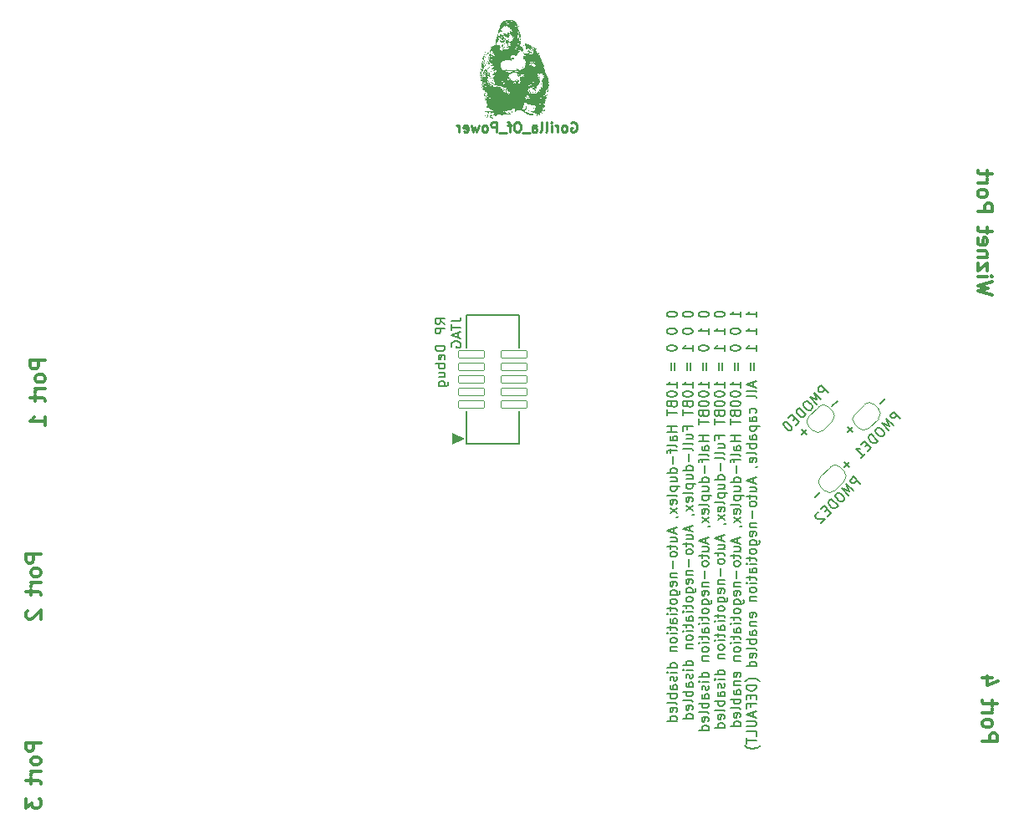
<source format=gbr>
%TF.GenerationSoftware,KiCad,Pcbnew,9.0.1*%
%TF.CreationDate,2025-06-03T17:56:09-07:00*%
%TF.ProjectId,peripheral_board,70657269-7068-4657-9261-6c5f626f6172,rev?*%
%TF.SameCoordinates,Original*%
%TF.FileFunction,Legend,Bot*%
%TF.FilePolarity,Positive*%
%FSLAX46Y46*%
G04 Gerber Fmt 4.6, Leading zero omitted, Abs format (unit mm)*
G04 Created by KiCad (PCBNEW 9.0.1) date 2025-06-03 17:56:09*
%MOMM*%
%LPD*%
G01*
G04 APERTURE LIST*
G04 Aperture macros list*
%AMRoundRect*
0 Rectangle with rounded corners*
0 $1 Rounding radius*
0 $2 $3 $4 $5 $6 $7 $8 $9 X,Y pos of 4 corners*
0 Add a 4 corners polygon primitive as box body*
4,1,4,$2,$3,$4,$5,$6,$7,$8,$9,$2,$3,0*
0 Add four circle primitives for the rounded corners*
1,1,$1+$1,$2,$3*
1,1,$1+$1,$4,$5*
1,1,$1+$1,$6,$7*
1,1,$1+$1,$8,$9*
0 Add four rect primitives between the rounded corners*
20,1,$1+$1,$2,$3,$4,$5,0*
20,1,$1+$1,$4,$5,$6,$7,0*
20,1,$1+$1,$6,$7,$8,$9,0*
20,1,$1+$1,$8,$9,$2,$3,0*%
%AMFreePoly0*
4,1,23,0.499999,-0.750000,0.000000,-0.750000,0.000000,-0.745722,-0.065263,-0.745722,-0.191342,-0.711940,-0.304381,-0.646677,-0.396677,-0.554382,-0.461940,-0.441342,-0.495722,-0.315263,-0.495722,-0.250000,-0.500000,-0.250000,-0.500000,0.250000,-0.495722,0.250000,-0.495722,0.315263,-0.461940,0.441342,-0.396677,0.554382,-0.304381,0.646677,-0.191342,0.711940,-0.065263,0.745722,0.000000,0.745722,
0.000000,0.750000,0.499999,0.750000,0.499999,-0.750000,0.499999,-0.750000,$1*%
%AMFreePoly1*
4,1,23,0.000000,0.745722,0.065263,0.745722,0.191342,0.711940,0.304381,0.646677,0.396677,0.554382,0.461940,0.441342,0.495722,0.315263,0.495722,0.250000,0.500000,0.250000,0.500000,-0.250000,0.495722,-0.250000,0.495722,-0.315263,0.461940,-0.441342,0.396677,-0.554382,0.304381,-0.646677,0.191342,-0.711940,0.065263,-0.745722,0.000000,-0.745722,0.000000,-0.750000,-0.499999,-0.750000,
-0.499999,0.750000,0.000000,0.750000,0.000000,0.745722,0.000000,0.745722,$1*%
G04 Aperture macros list end*
%ADD10C,0.150000*%
%ADD11C,0.300000*%
%ADD12C,0.250000*%
%ADD13C,0.120000*%
%ADD14C,0.000000*%
%ADD15C,0.127000*%
%ADD16C,3.250000*%
%ADD17C,1.520000*%
%ADD18C,2.500000*%
%ADD19C,5.000000*%
%ADD20O,1.400000X1.800000*%
%ADD21R,1.400000X1.400000*%
%ADD22C,1.400000*%
%ADD23R,1.800000X1.800000*%
%ADD24C,1.800000*%
%ADD25FreePoly0,225.000000*%
%ADD26FreePoly1,225.000000*%
%ADD27FreePoly0,45.000000*%
%ADD28FreePoly1,45.000000*%
%ADD29C,1.000000*%
%ADD30RoundRect,0.050800X1.300000X-0.380000X1.300000X0.380000X-1.300000X0.380000X-1.300000X-0.380000X0*%
G04 APERTURE END LIST*
D10*
X140159875Y-73408207D02*
X139683684Y-73074874D01*
X140159875Y-72836779D02*
X139159875Y-72836779D01*
X139159875Y-72836779D02*
X139159875Y-73217731D01*
X139159875Y-73217731D02*
X139207494Y-73312969D01*
X139207494Y-73312969D02*
X139255113Y-73360588D01*
X139255113Y-73360588D02*
X139350351Y-73408207D01*
X139350351Y-73408207D02*
X139493208Y-73408207D01*
X139493208Y-73408207D02*
X139588446Y-73360588D01*
X139588446Y-73360588D02*
X139636065Y-73312969D01*
X139636065Y-73312969D02*
X139683684Y-73217731D01*
X139683684Y-73217731D02*
X139683684Y-72836779D01*
X140159875Y-73836779D02*
X139159875Y-73836779D01*
X139159875Y-73836779D02*
X139159875Y-74217731D01*
X139159875Y-74217731D02*
X139207494Y-74312969D01*
X139207494Y-74312969D02*
X139255113Y-74360588D01*
X139255113Y-74360588D02*
X139350351Y-74408207D01*
X139350351Y-74408207D02*
X139493208Y-74408207D01*
X139493208Y-74408207D02*
X139588446Y-74360588D01*
X139588446Y-74360588D02*
X139636065Y-74312969D01*
X139636065Y-74312969D02*
X139683684Y-74217731D01*
X139683684Y-74217731D02*
X139683684Y-73836779D01*
X140159875Y-75598684D02*
X139159875Y-75598684D01*
X139159875Y-75598684D02*
X139159875Y-75836779D01*
X139159875Y-75836779D02*
X139207494Y-75979636D01*
X139207494Y-75979636D02*
X139302732Y-76074874D01*
X139302732Y-76074874D02*
X139397970Y-76122493D01*
X139397970Y-76122493D02*
X139588446Y-76170112D01*
X139588446Y-76170112D02*
X139731303Y-76170112D01*
X139731303Y-76170112D02*
X139921779Y-76122493D01*
X139921779Y-76122493D02*
X140017017Y-76074874D01*
X140017017Y-76074874D02*
X140112256Y-75979636D01*
X140112256Y-75979636D02*
X140159875Y-75836779D01*
X140159875Y-75836779D02*
X140159875Y-75598684D01*
X140112256Y-76979636D02*
X140159875Y-76884398D01*
X140159875Y-76884398D02*
X140159875Y-76693922D01*
X140159875Y-76693922D02*
X140112256Y-76598684D01*
X140112256Y-76598684D02*
X140017017Y-76551065D01*
X140017017Y-76551065D02*
X139636065Y-76551065D01*
X139636065Y-76551065D02*
X139540827Y-76598684D01*
X139540827Y-76598684D02*
X139493208Y-76693922D01*
X139493208Y-76693922D02*
X139493208Y-76884398D01*
X139493208Y-76884398D02*
X139540827Y-76979636D01*
X139540827Y-76979636D02*
X139636065Y-77027255D01*
X139636065Y-77027255D02*
X139731303Y-77027255D01*
X139731303Y-77027255D02*
X139826541Y-76551065D01*
X140159875Y-77455827D02*
X139159875Y-77455827D01*
X139540827Y-77455827D02*
X139493208Y-77551065D01*
X139493208Y-77551065D02*
X139493208Y-77741541D01*
X139493208Y-77741541D02*
X139540827Y-77836779D01*
X139540827Y-77836779D02*
X139588446Y-77884398D01*
X139588446Y-77884398D02*
X139683684Y-77932017D01*
X139683684Y-77932017D02*
X139969398Y-77932017D01*
X139969398Y-77932017D02*
X140064636Y-77884398D01*
X140064636Y-77884398D02*
X140112256Y-77836779D01*
X140112256Y-77836779D02*
X140159875Y-77741541D01*
X140159875Y-77741541D02*
X140159875Y-77551065D01*
X140159875Y-77551065D02*
X140112256Y-77455827D01*
X139493208Y-78789160D02*
X140159875Y-78789160D01*
X139493208Y-78360589D02*
X140017017Y-78360589D01*
X140017017Y-78360589D02*
X140112256Y-78408208D01*
X140112256Y-78408208D02*
X140159875Y-78503446D01*
X140159875Y-78503446D02*
X140159875Y-78646303D01*
X140159875Y-78646303D02*
X140112256Y-78741541D01*
X140112256Y-78741541D02*
X140064636Y-78789160D01*
X139493208Y-79693922D02*
X140302732Y-79693922D01*
X140302732Y-79693922D02*
X140397970Y-79646303D01*
X140397970Y-79646303D02*
X140445589Y-79598684D01*
X140445589Y-79598684D02*
X140493208Y-79503446D01*
X140493208Y-79503446D02*
X140493208Y-79360589D01*
X140493208Y-79360589D02*
X140445589Y-79265351D01*
X140112256Y-79693922D02*
X140159875Y-79598684D01*
X140159875Y-79598684D02*
X140159875Y-79408208D01*
X140159875Y-79408208D02*
X140112256Y-79312970D01*
X140112256Y-79312970D02*
X140064636Y-79265351D01*
X140064636Y-79265351D02*
X139969398Y-79217732D01*
X139969398Y-79217732D02*
X139683684Y-79217732D01*
X139683684Y-79217732D02*
X139588446Y-79265351D01*
X139588446Y-79265351D02*
X139540827Y-79312970D01*
X139540827Y-79312970D02*
X139493208Y-79408208D01*
X139493208Y-79408208D02*
X139493208Y-79598684D01*
X139493208Y-79598684D02*
X139540827Y-79693922D01*
X140769819Y-73122493D02*
X141484104Y-73122493D01*
X141484104Y-73122493D02*
X141626961Y-73074874D01*
X141626961Y-73074874D02*
X141722200Y-72979636D01*
X141722200Y-72979636D02*
X141769819Y-72836779D01*
X141769819Y-72836779D02*
X141769819Y-72741541D01*
X140769819Y-73455827D02*
X140769819Y-74027255D01*
X141769819Y-73741541D02*
X140769819Y-73741541D01*
X141484104Y-74312970D02*
X141484104Y-74789160D01*
X141769819Y-74217732D02*
X140769819Y-74551065D01*
X140769819Y-74551065D02*
X141769819Y-74884398D01*
X140817438Y-75741541D02*
X140769819Y-75646303D01*
X140769819Y-75646303D02*
X140769819Y-75503446D01*
X140769819Y-75503446D02*
X140817438Y-75360589D01*
X140817438Y-75360589D02*
X140912676Y-75265351D01*
X140912676Y-75265351D02*
X141007914Y-75217732D01*
X141007914Y-75217732D02*
X141198390Y-75170113D01*
X141198390Y-75170113D02*
X141341247Y-75170113D01*
X141341247Y-75170113D02*
X141531723Y-75217732D01*
X141531723Y-75217732D02*
X141626961Y-75265351D01*
X141626961Y-75265351D02*
X141722200Y-75360589D01*
X141722200Y-75360589D02*
X141769819Y-75503446D01*
X141769819Y-75503446D02*
X141769819Y-75598684D01*
X141769819Y-75598684D02*
X141722200Y-75741541D01*
X141722200Y-75741541D02*
X141674580Y-75789160D01*
X141674580Y-75789160D02*
X141341247Y-75789160D01*
X141341247Y-75789160D02*
X141341247Y-75598684D01*
X179900435Y-81226713D02*
X179361687Y-81765461D01*
D11*
X99200828Y-96754510D02*
X97700828Y-96754510D01*
X97700828Y-96754510D02*
X97700828Y-97325939D01*
X97700828Y-97325939D02*
X97772257Y-97468796D01*
X97772257Y-97468796D02*
X97843685Y-97540225D01*
X97843685Y-97540225D02*
X97986542Y-97611653D01*
X97986542Y-97611653D02*
X98200828Y-97611653D01*
X98200828Y-97611653D02*
X98343685Y-97540225D01*
X98343685Y-97540225D02*
X98415114Y-97468796D01*
X98415114Y-97468796D02*
X98486542Y-97325939D01*
X98486542Y-97325939D02*
X98486542Y-96754510D01*
X99200828Y-98468796D02*
X99129400Y-98325939D01*
X99129400Y-98325939D02*
X99057971Y-98254510D01*
X99057971Y-98254510D02*
X98915114Y-98183082D01*
X98915114Y-98183082D02*
X98486542Y-98183082D01*
X98486542Y-98183082D02*
X98343685Y-98254510D01*
X98343685Y-98254510D02*
X98272257Y-98325939D01*
X98272257Y-98325939D02*
X98200828Y-98468796D01*
X98200828Y-98468796D02*
X98200828Y-98683082D01*
X98200828Y-98683082D02*
X98272257Y-98825939D01*
X98272257Y-98825939D02*
X98343685Y-98897368D01*
X98343685Y-98897368D02*
X98486542Y-98968796D01*
X98486542Y-98968796D02*
X98915114Y-98968796D01*
X98915114Y-98968796D02*
X99057971Y-98897368D01*
X99057971Y-98897368D02*
X99129400Y-98825939D01*
X99129400Y-98825939D02*
X99200828Y-98683082D01*
X99200828Y-98683082D02*
X99200828Y-98468796D01*
X99200828Y-99611653D02*
X98200828Y-99611653D01*
X98486542Y-99611653D02*
X98343685Y-99683082D01*
X98343685Y-99683082D02*
X98272257Y-99754511D01*
X98272257Y-99754511D02*
X98200828Y-99897368D01*
X98200828Y-99897368D02*
X98200828Y-100040225D01*
X98200828Y-100325939D02*
X98200828Y-100897367D01*
X97700828Y-100540224D02*
X98986542Y-100540224D01*
X98986542Y-100540224D02*
X99129400Y-100611653D01*
X99129400Y-100611653D02*
X99200828Y-100754510D01*
X99200828Y-100754510D02*
X99200828Y-100897367D01*
X97843685Y-102468796D02*
X97772257Y-102540224D01*
X97772257Y-102540224D02*
X97700828Y-102683082D01*
X97700828Y-102683082D02*
X97700828Y-103040224D01*
X97700828Y-103040224D02*
X97772257Y-103183082D01*
X97772257Y-103183082D02*
X97843685Y-103254510D01*
X97843685Y-103254510D02*
X97986542Y-103325939D01*
X97986542Y-103325939D02*
X98129400Y-103325939D01*
X98129400Y-103325939D02*
X98343685Y-103254510D01*
X98343685Y-103254510D02*
X99200828Y-102397367D01*
X99200828Y-102397367D02*
X99200828Y-103325939D01*
D10*
X181100435Y-87376713D02*
X180561687Y-87915461D01*
X181100435Y-87915461D02*
X180561687Y-87376713D01*
D11*
X195599171Y-70438346D02*
X194099171Y-70081203D01*
X194099171Y-70081203D02*
X195170600Y-69795489D01*
X195170600Y-69795489D02*
X194099171Y-69509774D01*
X194099171Y-69509774D02*
X195599171Y-69152632D01*
X194099171Y-68581203D02*
X195099171Y-68581203D01*
X195599171Y-68581203D02*
X195527742Y-68652631D01*
X195527742Y-68652631D02*
X195456314Y-68581203D01*
X195456314Y-68581203D02*
X195527742Y-68509774D01*
X195527742Y-68509774D02*
X195599171Y-68581203D01*
X195599171Y-68581203D02*
X195456314Y-68581203D01*
X195099171Y-68009774D02*
X195099171Y-67224060D01*
X195099171Y-67224060D02*
X194099171Y-68009774D01*
X194099171Y-68009774D02*
X194099171Y-67224060D01*
X195099171Y-66652631D02*
X194099171Y-66652631D01*
X194956314Y-66652631D02*
X195027742Y-66581202D01*
X195027742Y-66581202D02*
X195099171Y-66438345D01*
X195099171Y-66438345D02*
X195099171Y-66224059D01*
X195099171Y-66224059D02*
X195027742Y-66081202D01*
X195027742Y-66081202D02*
X194884885Y-66009774D01*
X194884885Y-66009774D02*
X194099171Y-66009774D01*
X194170600Y-64724059D02*
X194099171Y-64866916D01*
X194099171Y-64866916D02*
X194099171Y-65152631D01*
X194099171Y-65152631D02*
X194170600Y-65295488D01*
X194170600Y-65295488D02*
X194313457Y-65366916D01*
X194313457Y-65366916D02*
X194884885Y-65366916D01*
X194884885Y-65366916D02*
X195027742Y-65295488D01*
X195027742Y-65295488D02*
X195099171Y-65152631D01*
X195099171Y-65152631D02*
X195099171Y-64866916D01*
X195099171Y-64866916D02*
X195027742Y-64724059D01*
X195027742Y-64724059D02*
X194884885Y-64652631D01*
X194884885Y-64652631D02*
X194742028Y-64652631D01*
X194742028Y-64652631D02*
X194599171Y-65366916D01*
X195099171Y-64224059D02*
X195099171Y-63652631D01*
X195599171Y-64009774D02*
X194313457Y-64009774D01*
X194313457Y-64009774D02*
X194170600Y-63938345D01*
X194170600Y-63938345D02*
X194099171Y-63795488D01*
X194099171Y-63795488D02*
X194099171Y-63652631D01*
X194099171Y-62009774D02*
X195599171Y-62009774D01*
X195599171Y-62009774D02*
X195599171Y-61438345D01*
X195599171Y-61438345D02*
X195527742Y-61295488D01*
X195527742Y-61295488D02*
X195456314Y-61224059D01*
X195456314Y-61224059D02*
X195313457Y-61152631D01*
X195313457Y-61152631D02*
X195099171Y-61152631D01*
X195099171Y-61152631D02*
X194956314Y-61224059D01*
X194956314Y-61224059D02*
X194884885Y-61295488D01*
X194884885Y-61295488D02*
X194813457Y-61438345D01*
X194813457Y-61438345D02*
X194813457Y-62009774D01*
X194099171Y-60295488D02*
X194170600Y-60438345D01*
X194170600Y-60438345D02*
X194242028Y-60509774D01*
X194242028Y-60509774D02*
X194384885Y-60581202D01*
X194384885Y-60581202D02*
X194813457Y-60581202D01*
X194813457Y-60581202D02*
X194956314Y-60509774D01*
X194956314Y-60509774D02*
X195027742Y-60438345D01*
X195027742Y-60438345D02*
X195099171Y-60295488D01*
X195099171Y-60295488D02*
X195099171Y-60081202D01*
X195099171Y-60081202D02*
X195027742Y-59938345D01*
X195027742Y-59938345D02*
X194956314Y-59866917D01*
X194956314Y-59866917D02*
X194813457Y-59795488D01*
X194813457Y-59795488D02*
X194384885Y-59795488D01*
X194384885Y-59795488D02*
X194242028Y-59866917D01*
X194242028Y-59866917D02*
X194170600Y-59938345D01*
X194170600Y-59938345D02*
X194099171Y-60081202D01*
X194099171Y-60081202D02*
X194099171Y-60295488D01*
X194099171Y-59152631D02*
X195099171Y-59152631D01*
X194813457Y-59152631D02*
X194956314Y-59081202D01*
X194956314Y-59081202D02*
X195027742Y-59009774D01*
X195027742Y-59009774D02*
X195099171Y-58866916D01*
X195099171Y-58866916D02*
X195099171Y-58724059D01*
X195099171Y-58438345D02*
X195099171Y-57866917D01*
X195599171Y-58224060D02*
X194313457Y-58224060D01*
X194313457Y-58224060D02*
X194170600Y-58152631D01*
X194170600Y-58152631D02*
X194099171Y-58009774D01*
X194099171Y-58009774D02*
X194099171Y-57866917D01*
D10*
X186269809Y-82996087D02*
X185562702Y-82288980D01*
X185562702Y-82288980D02*
X185293328Y-82558354D01*
X185293328Y-82558354D02*
X185259656Y-82659369D01*
X185259656Y-82659369D02*
X185259656Y-82726713D01*
X185259656Y-82726713D02*
X185293328Y-82827728D01*
X185293328Y-82827728D02*
X185394343Y-82928743D01*
X185394343Y-82928743D02*
X185495358Y-82962415D01*
X185495358Y-82962415D02*
X185562702Y-82962415D01*
X185562702Y-82962415D02*
X185663717Y-82928743D01*
X185663717Y-82928743D02*
X185933091Y-82659369D01*
X185562702Y-83703193D02*
X184855595Y-82996087D01*
X184855595Y-82996087D02*
X185124969Y-83736865D01*
X185124969Y-83736865D02*
X184384191Y-83467491D01*
X184384191Y-83467491D02*
X185091297Y-84174598D01*
X183912786Y-83938895D02*
X183778099Y-84073582D01*
X183778099Y-84073582D02*
X183744428Y-84174598D01*
X183744428Y-84174598D02*
X183744428Y-84309285D01*
X183744428Y-84309285D02*
X183845443Y-84477644D01*
X183845443Y-84477644D02*
X184081145Y-84713346D01*
X184081145Y-84713346D02*
X184249504Y-84814361D01*
X184249504Y-84814361D02*
X184384191Y-84814361D01*
X184384191Y-84814361D02*
X184485206Y-84780689D01*
X184485206Y-84780689D02*
X184619893Y-84646002D01*
X184619893Y-84646002D02*
X184653565Y-84544987D01*
X184653565Y-84544987D02*
X184653565Y-84410300D01*
X184653565Y-84410300D02*
X184552550Y-84241941D01*
X184552550Y-84241941D02*
X184316847Y-84006239D01*
X184316847Y-84006239D02*
X184148489Y-83905224D01*
X184148489Y-83905224D02*
X184013802Y-83905224D01*
X184013802Y-83905224D02*
X183912786Y-83938895D01*
X184013802Y-85252094D02*
X183306695Y-84544987D01*
X183306695Y-84544987D02*
X183138336Y-84713346D01*
X183138336Y-84713346D02*
X183070993Y-84848033D01*
X183070993Y-84848033D02*
X183070993Y-84982720D01*
X183070993Y-84982720D02*
X183104664Y-85083735D01*
X183104664Y-85083735D02*
X183205680Y-85252094D01*
X183205680Y-85252094D02*
X183306695Y-85353109D01*
X183306695Y-85353109D02*
X183475054Y-85454124D01*
X183475054Y-85454124D02*
X183576069Y-85487796D01*
X183576069Y-85487796D02*
X183710756Y-85487796D01*
X183710756Y-85487796D02*
X183845443Y-85420453D01*
X183845443Y-85420453D02*
X184013802Y-85252094D01*
X182936306Y-85588811D02*
X182700603Y-85824514D01*
X182969977Y-86295918D02*
X183306695Y-85959201D01*
X183306695Y-85959201D02*
X182599588Y-85252094D01*
X182599588Y-85252094D02*
X182262870Y-85588811D01*
X182296542Y-86969353D02*
X182700603Y-86565292D01*
X182498573Y-86767323D02*
X181791466Y-86060216D01*
X181791466Y-86060216D02*
X181959825Y-86093888D01*
X181959825Y-86093888D02*
X182094512Y-86093888D01*
X182094512Y-86093888D02*
X182195527Y-86060216D01*
X178969809Y-80346087D02*
X178262702Y-79638980D01*
X178262702Y-79638980D02*
X177993328Y-79908354D01*
X177993328Y-79908354D02*
X177959656Y-80009369D01*
X177959656Y-80009369D02*
X177959656Y-80076713D01*
X177959656Y-80076713D02*
X177993328Y-80177728D01*
X177993328Y-80177728D02*
X178094343Y-80278743D01*
X178094343Y-80278743D02*
X178195358Y-80312415D01*
X178195358Y-80312415D02*
X178262702Y-80312415D01*
X178262702Y-80312415D02*
X178363717Y-80278743D01*
X178363717Y-80278743D02*
X178633091Y-80009369D01*
X178262702Y-81053193D02*
X177555595Y-80346087D01*
X177555595Y-80346087D02*
X177824969Y-81086865D01*
X177824969Y-81086865D02*
X177084191Y-80817491D01*
X177084191Y-80817491D02*
X177791297Y-81524598D01*
X176612786Y-81288895D02*
X176478099Y-81423582D01*
X176478099Y-81423582D02*
X176444428Y-81524598D01*
X176444428Y-81524598D02*
X176444428Y-81659285D01*
X176444428Y-81659285D02*
X176545443Y-81827644D01*
X176545443Y-81827644D02*
X176781145Y-82063346D01*
X176781145Y-82063346D02*
X176949504Y-82164361D01*
X176949504Y-82164361D02*
X177084191Y-82164361D01*
X177084191Y-82164361D02*
X177185206Y-82130689D01*
X177185206Y-82130689D02*
X177319893Y-81996002D01*
X177319893Y-81996002D02*
X177353565Y-81894987D01*
X177353565Y-81894987D02*
X177353565Y-81760300D01*
X177353565Y-81760300D02*
X177252550Y-81591941D01*
X177252550Y-81591941D02*
X177016847Y-81356239D01*
X177016847Y-81356239D02*
X176848489Y-81255224D01*
X176848489Y-81255224D02*
X176713802Y-81255224D01*
X176713802Y-81255224D02*
X176612786Y-81288895D01*
X176713802Y-82602094D02*
X176006695Y-81894987D01*
X176006695Y-81894987D02*
X175838336Y-82063346D01*
X175838336Y-82063346D02*
X175770993Y-82198033D01*
X175770993Y-82198033D02*
X175770993Y-82332720D01*
X175770993Y-82332720D02*
X175804664Y-82433735D01*
X175804664Y-82433735D02*
X175905680Y-82602094D01*
X175905680Y-82602094D02*
X176006695Y-82703109D01*
X176006695Y-82703109D02*
X176175054Y-82804124D01*
X176175054Y-82804124D02*
X176276069Y-82837796D01*
X176276069Y-82837796D02*
X176410756Y-82837796D01*
X176410756Y-82837796D02*
X176545443Y-82770453D01*
X176545443Y-82770453D02*
X176713802Y-82602094D01*
X175636306Y-82938811D02*
X175400603Y-83174514D01*
X175669977Y-83645918D02*
X176006695Y-83309201D01*
X176006695Y-83309201D02*
X175299588Y-82602094D01*
X175299588Y-82602094D02*
X174962870Y-82938811D01*
X174525138Y-83376544D02*
X174457794Y-83443888D01*
X174457794Y-83443888D02*
X174424122Y-83544903D01*
X174424122Y-83544903D02*
X174424122Y-83612246D01*
X174424122Y-83612246D02*
X174457794Y-83713262D01*
X174457794Y-83713262D02*
X174558809Y-83881620D01*
X174558809Y-83881620D02*
X174727168Y-84049979D01*
X174727168Y-84049979D02*
X174895527Y-84150994D01*
X174895527Y-84150994D02*
X174996542Y-84184666D01*
X174996542Y-84184666D02*
X175063886Y-84184666D01*
X175063886Y-84184666D02*
X175164901Y-84150994D01*
X175164901Y-84150994D02*
X175232244Y-84083651D01*
X175232244Y-84083651D02*
X175265916Y-83982636D01*
X175265916Y-83982636D02*
X175265916Y-83915292D01*
X175265916Y-83915292D02*
X175232244Y-83814277D01*
X175232244Y-83814277D02*
X175131229Y-83645918D01*
X175131229Y-83645918D02*
X174962870Y-83477559D01*
X174962870Y-83477559D02*
X174794512Y-83376544D01*
X174794512Y-83376544D02*
X174693496Y-83342872D01*
X174693496Y-83342872D02*
X174626153Y-83342872D01*
X174626153Y-83342872D02*
X174525138Y-83376544D01*
D11*
X194599171Y-115695489D02*
X196099171Y-115695489D01*
X196099171Y-115695489D02*
X196099171Y-115124060D01*
X196099171Y-115124060D02*
X196027742Y-114981203D01*
X196027742Y-114981203D02*
X195956314Y-114909774D01*
X195956314Y-114909774D02*
X195813457Y-114838346D01*
X195813457Y-114838346D02*
X195599171Y-114838346D01*
X195599171Y-114838346D02*
X195456314Y-114909774D01*
X195456314Y-114909774D02*
X195384885Y-114981203D01*
X195384885Y-114981203D02*
X195313457Y-115124060D01*
X195313457Y-115124060D02*
X195313457Y-115695489D01*
X194599171Y-113981203D02*
X194670600Y-114124060D01*
X194670600Y-114124060D02*
X194742028Y-114195489D01*
X194742028Y-114195489D02*
X194884885Y-114266917D01*
X194884885Y-114266917D02*
X195313457Y-114266917D01*
X195313457Y-114266917D02*
X195456314Y-114195489D01*
X195456314Y-114195489D02*
X195527742Y-114124060D01*
X195527742Y-114124060D02*
X195599171Y-113981203D01*
X195599171Y-113981203D02*
X195599171Y-113766917D01*
X195599171Y-113766917D02*
X195527742Y-113624060D01*
X195527742Y-113624060D02*
X195456314Y-113552632D01*
X195456314Y-113552632D02*
X195313457Y-113481203D01*
X195313457Y-113481203D02*
X194884885Y-113481203D01*
X194884885Y-113481203D02*
X194742028Y-113552632D01*
X194742028Y-113552632D02*
X194670600Y-113624060D01*
X194670600Y-113624060D02*
X194599171Y-113766917D01*
X194599171Y-113766917D02*
X194599171Y-113981203D01*
X194599171Y-112838346D02*
X195599171Y-112838346D01*
X195313457Y-112838346D02*
X195456314Y-112766917D01*
X195456314Y-112766917D02*
X195527742Y-112695489D01*
X195527742Y-112695489D02*
X195599171Y-112552631D01*
X195599171Y-112552631D02*
X195599171Y-112409774D01*
X195599171Y-112124060D02*
X195599171Y-111552632D01*
X196099171Y-111909775D02*
X194813457Y-111909775D01*
X194813457Y-111909775D02*
X194670600Y-111838346D01*
X194670600Y-111838346D02*
X194599171Y-111695489D01*
X194599171Y-111695489D02*
X194599171Y-111552632D01*
X195599171Y-109266918D02*
X194599171Y-109266918D01*
X196170600Y-109624060D02*
X195099171Y-109981203D01*
X195099171Y-109981203D02*
X195099171Y-109052632D01*
D10*
X181467251Y-83845368D02*
X180928503Y-84384116D01*
X181467251Y-84384116D02*
X180928503Y-83845368D01*
X182219809Y-89596087D02*
X181512702Y-88888980D01*
X181512702Y-88888980D02*
X181243328Y-89158354D01*
X181243328Y-89158354D02*
X181209656Y-89259369D01*
X181209656Y-89259369D02*
X181209656Y-89326713D01*
X181209656Y-89326713D02*
X181243328Y-89427728D01*
X181243328Y-89427728D02*
X181344343Y-89528743D01*
X181344343Y-89528743D02*
X181445358Y-89562415D01*
X181445358Y-89562415D02*
X181512702Y-89562415D01*
X181512702Y-89562415D02*
X181613717Y-89528743D01*
X181613717Y-89528743D02*
X181883091Y-89259369D01*
X181512702Y-90303193D02*
X180805595Y-89596087D01*
X180805595Y-89596087D02*
X181074969Y-90336865D01*
X181074969Y-90336865D02*
X180334191Y-90067491D01*
X180334191Y-90067491D02*
X181041297Y-90774598D01*
X179862786Y-90538895D02*
X179728099Y-90673582D01*
X179728099Y-90673582D02*
X179694428Y-90774598D01*
X179694428Y-90774598D02*
X179694428Y-90909285D01*
X179694428Y-90909285D02*
X179795443Y-91077644D01*
X179795443Y-91077644D02*
X180031145Y-91313346D01*
X180031145Y-91313346D02*
X180199504Y-91414361D01*
X180199504Y-91414361D02*
X180334191Y-91414361D01*
X180334191Y-91414361D02*
X180435206Y-91380689D01*
X180435206Y-91380689D02*
X180569893Y-91246002D01*
X180569893Y-91246002D02*
X180603565Y-91144987D01*
X180603565Y-91144987D02*
X180603565Y-91010300D01*
X180603565Y-91010300D02*
X180502550Y-90841941D01*
X180502550Y-90841941D02*
X180266847Y-90606239D01*
X180266847Y-90606239D02*
X180098489Y-90505224D01*
X180098489Y-90505224D02*
X179963802Y-90505224D01*
X179963802Y-90505224D02*
X179862786Y-90538895D01*
X179963802Y-91852094D02*
X179256695Y-91144987D01*
X179256695Y-91144987D02*
X179088336Y-91313346D01*
X179088336Y-91313346D02*
X179020993Y-91448033D01*
X179020993Y-91448033D02*
X179020993Y-91582720D01*
X179020993Y-91582720D02*
X179054664Y-91683735D01*
X179054664Y-91683735D02*
X179155680Y-91852094D01*
X179155680Y-91852094D02*
X179256695Y-91953109D01*
X179256695Y-91953109D02*
X179425054Y-92054124D01*
X179425054Y-92054124D02*
X179526069Y-92087796D01*
X179526069Y-92087796D02*
X179660756Y-92087796D01*
X179660756Y-92087796D02*
X179795443Y-92020453D01*
X179795443Y-92020453D02*
X179963802Y-91852094D01*
X178886306Y-92188811D02*
X178650603Y-92424514D01*
X178919977Y-92895918D02*
X179256695Y-92559201D01*
X179256695Y-92559201D02*
X178549588Y-91852094D01*
X178549588Y-91852094D02*
X178212870Y-92188811D01*
X178010840Y-92525529D02*
X177943496Y-92525529D01*
X177943496Y-92525529D02*
X177842481Y-92559201D01*
X177842481Y-92559201D02*
X177674122Y-92727559D01*
X177674122Y-92727559D02*
X177640451Y-92828575D01*
X177640451Y-92828575D02*
X177640451Y-92895918D01*
X177640451Y-92895918D02*
X177674122Y-92996933D01*
X177674122Y-92996933D02*
X177741466Y-93064277D01*
X177741466Y-93064277D02*
X177876153Y-93131620D01*
X177876153Y-93131620D02*
X178684275Y-93131620D01*
X178684275Y-93131620D02*
X178246542Y-93569353D01*
X176818022Y-84075177D02*
X176279274Y-84613925D01*
X176818022Y-84613925D02*
X176279274Y-84075177D01*
X184750435Y-80976713D02*
X184211687Y-81515461D01*
X162620099Y-72377255D02*
X162620099Y-72472493D01*
X162620099Y-72472493D02*
X162667718Y-72567731D01*
X162667718Y-72567731D02*
X162715337Y-72615350D01*
X162715337Y-72615350D02*
X162810575Y-72662969D01*
X162810575Y-72662969D02*
X163001051Y-72710588D01*
X163001051Y-72710588D02*
X163239146Y-72710588D01*
X163239146Y-72710588D02*
X163429622Y-72662969D01*
X163429622Y-72662969D02*
X163524860Y-72615350D01*
X163524860Y-72615350D02*
X163572480Y-72567731D01*
X163572480Y-72567731D02*
X163620099Y-72472493D01*
X163620099Y-72472493D02*
X163620099Y-72377255D01*
X163620099Y-72377255D02*
X163572480Y-72282017D01*
X163572480Y-72282017D02*
X163524860Y-72234398D01*
X163524860Y-72234398D02*
X163429622Y-72186779D01*
X163429622Y-72186779D02*
X163239146Y-72139160D01*
X163239146Y-72139160D02*
X163001051Y-72139160D01*
X163001051Y-72139160D02*
X162810575Y-72186779D01*
X162810575Y-72186779D02*
X162715337Y-72234398D01*
X162715337Y-72234398D02*
X162667718Y-72282017D01*
X162667718Y-72282017D02*
X162620099Y-72377255D01*
X162620099Y-74091541D02*
X162620099Y-74186779D01*
X162620099Y-74186779D02*
X162667718Y-74282017D01*
X162667718Y-74282017D02*
X162715337Y-74329636D01*
X162715337Y-74329636D02*
X162810575Y-74377255D01*
X162810575Y-74377255D02*
X163001051Y-74424874D01*
X163001051Y-74424874D02*
X163239146Y-74424874D01*
X163239146Y-74424874D02*
X163429622Y-74377255D01*
X163429622Y-74377255D02*
X163524860Y-74329636D01*
X163524860Y-74329636D02*
X163572480Y-74282017D01*
X163572480Y-74282017D02*
X163620099Y-74186779D01*
X163620099Y-74186779D02*
X163620099Y-74091541D01*
X163620099Y-74091541D02*
X163572480Y-73996303D01*
X163572480Y-73996303D02*
X163524860Y-73948684D01*
X163524860Y-73948684D02*
X163429622Y-73901065D01*
X163429622Y-73901065D02*
X163239146Y-73853446D01*
X163239146Y-73853446D02*
X163001051Y-73853446D01*
X163001051Y-73853446D02*
X162810575Y-73901065D01*
X162810575Y-73901065D02*
X162715337Y-73948684D01*
X162715337Y-73948684D02*
X162667718Y-73996303D01*
X162667718Y-73996303D02*
X162620099Y-74091541D01*
X162620099Y-75805827D02*
X162620099Y-75901065D01*
X162620099Y-75901065D02*
X162667718Y-75996303D01*
X162667718Y-75996303D02*
X162715337Y-76043922D01*
X162715337Y-76043922D02*
X162810575Y-76091541D01*
X162810575Y-76091541D02*
X163001051Y-76139160D01*
X163001051Y-76139160D02*
X163239146Y-76139160D01*
X163239146Y-76139160D02*
X163429622Y-76091541D01*
X163429622Y-76091541D02*
X163524860Y-76043922D01*
X163524860Y-76043922D02*
X163572480Y-75996303D01*
X163572480Y-75996303D02*
X163620099Y-75901065D01*
X163620099Y-75901065D02*
X163620099Y-75805827D01*
X163620099Y-75805827D02*
X163572480Y-75710589D01*
X163572480Y-75710589D02*
X163524860Y-75662970D01*
X163524860Y-75662970D02*
X163429622Y-75615351D01*
X163429622Y-75615351D02*
X163239146Y-75567732D01*
X163239146Y-75567732D02*
X163001051Y-75567732D01*
X163001051Y-75567732D02*
X162810575Y-75615351D01*
X162810575Y-75615351D02*
X162715337Y-75662970D01*
X162715337Y-75662970D02*
X162667718Y-75710589D01*
X162667718Y-75710589D02*
X162620099Y-75805827D01*
X163096289Y-77329637D02*
X163096289Y-78091542D01*
X163382003Y-78091542D02*
X163382003Y-77329637D01*
X163620099Y-79853446D02*
X163620099Y-79282018D01*
X163620099Y-79567732D02*
X162620099Y-79567732D01*
X162620099Y-79567732D02*
X162762956Y-79472494D01*
X162762956Y-79472494D02*
X162858194Y-79377256D01*
X162858194Y-79377256D02*
X162905813Y-79282018D01*
X162620099Y-80472494D02*
X162620099Y-80567732D01*
X162620099Y-80567732D02*
X162667718Y-80662970D01*
X162667718Y-80662970D02*
X162715337Y-80710589D01*
X162715337Y-80710589D02*
X162810575Y-80758208D01*
X162810575Y-80758208D02*
X163001051Y-80805827D01*
X163001051Y-80805827D02*
X163239146Y-80805827D01*
X163239146Y-80805827D02*
X163429622Y-80758208D01*
X163429622Y-80758208D02*
X163524860Y-80710589D01*
X163524860Y-80710589D02*
X163572480Y-80662970D01*
X163572480Y-80662970D02*
X163620099Y-80567732D01*
X163620099Y-80567732D02*
X163620099Y-80472494D01*
X163620099Y-80472494D02*
X163572480Y-80377256D01*
X163572480Y-80377256D02*
X163524860Y-80329637D01*
X163524860Y-80329637D02*
X163429622Y-80282018D01*
X163429622Y-80282018D02*
X163239146Y-80234399D01*
X163239146Y-80234399D02*
X163001051Y-80234399D01*
X163001051Y-80234399D02*
X162810575Y-80282018D01*
X162810575Y-80282018D02*
X162715337Y-80329637D01*
X162715337Y-80329637D02*
X162667718Y-80377256D01*
X162667718Y-80377256D02*
X162620099Y-80472494D01*
X163096289Y-81567732D02*
X163143908Y-81710589D01*
X163143908Y-81710589D02*
X163191527Y-81758208D01*
X163191527Y-81758208D02*
X163286765Y-81805827D01*
X163286765Y-81805827D02*
X163429622Y-81805827D01*
X163429622Y-81805827D02*
X163524860Y-81758208D01*
X163524860Y-81758208D02*
X163572480Y-81710589D01*
X163572480Y-81710589D02*
X163620099Y-81615351D01*
X163620099Y-81615351D02*
X163620099Y-81234399D01*
X163620099Y-81234399D02*
X162620099Y-81234399D01*
X162620099Y-81234399D02*
X162620099Y-81567732D01*
X162620099Y-81567732D02*
X162667718Y-81662970D01*
X162667718Y-81662970D02*
X162715337Y-81710589D01*
X162715337Y-81710589D02*
X162810575Y-81758208D01*
X162810575Y-81758208D02*
X162905813Y-81758208D01*
X162905813Y-81758208D02*
X163001051Y-81710589D01*
X163001051Y-81710589D02*
X163048670Y-81662970D01*
X163048670Y-81662970D02*
X163096289Y-81567732D01*
X163096289Y-81567732D02*
X163096289Y-81234399D01*
X162620099Y-82091542D02*
X162620099Y-82662970D01*
X163620099Y-82377256D02*
X162620099Y-82377256D01*
X163620099Y-83758209D02*
X162620099Y-83758209D01*
X163096289Y-83758209D02*
X163096289Y-84329637D01*
X163620099Y-84329637D02*
X162620099Y-84329637D01*
X163620099Y-85234399D02*
X163096289Y-85234399D01*
X163096289Y-85234399D02*
X163001051Y-85186780D01*
X163001051Y-85186780D02*
X162953432Y-85091542D01*
X162953432Y-85091542D02*
X162953432Y-84901066D01*
X162953432Y-84901066D02*
X163001051Y-84805828D01*
X163572480Y-85234399D02*
X163620099Y-85139161D01*
X163620099Y-85139161D02*
X163620099Y-84901066D01*
X163620099Y-84901066D02*
X163572480Y-84805828D01*
X163572480Y-84805828D02*
X163477241Y-84758209D01*
X163477241Y-84758209D02*
X163382003Y-84758209D01*
X163382003Y-84758209D02*
X163286765Y-84805828D01*
X163286765Y-84805828D02*
X163239146Y-84901066D01*
X163239146Y-84901066D02*
X163239146Y-85139161D01*
X163239146Y-85139161D02*
X163191527Y-85234399D01*
X163620099Y-85853447D02*
X163572480Y-85758209D01*
X163572480Y-85758209D02*
X163477241Y-85710590D01*
X163477241Y-85710590D02*
X162620099Y-85710590D01*
X162953432Y-86091543D02*
X162953432Y-86472495D01*
X163620099Y-86234400D02*
X162762956Y-86234400D01*
X162762956Y-86234400D02*
X162667718Y-86282019D01*
X162667718Y-86282019D02*
X162620099Y-86377257D01*
X162620099Y-86377257D02*
X162620099Y-86472495D01*
X163239146Y-86805829D02*
X163239146Y-87567734D01*
X163620099Y-88472495D02*
X162620099Y-88472495D01*
X163572480Y-88472495D02*
X163620099Y-88377257D01*
X163620099Y-88377257D02*
X163620099Y-88186781D01*
X163620099Y-88186781D02*
X163572480Y-88091543D01*
X163572480Y-88091543D02*
X163524860Y-88043924D01*
X163524860Y-88043924D02*
X163429622Y-87996305D01*
X163429622Y-87996305D02*
X163143908Y-87996305D01*
X163143908Y-87996305D02*
X163048670Y-88043924D01*
X163048670Y-88043924D02*
X163001051Y-88091543D01*
X163001051Y-88091543D02*
X162953432Y-88186781D01*
X162953432Y-88186781D02*
X162953432Y-88377257D01*
X162953432Y-88377257D02*
X163001051Y-88472495D01*
X162953432Y-89377257D02*
X163620099Y-89377257D01*
X162953432Y-88948686D02*
X163477241Y-88948686D01*
X163477241Y-88948686D02*
X163572480Y-88996305D01*
X163572480Y-88996305D02*
X163620099Y-89091543D01*
X163620099Y-89091543D02*
X163620099Y-89234400D01*
X163620099Y-89234400D02*
X163572480Y-89329638D01*
X163572480Y-89329638D02*
X163524860Y-89377257D01*
X162953432Y-89853448D02*
X163953432Y-89853448D01*
X163001051Y-89853448D02*
X162953432Y-89948686D01*
X162953432Y-89948686D02*
X162953432Y-90139162D01*
X162953432Y-90139162D02*
X163001051Y-90234400D01*
X163001051Y-90234400D02*
X163048670Y-90282019D01*
X163048670Y-90282019D02*
X163143908Y-90329638D01*
X163143908Y-90329638D02*
X163429622Y-90329638D01*
X163429622Y-90329638D02*
X163524860Y-90282019D01*
X163524860Y-90282019D02*
X163572480Y-90234400D01*
X163572480Y-90234400D02*
X163620099Y-90139162D01*
X163620099Y-90139162D02*
X163620099Y-89948686D01*
X163620099Y-89948686D02*
X163572480Y-89853448D01*
X163620099Y-90901067D02*
X163572480Y-90805829D01*
X163572480Y-90805829D02*
X163477241Y-90758210D01*
X163477241Y-90758210D02*
X162620099Y-90758210D01*
X163572480Y-91662972D02*
X163620099Y-91567734D01*
X163620099Y-91567734D02*
X163620099Y-91377258D01*
X163620099Y-91377258D02*
X163572480Y-91282020D01*
X163572480Y-91282020D02*
X163477241Y-91234401D01*
X163477241Y-91234401D02*
X163096289Y-91234401D01*
X163096289Y-91234401D02*
X163001051Y-91282020D01*
X163001051Y-91282020D02*
X162953432Y-91377258D01*
X162953432Y-91377258D02*
X162953432Y-91567734D01*
X162953432Y-91567734D02*
X163001051Y-91662972D01*
X163001051Y-91662972D02*
X163096289Y-91710591D01*
X163096289Y-91710591D02*
X163191527Y-91710591D01*
X163191527Y-91710591D02*
X163286765Y-91234401D01*
X163620099Y-92043925D02*
X162953432Y-92567734D01*
X162953432Y-92043925D02*
X163620099Y-92567734D01*
X163572480Y-92996306D02*
X163620099Y-92996306D01*
X163620099Y-92996306D02*
X163715337Y-92948687D01*
X163715337Y-92948687D02*
X163762956Y-92901068D01*
X163334384Y-94139163D02*
X163334384Y-94615353D01*
X163620099Y-94043925D02*
X162620099Y-94377258D01*
X162620099Y-94377258D02*
X163620099Y-94710591D01*
X162953432Y-95472496D02*
X163620099Y-95472496D01*
X162953432Y-95043925D02*
X163477241Y-95043925D01*
X163477241Y-95043925D02*
X163572480Y-95091544D01*
X163572480Y-95091544D02*
X163620099Y-95186782D01*
X163620099Y-95186782D02*
X163620099Y-95329639D01*
X163620099Y-95329639D02*
X163572480Y-95424877D01*
X163572480Y-95424877D02*
X163524860Y-95472496D01*
X162953432Y-95805830D02*
X162953432Y-96186782D01*
X162620099Y-95948687D02*
X163477241Y-95948687D01*
X163477241Y-95948687D02*
X163572480Y-95996306D01*
X163572480Y-95996306D02*
X163620099Y-96091544D01*
X163620099Y-96091544D02*
X163620099Y-96186782D01*
X163620099Y-96662973D02*
X163572480Y-96567735D01*
X163572480Y-96567735D02*
X163524860Y-96520116D01*
X163524860Y-96520116D02*
X163429622Y-96472497D01*
X163429622Y-96472497D02*
X163143908Y-96472497D01*
X163143908Y-96472497D02*
X163048670Y-96520116D01*
X163048670Y-96520116D02*
X163001051Y-96567735D01*
X163001051Y-96567735D02*
X162953432Y-96662973D01*
X162953432Y-96662973D02*
X162953432Y-96805830D01*
X162953432Y-96805830D02*
X163001051Y-96901068D01*
X163001051Y-96901068D02*
X163048670Y-96948687D01*
X163048670Y-96948687D02*
X163143908Y-96996306D01*
X163143908Y-96996306D02*
X163429622Y-96996306D01*
X163429622Y-96996306D02*
X163524860Y-96948687D01*
X163524860Y-96948687D02*
X163572480Y-96901068D01*
X163572480Y-96901068D02*
X163620099Y-96805830D01*
X163620099Y-96805830D02*
X163620099Y-96662973D01*
X163239146Y-97424878D02*
X163239146Y-98186783D01*
X162953432Y-98662973D02*
X163620099Y-98662973D01*
X163048670Y-98662973D02*
X163001051Y-98710592D01*
X163001051Y-98710592D02*
X162953432Y-98805830D01*
X162953432Y-98805830D02*
X162953432Y-98948687D01*
X162953432Y-98948687D02*
X163001051Y-99043925D01*
X163001051Y-99043925D02*
X163096289Y-99091544D01*
X163096289Y-99091544D02*
X163620099Y-99091544D01*
X163572480Y-99948687D02*
X163620099Y-99853449D01*
X163620099Y-99853449D02*
X163620099Y-99662973D01*
X163620099Y-99662973D02*
X163572480Y-99567735D01*
X163572480Y-99567735D02*
X163477241Y-99520116D01*
X163477241Y-99520116D02*
X163096289Y-99520116D01*
X163096289Y-99520116D02*
X163001051Y-99567735D01*
X163001051Y-99567735D02*
X162953432Y-99662973D01*
X162953432Y-99662973D02*
X162953432Y-99853449D01*
X162953432Y-99853449D02*
X163001051Y-99948687D01*
X163001051Y-99948687D02*
X163096289Y-99996306D01*
X163096289Y-99996306D02*
X163191527Y-99996306D01*
X163191527Y-99996306D02*
X163286765Y-99520116D01*
X162953432Y-100853449D02*
X163762956Y-100853449D01*
X163762956Y-100853449D02*
X163858194Y-100805830D01*
X163858194Y-100805830D02*
X163905813Y-100758211D01*
X163905813Y-100758211D02*
X163953432Y-100662973D01*
X163953432Y-100662973D02*
X163953432Y-100520116D01*
X163953432Y-100520116D02*
X163905813Y-100424878D01*
X163572480Y-100853449D02*
X163620099Y-100758211D01*
X163620099Y-100758211D02*
X163620099Y-100567735D01*
X163620099Y-100567735D02*
X163572480Y-100472497D01*
X163572480Y-100472497D02*
X163524860Y-100424878D01*
X163524860Y-100424878D02*
X163429622Y-100377259D01*
X163429622Y-100377259D02*
X163143908Y-100377259D01*
X163143908Y-100377259D02*
X163048670Y-100424878D01*
X163048670Y-100424878D02*
X163001051Y-100472497D01*
X163001051Y-100472497D02*
X162953432Y-100567735D01*
X162953432Y-100567735D02*
X162953432Y-100758211D01*
X162953432Y-100758211D02*
X163001051Y-100853449D01*
X163620099Y-101472497D02*
X163572480Y-101377259D01*
X163572480Y-101377259D02*
X163524860Y-101329640D01*
X163524860Y-101329640D02*
X163429622Y-101282021D01*
X163429622Y-101282021D02*
X163143908Y-101282021D01*
X163143908Y-101282021D02*
X163048670Y-101329640D01*
X163048670Y-101329640D02*
X163001051Y-101377259D01*
X163001051Y-101377259D02*
X162953432Y-101472497D01*
X162953432Y-101472497D02*
X162953432Y-101615354D01*
X162953432Y-101615354D02*
X163001051Y-101710592D01*
X163001051Y-101710592D02*
X163048670Y-101758211D01*
X163048670Y-101758211D02*
X163143908Y-101805830D01*
X163143908Y-101805830D02*
X163429622Y-101805830D01*
X163429622Y-101805830D02*
X163524860Y-101758211D01*
X163524860Y-101758211D02*
X163572480Y-101710592D01*
X163572480Y-101710592D02*
X163620099Y-101615354D01*
X163620099Y-101615354D02*
X163620099Y-101472497D01*
X162953432Y-102091545D02*
X162953432Y-102472497D01*
X162620099Y-102234402D02*
X163477241Y-102234402D01*
X163477241Y-102234402D02*
X163572480Y-102282021D01*
X163572480Y-102282021D02*
X163620099Y-102377259D01*
X163620099Y-102377259D02*
X163620099Y-102472497D01*
X163620099Y-102805831D02*
X162953432Y-102805831D01*
X162620099Y-102805831D02*
X162667718Y-102758212D01*
X162667718Y-102758212D02*
X162715337Y-102805831D01*
X162715337Y-102805831D02*
X162667718Y-102853450D01*
X162667718Y-102853450D02*
X162620099Y-102805831D01*
X162620099Y-102805831D02*
X162715337Y-102805831D01*
X163620099Y-103710592D02*
X163096289Y-103710592D01*
X163096289Y-103710592D02*
X163001051Y-103662973D01*
X163001051Y-103662973D02*
X162953432Y-103567735D01*
X162953432Y-103567735D02*
X162953432Y-103377259D01*
X162953432Y-103377259D02*
X163001051Y-103282021D01*
X163572480Y-103710592D02*
X163620099Y-103615354D01*
X163620099Y-103615354D02*
X163620099Y-103377259D01*
X163620099Y-103377259D02*
X163572480Y-103282021D01*
X163572480Y-103282021D02*
X163477241Y-103234402D01*
X163477241Y-103234402D02*
X163382003Y-103234402D01*
X163382003Y-103234402D02*
X163286765Y-103282021D01*
X163286765Y-103282021D02*
X163239146Y-103377259D01*
X163239146Y-103377259D02*
X163239146Y-103615354D01*
X163239146Y-103615354D02*
X163191527Y-103710592D01*
X162953432Y-104043926D02*
X162953432Y-104424878D01*
X162620099Y-104186783D02*
X163477241Y-104186783D01*
X163477241Y-104186783D02*
X163572480Y-104234402D01*
X163572480Y-104234402D02*
X163620099Y-104329640D01*
X163620099Y-104329640D02*
X163620099Y-104424878D01*
X163620099Y-104758212D02*
X162953432Y-104758212D01*
X162620099Y-104758212D02*
X162667718Y-104710593D01*
X162667718Y-104710593D02*
X162715337Y-104758212D01*
X162715337Y-104758212D02*
X162667718Y-104805831D01*
X162667718Y-104805831D02*
X162620099Y-104758212D01*
X162620099Y-104758212D02*
X162715337Y-104758212D01*
X163620099Y-105377259D02*
X163572480Y-105282021D01*
X163572480Y-105282021D02*
X163524860Y-105234402D01*
X163524860Y-105234402D02*
X163429622Y-105186783D01*
X163429622Y-105186783D02*
X163143908Y-105186783D01*
X163143908Y-105186783D02*
X163048670Y-105234402D01*
X163048670Y-105234402D02*
X163001051Y-105282021D01*
X163001051Y-105282021D02*
X162953432Y-105377259D01*
X162953432Y-105377259D02*
X162953432Y-105520116D01*
X162953432Y-105520116D02*
X163001051Y-105615354D01*
X163001051Y-105615354D02*
X163048670Y-105662973D01*
X163048670Y-105662973D02*
X163143908Y-105710592D01*
X163143908Y-105710592D02*
X163429622Y-105710592D01*
X163429622Y-105710592D02*
X163524860Y-105662973D01*
X163524860Y-105662973D02*
X163572480Y-105615354D01*
X163572480Y-105615354D02*
X163620099Y-105520116D01*
X163620099Y-105520116D02*
X163620099Y-105377259D01*
X162953432Y-106139164D02*
X163620099Y-106139164D01*
X163048670Y-106139164D02*
X163001051Y-106186783D01*
X163001051Y-106186783D02*
X162953432Y-106282021D01*
X162953432Y-106282021D02*
X162953432Y-106424878D01*
X162953432Y-106424878D02*
X163001051Y-106520116D01*
X163001051Y-106520116D02*
X163096289Y-106567735D01*
X163096289Y-106567735D02*
X163620099Y-106567735D01*
X163620099Y-108234402D02*
X162620099Y-108234402D01*
X163572480Y-108234402D02*
X163620099Y-108139164D01*
X163620099Y-108139164D02*
X163620099Y-107948688D01*
X163620099Y-107948688D02*
X163572480Y-107853450D01*
X163572480Y-107853450D02*
X163524860Y-107805831D01*
X163524860Y-107805831D02*
X163429622Y-107758212D01*
X163429622Y-107758212D02*
X163143908Y-107758212D01*
X163143908Y-107758212D02*
X163048670Y-107805831D01*
X163048670Y-107805831D02*
X163001051Y-107853450D01*
X163001051Y-107853450D02*
X162953432Y-107948688D01*
X162953432Y-107948688D02*
X162953432Y-108139164D01*
X162953432Y-108139164D02*
X163001051Y-108234402D01*
X163620099Y-108710593D02*
X162953432Y-108710593D01*
X162620099Y-108710593D02*
X162667718Y-108662974D01*
X162667718Y-108662974D02*
X162715337Y-108710593D01*
X162715337Y-108710593D02*
X162667718Y-108758212D01*
X162667718Y-108758212D02*
X162620099Y-108710593D01*
X162620099Y-108710593D02*
X162715337Y-108710593D01*
X163572480Y-109139164D02*
X163620099Y-109234402D01*
X163620099Y-109234402D02*
X163620099Y-109424878D01*
X163620099Y-109424878D02*
X163572480Y-109520116D01*
X163572480Y-109520116D02*
X163477241Y-109567735D01*
X163477241Y-109567735D02*
X163429622Y-109567735D01*
X163429622Y-109567735D02*
X163334384Y-109520116D01*
X163334384Y-109520116D02*
X163286765Y-109424878D01*
X163286765Y-109424878D02*
X163286765Y-109282021D01*
X163286765Y-109282021D02*
X163239146Y-109186783D01*
X163239146Y-109186783D02*
X163143908Y-109139164D01*
X163143908Y-109139164D02*
X163096289Y-109139164D01*
X163096289Y-109139164D02*
X163001051Y-109186783D01*
X163001051Y-109186783D02*
X162953432Y-109282021D01*
X162953432Y-109282021D02*
X162953432Y-109424878D01*
X162953432Y-109424878D02*
X163001051Y-109520116D01*
X163620099Y-110424878D02*
X163096289Y-110424878D01*
X163096289Y-110424878D02*
X163001051Y-110377259D01*
X163001051Y-110377259D02*
X162953432Y-110282021D01*
X162953432Y-110282021D02*
X162953432Y-110091545D01*
X162953432Y-110091545D02*
X163001051Y-109996307D01*
X163572480Y-110424878D02*
X163620099Y-110329640D01*
X163620099Y-110329640D02*
X163620099Y-110091545D01*
X163620099Y-110091545D02*
X163572480Y-109996307D01*
X163572480Y-109996307D02*
X163477241Y-109948688D01*
X163477241Y-109948688D02*
X163382003Y-109948688D01*
X163382003Y-109948688D02*
X163286765Y-109996307D01*
X163286765Y-109996307D02*
X163239146Y-110091545D01*
X163239146Y-110091545D02*
X163239146Y-110329640D01*
X163239146Y-110329640D02*
X163191527Y-110424878D01*
X163620099Y-110901069D02*
X162620099Y-110901069D01*
X163001051Y-110901069D02*
X162953432Y-110996307D01*
X162953432Y-110996307D02*
X162953432Y-111186783D01*
X162953432Y-111186783D02*
X163001051Y-111282021D01*
X163001051Y-111282021D02*
X163048670Y-111329640D01*
X163048670Y-111329640D02*
X163143908Y-111377259D01*
X163143908Y-111377259D02*
X163429622Y-111377259D01*
X163429622Y-111377259D02*
X163524860Y-111329640D01*
X163524860Y-111329640D02*
X163572480Y-111282021D01*
X163572480Y-111282021D02*
X163620099Y-111186783D01*
X163620099Y-111186783D02*
X163620099Y-110996307D01*
X163620099Y-110996307D02*
X163572480Y-110901069D01*
X163620099Y-111948688D02*
X163572480Y-111853450D01*
X163572480Y-111853450D02*
X163477241Y-111805831D01*
X163477241Y-111805831D02*
X162620099Y-111805831D01*
X163572480Y-112710593D02*
X163620099Y-112615355D01*
X163620099Y-112615355D02*
X163620099Y-112424879D01*
X163620099Y-112424879D02*
X163572480Y-112329641D01*
X163572480Y-112329641D02*
X163477241Y-112282022D01*
X163477241Y-112282022D02*
X163096289Y-112282022D01*
X163096289Y-112282022D02*
X163001051Y-112329641D01*
X163001051Y-112329641D02*
X162953432Y-112424879D01*
X162953432Y-112424879D02*
X162953432Y-112615355D01*
X162953432Y-112615355D02*
X163001051Y-112710593D01*
X163001051Y-112710593D02*
X163096289Y-112758212D01*
X163096289Y-112758212D02*
X163191527Y-112758212D01*
X163191527Y-112758212D02*
X163286765Y-112282022D01*
X163620099Y-113615355D02*
X162620099Y-113615355D01*
X163572480Y-113615355D02*
X163620099Y-113520117D01*
X163620099Y-113520117D02*
X163620099Y-113329641D01*
X163620099Y-113329641D02*
X163572480Y-113234403D01*
X163572480Y-113234403D02*
X163524860Y-113186784D01*
X163524860Y-113186784D02*
X163429622Y-113139165D01*
X163429622Y-113139165D02*
X163143908Y-113139165D01*
X163143908Y-113139165D02*
X163048670Y-113186784D01*
X163048670Y-113186784D02*
X163001051Y-113234403D01*
X163001051Y-113234403D02*
X162953432Y-113329641D01*
X162953432Y-113329641D02*
X162953432Y-113520117D01*
X162953432Y-113520117D02*
X163001051Y-113615355D01*
X164230043Y-72377255D02*
X164230043Y-72472493D01*
X164230043Y-72472493D02*
X164277662Y-72567731D01*
X164277662Y-72567731D02*
X164325281Y-72615350D01*
X164325281Y-72615350D02*
X164420519Y-72662969D01*
X164420519Y-72662969D02*
X164610995Y-72710588D01*
X164610995Y-72710588D02*
X164849090Y-72710588D01*
X164849090Y-72710588D02*
X165039566Y-72662969D01*
X165039566Y-72662969D02*
X165134804Y-72615350D01*
X165134804Y-72615350D02*
X165182424Y-72567731D01*
X165182424Y-72567731D02*
X165230043Y-72472493D01*
X165230043Y-72472493D02*
X165230043Y-72377255D01*
X165230043Y-72377255D02*
X165182424Y-72282017D01*
X165182424Y-72282017D02*
X165134804Y-72234398D01*
X165134804Y-72234398D02*
X165039566Y-72186779D01*
X165039566Y-72186779D02*
X164849090Y-72139160D01*
X164849090Y-72139160D02*
X164610995Y-72139160D01*
X164610995Y-72139160D02*
X164420519Y-72186779D01*
X164420519Y-72186779D02*
X164325281Y-72234398D01*
X164325281Y-72234398D02*
X164277662Y-72282017D01*
X164277662Y-72282017D02*
X164230043Y-72377255D01*
X164230043Y-74091541D02*
X164230043Y-74186779D01*
X164230043Y-74186779D02*
X164277662Y-74282017D01*
X164277662Y-74282017D02*
X164325281Y-74329636D01*
X164325281Y-74329636D02*
X164420519Y-74377255D01*
X164420519Y-74377255D02*
X164610995Y-74424874D01*
X164610995Y-74424874D02*
X164849090Y-74424874D01*
X164849090Y-74424874D02*
X165039566Y-74377255D01*
X165039566Y-74377255D02*
X165134804Y-74329636D01*
X165134804Y-74329636D02*
X165182424Y-74282017D01*
X165182424Y-74282017D02*
X165230043Y-74186779D01*
X165230043Y-74186779D02*
X165230043Y-74091541D01*
X165230043Y-74091541D02*
X165182424Y-73996303D01*
X165182424Y-73996303D02*
X165134804Y-73948684D01*
X165134804Y-73948684D02*
X165039566Y-73901065D01*
X165039566Y-73901065D02*
X164849090Y-73853446D01*
X164849090Y-73853446D02*
X164610995Y-73853446D01*
X164610995Y-73853446D02*
X164420519Y-73901065D01*
X164420519Y-73901065D02*
X164325281Y-73948684D01*
X164325281Y-73948684D02*
X164277662Y-73996303D01*
X164277662Y-73996303D02*
X164230043Y-74091541D01*
X165230043Y-76139160D02*
X165230043Y-75567732D01*
X165230043Y-75853446D02*
X164230043Y-75853446D01*
X164230043Y-75853446D02*
X164372900Y-75758208D01*
X164372900Y-75758208D02*
X164468138Y-75662970D01*
X164468138Y-75662970D02*
X164515757Y-75567732D01*
X164706233Y-77329637D02*
X164706233Y-78091542D01*
X164991947Y-78091542D02*
X164991947Y-77329637D01*
X165230043Y-79853446D02*
X165230043Y-79282018D01*
X165230043Y-79567732D02*
X164230043Y-79567732D01*
X164230043Y-79567732D02*
X164372900Y-79472494D01*
X164372900Y-79472494D02*
X164468138Y-79377256D01*
X164468138Y-79377256D02*
X164515757Y-79282018D01*
X164230043Y-80472494D02*
X164230043Y-80567732D01*
X164230043Y-80567732D02*
X164277662Y-80662970D01*
X164277662Y-80662970D02*
X164325281Y-80710589D01*
X164325281Y-80710589D02*
X164420519Y-80758208D01*
X164420519Y-80758208D02*
X164610995Y-80805827D01*
X164610995Y-80805827D02*
X164849090Y-80805827D01*
X164849090Y-80805827D02*
X165039566Y-80758208D01*
X165039566Y-80758208D02*
X165134804Y-80710589D01*
X165134804Y-80710589D02*
X165182424Y-80662970D01*
X165182424Y-80662970D02*
X165230043Y-80567732D01*
X165230043Y-80567732D02*
X165230043Y-80472494D01*
X165230043Y-80472494D02*
X165182424Y-80377256D01*
X165182424Y-80377256D02*
X165134804Y-80329637D01*
X165134804Y-80329637D02*
X165039566Y-80282018D01*
X165039566Y-80282018D02*
X164849090Y-80234399D01*
X164849090Y-80234399D02*
X164610995Y-80234399D01*
X164610995Y-80234399D02*
X164420519Y-80282018D01*
X164420519Y-80282018D02*
X164325281Y-80329637D01*
X164325281Y-80329637D02*
X164277662Y-80377256D01*
X164277662Y-80377256D02*
X164230043Y-80472494D01*
X164706233Y-81567732D02*
X164753852Y-81710589D01*
X164753852Y-81710589D02*
X164801471Y-81758208D01*
X164801471Y-81758208D02*
X164896709Y-81805827D01*
X164896709Y-81805827D02*
X165039566Y-81805827D01*
X165039566Y-81805827D02*
X165134804Y-81758208D01*
X165134804Y-81758208D02*
X165182424Y-81710589D01*
X165182424Y-81710589D02*
X165230043Y-81615351D01*
X165230043Y-81615351D02*
X165230043Y-81234399D01*
X165230043Y-81234399D02*
X164230043Y-81234399D01*
X164230043Y-81234399D02*
X164230043Y-81567732D01*
X164230043Y-81567732D02*
X164277662Y-81662970D01*
X164277662Y-81662970D02*
X164325281Y-81710589D01*
X164325281Y-81710589D02*
X164420519Y-81758208D01*
X164420519Y-81758208D02*
X164515757Y-81758208D01*
X164515757Y-81758208D02*
X164610995Y-81710589D01*
X164610995Y-81710589D02*
X164658614Y-81662970D01*
X164658614Y-81662970D02*
X164706233Y-81567732D01*
X164706233Y-81567732D02*
X164706233Y-81234399D01*
X164230043Y-82091542D02*
X164230043Y-82662970D01*
X165230043Y-82377256D02*
X164230043Y-82377256D01*
X164706233Y-84091542D02*
X164706233Y-83758209D01*
X165230043Y-83758209D02*
X164230043Y-83758209D01*
X164230043Y-83758209D02*
X164230043Y-84234399D01*
X164563376Y-85043923D02*
X165230043Y-85043923D01*
X164563376Y-84615352D02*
X165087185Y-84615352D01*
X165087185Y-84615352D02*
X165182424Y-84662971D01*
X165182424Y-84662971D02*
X165230043Y-84758209D01*
X165230043Y-84758209D02*
X165230043Y-84901066D01*
X165230043Y-84901066D02*
X165182424Y-84996304D01*
X165182424Y-84996304D02*
X165134804Y-85043923D01*
X165230043Y-85662971D02*
X165182424Y-85567733D01*
X165182424Y-85567733D02*
X165087185Y-85520114D01*
X165087185Y-85520114D02*
X164230043Y-85520114D01*
X165230043Y-86186781D02*
X165182424Y-86091543D01*
X165182424Y-86091543D02*
X165087185Y-86043924D01*
X165087185Y-86043924D02*
X164230043Y-86043924D01*
X164849090Y-86567734D02*
X164849090Y-87329639D01*
X165230043Y-88234400D02*
X164230043Y-88234400D01*
X165182424Y-88234400D02*
X165230043Y-88139162D01*
X165230043Y-88139162D02*
X165230043Y-87948686D01*
X165230043Y-87948686D02*
X165182424Y-87853448D01*
X165182424Y-87853448D02*
X165134804Y-87805829D01*
X165134804Y-87805829D02*
X165039566Y-87758210D01*
X165039566Y-87758210D02*
X164753852Y-87758210D01*
X164753852Y-87758210D02*
X164658614Y-87805829D01*
X164658614Y-87805829D02*
X164610995Y-87853448D01*
X164610995Y-87853448D02*
X164563376Y-87948686D01*
X164563376Y-87948686D02*
X164563376Y-88139162D01*
X164563376Y-88139162D02*
X164610995Y-88234400D01*
X164563376Y-89139162D02*
X165230043Y-89139162D01*
X164563376Y-88710591D02*
X165087185Y-88710591D01*
X165087185Y-88710591D02*
X165182424Y-88758210D01*
X165182424Y-88758210D02*
X165230043Y-88853448D01*
X165230043Y-88853448D02*
X165230043Y-88996305D01*
X165230043Y-88996305D02*
X165182424Y-89091543D01*
X165182424Y-89091543D02*
X165134804Y-89139162D01*
X164563376Y-89615353D02*
X165563376Y-89615353D01*
X164610995Y-89615353D02*
X164563376Y-89710591D01*
X164563376Y-89710591D02*
X164563376Y-89901067D01*
X164563376Y-89901067D02*
X164610995Y-89996305D01*
X164610995Y-89996305D02*
X164658614Y-90043924D01*
X164658614Y-90043924D02*
X164753852Y-90091543D01*
X164753852Y-90091543D02*
X165039566Y-90091543D01*
X165039566Y-90091543D02*
X165134804Y-90043924D01*
X165134804Y-90043924D02*
X165182424Y-89996305D01*
X165182424Y-89996305D02*
X165230043Y-89901067D01*
X165230043Y-89901067D02*
X165230043Y-89710591D01*
X165230043Y-89710591D02*
X165182424Y-89615353D01*
X165230043Y-90662972D02*
X165182424Y-90567734D01*
X165182424Y-90567734D02*
X165087185Y-90520115D01*
X165087185Y-90520115D02*
X164230043Y-90520115D01*
X165182424Y-91424877D02*
X165230043Y-91329639D01*
X165230043Y-91329639D02*
X165230043Y-91139163D01*
X165230043Y-91139163D02*
X165182424Y-91043925D01*
X165182424Y-91043925D02*
X165087185Y-90996306D01*
X165087185Y-90996306D02*
X164706233Y-90996306D01*
X164706233Y-90996306D02*
X164610995Y-91043925D01*
X164610995Y-91043925D02*
X164563376Y-91139163D01*
X164563376Y-91139163D02*
X164563376Y-91329639D01*
X164563376Y-91329639D02*
X164610995Y-91424877D01*
X164610995Y-91424877D02*
X164706233Y-91472496D01*
X164706233Y-91472496D02*
X164801471Y-91472496D01*
X164801471Y-91472496D02*
X164896709Y-90996306D01*
X165230043Y-91805830D02*
X164563376Y-92329639D01*
X164563376Y-91805830D02*
X165230043Y-92329639D01*
X165182424Y-92758211D02*
X165230043Y-92758211D01*
X165230043Y-92758211D02*
X165325281Y-92710592D01*
X165325281Y-92710592D02*
X165372900Y-92662973D01*
X164944328Y-93901068D02*
X164944328Y-94377258D01*
X165230043Y-93805830D02*
X164230043Y-94139163D01*
X164230043Y-94139163D02*
X165230043Y-94472496D01*
X164563376Y-95234401D02*
X165230043Y-95234401D01*
X164563376Y-94805830D02*
X165087185Y-94805830D01*
X165087185Y-94805830D02*
X165182424Y-94853449D01*
X165182424Y-94853449D02*
X165230043Y-94948687D01*
X165230043Y-94948687D02*
X165230043Y-95091544D01*
X165230043Y-95091544D02*
X165182424Y-95186782D01*
X165182424Y-95186782D02*
X165134804Y-95234401D01*
X164563376Y-95567735D02*
X164563376Y-95948687D01*
X164230043Y-95710592D02*
X165087185Y-95710592D01*
X165087185Y-95710592D02*
X165182424Y-95758211D01*
X165182424Y-95758211D02*
X165230043Y-95853449D01*
X165230043Y-95853449D02*
X165230043Y-95948687D01*
X165230043Y-96424878D02*
X165182424Y-96329640D01*
X165182424Y-96329640D02*
X165134804Y-96282021D01*
X165134804Y-96282021D02*
X165039566Y-96234402D01*
X165039566Y-96234402D02*
X164753852Y-96234402D01*
X164753852Y-96234402D02*
X164658614Y-96282021D01*
X164658614Y-96282021D02*
X164610995Y-96329640D01*
X164610995Y-96329640D02*
X164563376Y-96424878D01*
X164563376Y-96424878D02*
X164563376Y-96567735D01*
X164563376Y-96567735D02*
X164610995Y-96662973D01*
X164610995Y-96662973D02*
X164658614Y-96710592D01*
X164658614Y-96710592D02*
X164753852Y-96758211D01*
X164753852Y-96758211D02*
X165039566Y-96758211D01*
X165039566Y-96758211D02*
X165134804Y-96710592D01*
X165134804Y-96710592D02*
X165182424Y-96662973D01*
X165182424Y-96662973D02*
X165230043Y-96567735D01*
X165230043Y-96567735D02*
X165230043Y-96424878D01*
X164849090Y-97186783D02*
X164849090Y-97948688D01*
X164563376Y-98424878D02*
X165230043Y-98424878D01*
X164658614Y-98424878D02*
X164610995Y-98472497D01*
X164610995Y-98472497D02*
X164563376Y-98567735D01*
X164563376Y-98567735D02*
X164563376Y-98710592D01*
X164563376Y-98710592D02*
X164610995Y-98805830D01*
X164610995Y-98805830D02*
X164706233Y-98853449D01*
X164706233Y-98853449D02*
X165230043Y-98853449D01*
X165182424Y-99710592D02*
X165230043Y-99615354D01*
X165230043Y-99615354D02*
X165230043Y-99424878D01*
X165230043Y-99424878D02*
X165182424Y-99329640D01*
X165182424Y-99329640D02*
X165087185Y-99282021D01*
X165087185Y-99282021D02*
X164706233Y-99282021D01*
X164706233Y-99282021D02*
X164610995Y-99329640D01*
X164610995Y-99329640D02*
X164563376Y-99424878D01*
X164563376Y-99424878D02*
X164563376Y-99615354D01*
X164563376Y-99615354D02*
X164610995Y-99710592D01*
X164610995Y-99710592D02*
X164706233Y-99758211D01*
X164706233Y-99758211D02*
X164801471Y-99758211D01*
X164801471Y-99758211D02*
X164896709Y-99282021D01*
X164563376Y-100615354D02*
X165372900Y-100615354D01*
X165372900Y-100615354D02*
X165468138Y-100567735D01*
X165468138Y-100567735D02*
X165515757Y-100520116D01*
X165515757Y-100520116D02*
X165563376Y-100424878D01*
X165563376Y-100424878D02*
X165563376Y-100282021D01*
X165563376Y-100282021D02*
X165515757Y-100186783D01*
X165182424Y-100615354D02*
X165230043Y-100520116D01*
X165230043Y-100520116D02*
X165230043Y-100329640D01*
X165230043Y-100329640D02*
X165182424Y-100234402D01*
X165182424Y-100234402D02*
X165134804Y-100186783D01*
X165134804Y-100186783D02*
X165039566Y-100139164D01*
X165039566Y-100139164D02*
X164753852Y-100139164D01*
X164753852Y-100139164D02*
X164658614Y-100186783D01*
X164658614Y-100186783D02*
X164610995Y-100234402D01*
X164610995Y-100234402D02*
X164563376Y-100329640D01*
X164563376Y-100329640D02*
X164563376Y-100520116D01*
X164563376Y-100520116D02*
X164610995Y-100615354D01*
X165230043Y-101234402D02*
X165182424Y-101139164D01*
X165182424Y-101139164D02*
X165134804Y-101091545D01*
X165134804Y-101091545D02*
X165039566Y-101043926D01*
X165039566Y-101043926D02*
X164753852Y-101043926D01*
X164753852Y-101043926D02*
X164658614Y-101091545D01*
X164658614Y-101091545D02*
X164610995Y-101139164D01*
X164610995Y-101139164D02*
X164563376Y-101234402D01*
X164563376Y-101234402D02*
X164563376Y-101377259D01*
X164563376Y-101377259D02*
X164610995Y-101472497D01*
X164610995Y-101472497D02*
X164658614Y-101520116D01*
X164658614Y-101520116D02*
X164753852Y-101567735D01*
X164753852Y-101567735D02*
X165039566Y-101567735D01*
X165039566Y-101567735D02*
X165134804Y-101520116D01*
X165134804Y-101520116D02*
X165182424Y-101472497D01*
X165182424Y-101472497D02*
X165230043Y-101377259D01*
X165230043Y-101377259D02*
X165230043Y-101234402D01*
X164563376Y-101853450D02*
X164563376Y-102234402D01*
X164230043Y-101996307D02*
X165087185Y-101996307D01*
X165087185Y-101996307D02*
X165182424Y-102043926D01*
X165182424Y-102043926D02*
X165230043Y-102139164D01*
X165230043Y-102139164D02*
X165230043Y-102234402D01*
X165230043Y-102567736D02*
X164563376Y-102567736D01*
X164230043Y-102567736D02*
X164277662Y-102520117D01*
X164277662Y-102520117D02*
X164325281Y-102567736D01*
X164325281Y-102567736D02*
X164277662Y-102615355D01*
X164277662Y-102615355D02*
X164230043Y-102567736D01*
X164230043Y-102567736D02*
X164325281Y-102567736D01*
X165230043Y-103472497D02*
X164706233Y-103472497D01*
X164706233Y-103472497D02*
X164610995Y-103424878D01*
X164610995Y-103424878D02*
X164563376Y-103329640D01*
X164563376Y-103329640D02*
X164563376Y-103139164D01*
X164563376Y-103139164D02*
X164610995Y-103043926D01*
X165182424Y-103472497D02*
X165230043Y-103377259D01*
X165230043Y-103377259D02*
X165230043Y-103139164D01*
X165230043Y-103139164D02*
X165182424Y-103043926D01*
X165182424Y-103043926D02*
X165087185Y-102996307D01*
X165087185Y-102996307D02*
X164991947Y-102996307D01*
X164991947Y-102996307D02*
X164896709Y-103043926D01*
X164896709Y-103043926D02*
X164849090Y-103139164D01*
X164849090Y-103139164D02*
X164849090Y-103377259D01*
X164849090Y-103377259D02*
X164801471Y-103472497D01*
X164563376Y-103805831D02*
X164563376Y-104186783D01*
X164230043Y-103948688D02*
X165087185Y-103948688D01*
X165087185Y-103948688D02*
X165182424Y-103996307D01*
X165182424Y-103996307D02*
X165230043Y-104091545D01*
X165230043Y-104091545D02*
X165230043Y-104186783D01*
X165230043Y-104520117D02*
X164563376Y-104520117D01*
X164230043Y-104520117D02*
X164277662Y-104472498D01*
X164277662Y-104472498D02*
X164325281Y-104520117D01*
X164325281Y-104520117D02*
X164277662Y-104567736D01*
X164277662Y-104567736D02*
X164230043Y-104520117D01*
X164230043Y-104520117D02*
X164325281Y-104520117D01*
X165230043Y-105139164D02*
X165182424Y-105043926D01*
X165182424Y-105043926D02*
X165134804Y-104996307D01*
X165134804Y-104996307D02*
X165039566Y-104948688D01*
X165039566Y-104948688D02*
X164753852Y-104948688D01*
X164753852Y-104948688D02*
X164658614Y-104996307D01*
X164658614Y-104996307D02*
X164610995Y-105043926D01*
X164610995Y-105043926D02*
X164563376Y-105139164D01*
X164563376Y-105139164D02*
X164563376Y-105282021D01*
X164563376Y-105282021D02*
X164610995Y-105377259D01*
X164610995Y-105377259D02*
X164658614Y-105424878D01*
X164658614Y-105424878D02*
X164753852Y-105472497D01*
X164753852Y-105472497D02*
X165039566Y-105472497D01*
X165039566Y-105472497D02*
X165134804Y-105424878D01*
X165134804Y-105424878D02*
X165182424Y-105377259D01*
X165182424Y-105377259D02*
X165230043Y-105282021D01*
X165230043Y-105282021D02*
X165230043Y-105139164D01*
X164563376Y-105901069D02*
X165230043Y-105901069D01*
X164658614Y-105901069D02*
X164610995Y-105948688D01*
X164610995Y-105948688D02*
X164563376Y-106043926D01*
X164563376Y-106043926D02*
X164563376Y-106186783D01*
X164563376Y-106186783D02*
X164610995Y-106282021D01*
X164610995Y-106282021D02*
X164706233Y-106329640D01*
X164706233Y-106329640D02*
X165230043Y-106329640D01*
X165230043Y-107996307D02*
X164230043Y-107996307D01*
X165182424Y-107996307D02*
X165230043Y-107901069D01*
X165230043Y-107901069D02*
X165230043Y-107710593D01*
X165230043Y-107710593D02*
X165182424Y-107615355D01*
X165182424Y-107615355D02*
X165134804Y-107567736D01*
X165134804Y-107567736D02*
X165039566Y-107520117D01*
X165039566Y-107520117D02*
X164753852Y-107520117D01*
X164753852Y-107520117D02*
X164658614Y-107567736D01*
X164658614Y-107567736D02*
X164610995Y-107615355D01*
X164610995Y-107615355D02*
X164563376Y-107710593D01*
X164563376Y-107710593D02*
X164563376Y-107901069D01*
X164563376Y-107901069D02*
X164610995Y-107996307D01*
X165230043Y-108472498D02*
X164563376Y-108472498D01*
X164230043Y-108472498D02*
X164277662Y-108424879D01*
X164277662Y-108424879D02*
X164325281Y-108472498D01*
X164325281Y-108472498D02*
X164277662Y-108520117D01*
X164277662Y-108520117D02*
X164230043Y-108472498D01*
X164230043Y-108472498D02*
X164325281Y-108472498D01*
X165182424Y-108901069D02*
X165230043Y-108996307D01*
X165230043Y-108996307D02*
X165230043Y-109186783D01*
X165230043Y-109186783D02*
X165182424Y-109282021D01*
X165182424Y-109282021D02*
X165087185Y-109329640D01*
X165087185Y-109329640D02*
X165039566Y-109329640D01*
X165039566Y-109329640D02*
X164944328Y-109282021D01*
X164944328Y-109282021D02*
X164896709Y-109186783D01*
X164896709Y-109186783D02*
X164896709Y-109043926D01*
X164896709Y-109043926D02*
X164849090Y-108948688D01*
X164849090Y-108948688D02*
X164753852Y-108901069D01*
X164753852Y-108901069D02*
X164706233Y-108901069D01*
X164706233Y-108901069D02*
X164610995Y-108948688D01*
X164610995Y-108948688D02*
X164563376Y-109043926D01*
X164563376Y-109043926D02*
X164563376Y-109186783D01*
X164563376Y-109186783D02*
X164610995Y-109282021D01*
X165230043Y-110186783D02*
X164706233Y-110186783D01*
X164706233Y-110186783D02*
X164610995Y-110139164D01*
X164610995Y-110139164D02*
X164563376Y-110043926D01*
X164563376Y-110043926D02*
X164563376Y-109853450D01*
X164563376Y-109853450D02*
X164610995Y-109758212D01*
X165182424Y-110186783D02*
X165230043Y-110091545D01*
X165230043Y-110091545D02*
X165230043Y-109853450D01*
X165230043Y-109853450D02*
X165182424Y-109758212D01*
X165182424Y-109758212D02*
X165087185Y-109710593D01*
X165087185Y-109710593D02*
X164991947Y-109710593D01*
X164991947Y-109710593D02*
X164896709Y-109758212D01*
X164896709Y-109758212D02*
X164849090Y-109853450D01*
X164849090Y-109853450D02*
X164849090Y-110091545D01*
X164849090Y-110091545D02*
X164801471Y-110186783D01*
X165230043Y-110662974D02*
X164230043Y-110662974D01*
X164610995Y-110662974D02*
X164563376Y-110758212D01*
X164563376Y-110758212D02*
X164563376Y-110948688D01*
X164563376Y-110948688D02*
X164610995Y-111043926D01*
X164610995Y-111043926D02*
X164658614Y-111091545D01*
X164658614Y-111091545D02*
X164753852Y-111139164D01*
X164753852Y-111139164D02*
X165039566Y-111139164D01*
X165039566Y-111139164D02*
X165134804Y-111091545D01*
X165134804Y-111091545D02*
X165182424Y-111043926D01*
X165182424Y-111043926D02*
X165230043Y-110948688D01*
X165230043Y-110948688D02*
X165230043Y-110758212D01*
X165230043Y-110758212D02*
X165182424Y-110662974D01*
X165230043Y-111710593D02*
X165182424Y-111615355D01*
X165182424Y-111615355D02*
X165087185Y-111567736D01*
X165087185Y-111567736D02*
X164230043Y-111567736D01*
X165182424Y-112472498D02*
X165230043Y-112377260D01*
X165230043Y-112377260D02*
X165230043Y-112186784D01*
X165230043Y-112186784D02*
X165182424Y-112091546D01*
X165182424Y-112091546D02*
X165087185Y-112043927D01*
X165087185Y-112043927D02*
X164706233Y-112043927D01*
X164706233Y-112043927D02*
X164610995Y-112091546D01*
X164610995Y-112091546D02*
X164563376Y-112186784D01*
X164563376Y-112186784D02*
X164563376Y-112377260D01*
X164563376Y-112377260D02*
X164610995Y-112472498D01*
X164610995Y-112472498D02*
X164706233Y-112520117D01*
X164706233Y-112520117D02*
X164801471Y-112520117D01*
X164801471Y-112520117D02*
X164896709Y-112043927D01*
X165230043Y-113377260D02*
X164230043Y-113377260D01*
X165182424Y-113377260D02*
X165230043Y-113282022D01*
X165230043Y-113282022D02*
X165230043Y-113091546D01*
X165230043Y-113091546D02*
X165182424Y-112996308D01*
X165182424Y-112996308D02*
X165134804Y-112948689D01*
X165134804Y-112948689D02*
X165039566Y-112901070D01*
X165039566Y-112901070D02*
X164753852Y-112901070D01*
X164753852Y-112901070D02*
X164658614Y-112948689D01*
X164658614Y-112948689D02*
X164610995Y-112996308D01*
X164610995Y-112996308D02*
X164563376Y-113091546D01*
X164563376Y-113091546D02*
X164563376Y-113282022D01*
X164563376Y-113282022D02*
X164610995Y-113377260D01*
X165839987Y-72377255D02*
X165839987Y-72472493D01*
X165839987Y-72472493D02*
X165887606Y-72567731D01*
X165887606Y-72567731D02*
X165935225Y-72615350D01*
X165935225Y-72615350D02*
X166030463Y-72662969D01*
X166030463Y-72662969D02*
X166220939Y-72710588D01*
X166220939Y-72710588D02*
X166459034Y-72710588D01*
X166459034Y-72710588D02*
X166649510Y-72662969D01*
X166649510Y-72662969D02*
X166744748Y-72615350D01*
X166744748Y-72615350D02*
X166792368Y-72567731D01*
X166792368Y-72567731D02*
X166839987Y-72472493D01*
X166839987Y-72472493D02*
X166839987Y-72377255D01*
X166839987Y-72377255D02*
X166792368Y-72282017D01*
X166792368Y-72282017D02*
X166744748Y-72234398D01*
X166744748Y-72234398D02*
X166649510Y-72186779D01*
X166649510Y-72186779D02*
X166459034Y-72139160D01*
X166459034Y-72139160D02*
X166220939Y-72139160D01*
X166220939Y-72139160D02*
X166030463Y-72186779D01*
X166030463Y-72186779D02*
X165935225Y-72234398D01*
X165935225Y-72234398D02*
X165887606Y-72282017D01*
X165887606Y-72282017D02*
X165839987Y-72377255D01*
X166839987Y-74424874D02*
X166839987Y-73853446D01*
X166839987Y-74139160D02*
X165839987Y-74139160D01*
X165839987Y-74139160D02*
X165982844Y-74043922D01*
X165982844Y-74043922D02*
X166078082Y-73948684D01*
X166078082Y-73948684D02*
X166125701Y-73853446D01*
X165839987Y-75805827D02*
X165839987Y-75901065D01*
X165839987Y-75901065D02*
X165887606Y-75996303D01*
X165887606Y-75996303D02*
X165935225Y-76043922D01*
X165935225Y-76043922D02*
X166030463Y-76091541D01*
X166030463Y-76091541D02*
X166220939Y-76139160D01*
X166220939Y-76139160D02*
X166459034Y-76139160D01*
X166459034Y-76139160D02*
X166649510Y-76091541D01*
X166649510Y-76091541D02*
X166744748Y-76043922D01*
X166744748Y-76043922D02*
X166792368Y-75996303D01*
X166792368Y-75996303D02*
X166839987Y-75901065D01*
X166839987Y-75901065D02*
X166839987Y-75805827D01*
X166839987Y-75805827D02*
X166792368Y-75710589D01*
X166792368Y-75710589D02*
X166744748Y-75662970D01*
X166744748Y-75662970D02*
X166649510Y-75615351D01*
X166649510Y-75615351D02*
X166459034Y-75567732D01*
X166459034Y-75567732D02*
X166220939Y-75567732D01*
X166220939Y-75567732D02*
X166030463Y-75615351D01*
X166030463Y-75615351D02*
X165935225Y-75662970D01*
X165935225Y-75662970D02*
X165887606Y-75710589D01*
X165887606Y-75710589D02*
X165839987Y-75805827D01*
X166316177Y-77329637D02*
X166316177Y-78091542D01*
X166601891Y-78091542D02*
X166601891Y-77329637D01*
X166839987Y-79853446D02*
X166839987Y-79282018D01*
X166839987Y-79567732D02*
X165839987Y-79567732D01*
X165839987Y-79567732D02*
X165982844Y-79472494D01*
X165982844Y-79472494D02*
X166078082Y-79377256D01*
X166078082Y-79377256D02*
X166125701Y-79282018D01*
X165839987Y-80472494D02*
X165839987Y-80567732D01*
X165839987Y-80567732D02*
X165887606Y-80662970D01*
X165887606Y-80662970D02*
X165935225Y-80710589D01*
X165935225Y-80710589D02*
X166030463Y-80758208D01*
X166030463Y-80758208D02*
X166220939Y-80805827D01*
X166220939Y-80805827D02*
X166459034Y-80805827D01*
X166459034Y-80805827D02*
X166649510Y-80758208D01*
X166649510Y-80758208D02*
X166744748Y-80710589D01*
X166744748Y-80710589D02*
X166792368Y-80662970D01*
X166792368Y-80662970D02*
X166839987Y-80567732D01*
X166839987Y-80567732D02*
X166839987Y-80472494D01*
X166839987Y-80472494D02*
X166792368Y-80377256D01*
X166792368Y-80377256D02*
X166744748Y-80329637D01*
X166744748Y-80329637D02*
X166649510Y-80282018D01*
X166649510Y-80282018D02*
X166459034Y-80234399D01*
X166459034Y-80234399D02*
X166220939Y-80234399D01*
X166220939Y-80234399D02*
X166030463Y-80282018D01*
X166030463Y-80282018D02*
X165935225Y-80329637D01*
X165935225Y-80329637D02*
X165887606Y-80377256D01*
X165887606Y-80377256D02*
X165839987Y-80472494D01*
X165839987Y-81424875D02*
X165839987Y-81520113D01*
X165839987Y-81520113D02*
X165887606Y-81615351D01*
X165887606Y-81615351D02*
X165935225Y-81662970D01*
X165935225Y-81662970D02*
X166030463Y-81710589D01*
X166030463Y-81710589D02*
X166220939Y-81758208D01*
X166220939Y-81758208D02*
X166459034Y-81758208D01*
X166459034Y-81758208D02*
X166649510Y-81710589D01*
X166649510Y-81710589D02*
X166744748Y-81662970D01*
X166744748Y-81662970D02*
X166792368Y-81615351D01*
X166792368Y-81615351D02*
X166839987Y-81520113D01*
X166839987Y-81520113D02*
X166839987Y-81424875D01*
X166839987Y-81424875D02*
X166792368Y-81329637D01*
X166792368Y-81329637D02*
X166744748Y-81282018D01*
X166744748Y-81282018D02*
X166649510Y-81234399D01*
X166649510Y-81234399D02*
X166459034Y-81186780D01*
X166459034Y-81186780D02*
X166220939Y-81186780D01*
X166220939Y-81186780D02*
X166030463Y-81234399D01*
X166030463Y-81234399D02*
X165935225Y-81282018D01*
X165935225Y-81282018D02*
X165887606Y-81329637D01*
X165887606Y-81329637D02*
X165839987Y-81424875D01*
X166316177Y-82520113D02*
X166363796Y-82662970D01*
X166363796Y-82662970D02*
X166411415Y-82710589D01*
X166411415Y-82710589D02*
X166506653Y-82758208D01*
X166506653Y-82758208D02*
X166649510Y-82758208D01*
X166649510Y-82758208D02*
X166744748Y-82710589D01*
X166744748Y-82710589D02*
X166792368Y-82662970D01*
X166792368Y-82662970D02*
X166839987Y-82567732D01*
X166839987Y-82567732D02*
X166839987Y-82186780D01*
X166839987Y-82186780D02*
X165839987Y-82186780D01*
X165839987Y-82186780D02*
X165839987Y-82520113D01*
X165839987Y-82520113D02*
X165887606Y-82615351D01*
X165887606Y-82615351D02*
X165935225Y-82662970D01*
X165935225Y-82662970D02*
X166030463Y-82710589D01*
X166030463Y-82710589D02*
X166125701Y-82710589D01*
X166125701Y-82710589D02*
X166220939Y-82662970D01*
X166220939Y-82662970D02*
X166268558Y-82615351D01*
X166268558Y-82615351D02*
X166316177Y-82520113D01*
X166316177Y-82520113D02*
X166316177Y-82186780D01*
X165839987Y-83043923D02*
X165839987Y-83615351D01*
X166839987Y-83329637D02*
X165839987Y-83329637D01*
X166839987Y-84710590D02*
X165839987Y-84710590D01*
X166316177Y-84710590D02*
X166316177Y-85282018D01*
X166839987Y-85282018D02*
X165839987Y-85282018D01*
X166839987Y-86186780D02*
X166316177Y-86186780D01*
X166316177Y-86186780D02*
X166220939Y-86139161D01*
X166220939Y-86139161D02*
X166173320Y-86043923D01*
X166173320Y-86043923D02*
X166173320Y-85853447D01*
X166173320Y-85853447D02*
X166220939Y-85758209D01*
X166792368Y-86186780D02*
X166839987Y-86091542D01*
X166839987Y-86091542D02*
X166839987Y-85853447D01*
X166839987Y-85853447D02*
X166792368Y-85758209D01*
X166792368Y-85758209D02*
X166697129Y-85710590D01*
X166697129Y-85710590D02*
X166601891Y-85710590D01*
X166601891Y-85710590D02*
X166506653Y-85758209D01*
X166506653Y-85758209D02*
X166459034Y-85853447D01*
X166459034Y-85853447D02*
X166459034Y-86091542D01*
X166459034Y-86091542D02*
X166411415Y-86186780D01*
X166839987Y-86805828D02*
X166792368Y-86710590D01*
X166792368Y-86710590D02*
X166697129Y-86662971D01*
X166697129Y-86662971D02*
X165839987Y-86662971D01*
X166173320Y-87043924D02*
X166173320Y-87424876D01*
X166839987Y-87186781D02*
X165982844Y-87186781D01*
X165982844Y-87186781D02*
X165887606Y-87234400D01*
X165887606Y-87234400D02*
X165839987Y-87329638D01*
X165839987Y-87329638D02*
X165839987Y-87424876D01*
X166459034Y-87758210D02*
X166459034Y-88520115D01*
X166839987Y-89424876D02*
X165839987Y-89424876D01*
X166792368Y-89424876D02*
X166839987Y-89329638D01*
X166839987Y-89329638D02*
X166839987Y-89139162D01*
X166839987Y-89139162D02*
X166792368Y-89043924D01*
X166792368Y-89043924D02*
X166744748Y-88996305D01*
X166744748Y-88996305D02*
X166649510Y-88948686D01*
X166649510Y-88948686D02*
X166363796Y-88948686D01*
X166363796Y-88948686D02*
X166268558Y-88996305D01*
X166268558Y-88996305D02*
X166220939Y-89043924D01*
X166220939Y-89043924D02*
X166173320Y-89139162D01*
X166173320Y-89139162D02*
X166173320Y-89329638D01*
X166173320Y-89329638D02*
X166220939Y-89424876D01*
X166173320Y-90329638D02*
X166839987Y-90329638D01*
X166173320Y-89901067D02*
X166697129Y-89901067D01*
X166697129Y-89901067D02*
X166792368Y-89948686D01*
X166792368Y-89948686D02*
X166839987Y-90043924D01*
X166839987Y-90043924D02*
X166839987Y-90186781D01*
X166839987Y-90186781D02*
X166792368Y-90282019D01*
X166792368Y-90282019D02*
X166744748Y-90329638D01*
X166173320Y-90805829D02*
X167173320Y-90805829D01*
X166220939Y-90805829D02*
X166173320Y-90901067D01*
X166173320Y-90901067D02*
X166173320Y-91091543D01*
X166173320Y-91091543D02*
X166220939Y-91186781D01*
X166220939Y-91186781D02*
X166268558Y-91234400D01*
X166268558Y-91234400D02*
X166363796Y-91282019D01*
X166363796Y-91282019D02*
X166649510Y-91282019D01*
X166649510Y-91282019D02*
X166744748Y-91234400D01*
X166744748Y-91234400D02*
X166792368Y-91186781D01*
X166792368Y-91186781D02*
X166839987Y-91091543D01*
X166839987Y-91091543D02*
X166839987Y-90901067D01*
X166839987Y-90901067D02*
X166792368Y-90805829D01*
X166839987Y-91853448D02*
X166792368Y-91758210D01*
X166792368Y-91758210D02*
X166697129Y-91710591D01*
X166697129Y-91710591D02*
X165839987Y-91710591D01*
X166792368Y-92615353D02*
X166839987Y-92520115D01*
X166839987Y-92520115D02*
X166839987Y-92329639D01*
X166839987Y-92329639D02*
X166792368Y-92234401D01*
X166792368Y-92234401D02*
X166697129Y-92186782D01*
X166697129Y-92186782D02*
X166316177Y-92186782D01*
X166316177Y-92186782D02*
X166220939Y-92234401D01*
X166220939Y-92234401D02*
X166173320Y-92329639D01*
X166173320Y-92329639D02*
X166173320Y-92520115D01*
X166173320Y-92520115D02*
X166220939Y-92615353D01*
X166220939Y-92615353D02*
X166316177Y-92662972D01*
X166316177Y-92662972D02*
X166411415Y-92662972D01*
X166411415Y-92662972D02*
X166506653Y-92186782D01*
X166839987Y-92996306D02*
X166173320Y-93520115D01*
X166173320Y-92996306D02*
X166839987Y-93520115D01*
X166792368Y-93948687D02*
X166839987Y-93948687D01*
X166839987Y-93948687D02*
X166935225Y-93901068D01*
X166935225Y-93901068D02*
X166982844Y-93853449D01*
X166554272Y-95091544D02*
X166554272Y-95567734D01*
X166839987Y-94996306D02*
X165839987Y-95329639D01*
X165839987Y-95329639D02*
X166839987Y-95662972D01*
X166173320Y-96424877D02*
X166839987Y-96424877D01*
X166173320Y-95996306D02*
X166697129Y-95996306D01*
X166697129Y-95996306D02*
X166792368Y-96043925D01*
X166792368Y-96043925D02*
X166839987Y-96139163D01*
X166839987Y-96139163D02*
X166839987Y-96282020D01*
X166839987Y-96282020D02*
X166792368Y-96377258D01*
X166792368Y-96377258D02*
X166744748Y-96424877D01*
X166173320Y-96758211D02*
X166173320Y-97139163D01*
X165839987Y-96901068D02*
X166697129Y-96901068D01*
X166697129Y-96901068D02*
X166792368Y-96948687D01*
X166792368Y-96948687D02*
X166839987Y-97043925D01*
X166839987Y-97043925D02*
X166839987Y-97139163D01*
X166839987Y-97615354D02*
X166792368Y-97520116D01*
X166792368Y-97520116D02*
X166744748Y-97472497D01*
X166744748Y-97472497D02*
X166649510Y-97424878D01*
X166649510Y-97424878D02*
X166363796Y-97424878D01*
X166363796Y-97424878D02*
X166268558Y-97472497D01*
X166268558Y-97472497D02*
X166220939Y-97520116D01*
X166220939Y-97520116D02*
X166173320Y-97615354D01*
X166173320Y-97615354D02*
X166173320Y-97758211D01*
X166173320Y-97758211D02*
X166220939Y-97853449D01*
X166220939Y-97853449D02*
X166268558Y-97901068D01*
X166268558Y-97901068D02*
X166363796Y-97948687D01*
X166363796Y-97948687D02*
X166649510Y-97948687D01*
X166649510Y-97948687D02*
X166744748Y-97901068D01*
X166744748Y-97901068D02*
X166792368Y-97853449D01*
X166792368Y-97853449D02*
X166839987Y-97758211D01*
X166839987Y-97758211D02*
X166839987Y-97615354D01*
X166459034Y-98377259D02*
X166459034Y-99139164D01*
X166173320Y-99615354D02*
X166839987Y-99615354D01*
X166268558Y-99615354D02*
X166220939Y-99662973D01*
X166220939Y-99662973D02*
X166173320Y-99758211D01*
X166173320Y-99758211D02*
X166173320Y-99901068D01*
X166173320Y-99901068D02*
X166220939Y-99996306D01*
X166220939Y-99996306D02*
X166316177Y-100043925D01*
X166316177Y-100043925D02*
X166839987Y-100043925D01*
X166792368Y-100901068D02*
X166839987Y-100805830D01*
X166839987Y-100805830D02*
X166839987Y-100615354D01*
X166839987Y-100615354D02*
X166792368Y-100520116D01*
X166792368Y-100520116D02*
X166697129Y-100472497D01*
X166697129Y-100472497D02*
X166316177Y-100472497D01*
X166316177Y-100472497D02*
X166220939Y-100520116D01*
X166220939Y-100520116D02*
X166173320Y-100615354D01*
X166173320Y-100615354D02*
X166173320Y-100805830D01*
X166173320Y-100805830D02*
X166220939Y-100901068D01*
X166220939Y-100901068D02*
X166316177Y-100948687D01*
X166316177Y-100948687D02*
X166411415Y-100948687D01*
X166411415Y-100948687D02*
X166506653Y-100472497D01*
X166173320Y-101805830D02*
X166982844Y-101805830D01*
X166982844Y-101805830D02*
X167078082Y-101758211D01*
X167078082Y-101758211D02*
X167125701Y-101710592D01*
X167125701Y-101710592D02*
X167173320Y-101615354D01*
X167173320Y-101615354D02*
X167173320Y-101472497D01*
X167173320Y-101472497D02*
X167125701Y-101377259D01*
X166792368Y-101805830D02*
X166839987Y-101710592D01*
X166839987Y-101710592D02*
X166839987Y-101520116D01*
X166839987Y-101520116D02*
X166792368Y-101424878D01*
X166792368Y-101424878D02*
X166744748Y-101377259D01*
X166744748Y-101377259D02*
X166649510Y-101329640D01*
X166649510Y-101329640D02*
X166363796Y-101329640D01*
X166363796Y-101329640D02*
X166268558Y-101377259D01*
X166268558Y-101377259D02*
X166220939Y-101424878D01*
X166220939Y-101424878D02*
X166173320Y-101520116D01*
X166173320Y-101520116D02*
X166173320Y-101710592D01*
X166173320Y-101710592D02*
X166220939Y-101805830D01*
X166839987Y-102424878D02*
X166792368Y-102329640D01*
X166792368Y-102329640D02*
X166744748Y-102282021D01*
X166744748Y-102282021D02*
X166649510Y-102234402D01*
X166649510Y-102234402D02*
X166363796Y-102234402D01*
X166363796Y-102234402D02*
X166268558Y-102282021D01*
X166268558Y-102282021D02*
X166220939Y-102329640D01*
X166220939Y-102329640D02*
X166173320Y-102424878D01*
X166173320Y-102424878D02*
X166173320Y-102567735D01*
X166173320Y-102567735D02*
X166220939Y-102662973D01*
X166220939Y-102662973D02*
X166268558Y-102710592D01*
X166268558Y-102710592D02*
X166363796Y-102758211D01*
X166363796Y-102758211D02*
X166649510Y-102758211D01*
X166649510Y-102758211D02*
X166744748Y-102710592D01*
X166744748Y-102710592D02*
X166792368Y-102662973D01*
X166792368Y-102662973D02*
X166839987Y-102567735D01*
X166839987Y-102567735D02*
X166839987Y-102424878D01*
X166173320Y-103043926D02*
X166173320Y-103424878D01*
X165839987Y-103186783D02*
X166697129Y-103186783D01*
X166697129Y-103186783D02*
X166792368Y-103234402D01*
X166792368Y-103234402D02*
X166839987Y-103329640D01*
X166839987Y-103329640D02*
X166839987Y-103424878D01*
X166839987Y-103758212D02*
X166173320Y-103758212D01*
X165839987Y-103758212D02*
X165887606Y-103710593D01*
X165887606Y-103710593D02*
X165935225Y-103758212D01*
X165935225Y-103758212D02*
X165887606Y-103805831D01*
X165887606Y-103805831D02*
X165839987Y-103758212D01*
X165839987Y-103758212D02*
X165935225Y-103758212D01*
X166839987Y-104662973D02*
X166316177Y-104662973D01*
X166316177Y-104662973D02*
X166220939Y-104615354D01*
X166220939Y-104615354D02*
X166173320Y-104520116D01*
X166173320Y-104520116D02*
X166173320Y-104329640D01*
X166173320Y-104329640D02*
X166220939Y-104234402D01*
X166792368Y-104662973D02*
X166839987Y-104567735D01*
X166839987Y-104567735D02*
X166839987Y-104329640D01*
X166839987Y-104329640D02*
X166792368Y-104234402D01*
X166792368Y-104234402D02*
X166697129Y-104186783D01*
X166697129Y-104186783D02*
X166601891Y-104186783D01*
X166601891Y-104186783D02*
X166506653Y-104234402D01*
X166506653Y-104234402D02*
X166459034Y-104329640D01*
X166459034Y-104329640D02*
X166459034Y-104567735D01*
X166459034Y-104567735D02*
X166411415Y-104662973D01*
X166173320Y-104996307D02*
X166173320Y-105377259D01*
X165839987Y-105139164D02*
X166697129Y-105139164D01*
X166697129Y-105139164D02*
X166792368Y-105186783D01*
X166792368Y-105186783D02*
X166839987Y-105282021D01*
X166839987Y-105282021D02*
X166839987Y-105377259D01*
X166839987Y-105710593D02*
X166173320Y-105710593D01*
X165839987Y-105710593D02*
X165887606Y-105662974D01*
X165887606Y-105662974D02*
X165935225Y-105710593D01*
X165935225Y-105710593D02*
X165887606Y-105758212D01*
X165887606Y-105758212D02*
X165839987Y-105710593D01*
X165839987Y-105710593D02*
X165935225Y-105710593D01*
X166839987Y-106329640D02*
X166792368Y-106234402D01*
X166792368Y-106234402D02*
X166744748Y-106186783D01*
X166744748Y-106186783D02*
X166649510Y-106139164D01*
X166649510Y-106139164D02*
X166363796Y-106139164D01*
X166363796Y-106139164D02*
X166268558Y-106186783D01*
X166268558Y-106186783D02*
X166220939Y-106234402D01*
X166220939Y-106234402D02*
X166173320Y-106329640D01*
X166173320Y-106329640D02*
X166173320Y-106472497D01*
X166173320Y-106472497D02*
X166220939Y-106567735D01*
X166220939Y-106567735D02*
X166268558Y-106615354D01*
X166268558Y-106615354D02*
X166363796Y-106662973D01*
X166363796Y-106662973D02*
X166649510Y-106662973D01*
X166649510Y-106662973D02*
X166744748Y-106615354D01*
X166744748Y-106615354D02*
X166792368Y-106567735D01*
X166792368Y-106567735D02*
X166839987Y-106472497D01*
X166839987Y-106472497D02*
X166839987Y-106329640D01*
X166173320Y-107091545D02*
X166839987Y-107091545D01*
X166268558Y-107091545D02*
X166220939Y-107139164D01*
X166220939Y-107139164D02*
X166173320Y-107234402D01*
X166173320Y-107234402D02*
X166173320Y-107377259D01*
X166173320Y-107377259D02*
X166220939Y-107472497D01*
X166220939Y-107472497D02*
X166316177Y-107520116D01*
X166316177Y-107520116D02*
X166839987Y-107520116D01*
X166839987Y-109186783D02*
X165839987Y-109186783D01*
X166792368Y-109186783D02*
X166839987Y-109091545D01*
X166839987Y-109091545D02*
X166839987Y-108901069D01*
X166839987Y-108901069D02*
X166792368Y-108805831D01*
X166792368Y-108805831D02*
X166744748Y-108758212D01*
X166744748Y-108758212D02*
X166649510Y-108710593D01*
X166649510Y-108710593D02*
X166363796Y-108710593D01*
X166363796Y-108710593D02*
X166268558Y-108758212D01*
X166268558Y-108758212D02*
X166220939Y-108805831D01*
X166220939Y-108805831D02*
X166173320Y-108901069D01*
X166173320Y-108901069D02*
X166173320Y-109091545D01*
X166173320Y-109091545D02*
X166220939Y-109186783D01*
X166839987Y-109662974D02*
X166173320Y-109662974D01*
X165839987Y-109662974D02*
X165887606Y-109615355D01*
X165887606Y-109615355D02*
X165935225Y-109662974D01*
X165935225Y-109662974D02*
X165887606Y-109710593D01*
X165887606Y-109710593D02*
X165839987Y-109662974D01*
X165839987Y-109662974D02*
X165935225Y-109662974D01*
X166792368Y-110091545D02*
X166839987Y-110186783D01*
X166839987Y-110186783D02*
X166839987Y-110377259D01*
X166839987Y-110377259D02*
X166792368Y-110472497D01*
X166792368Y-110472497D02*
X166697129Y-110520116D01*
X166697129Y-110520116D02*
X166649510Y-110520116D01*
X166649510Y-110520116D02*
X166554272Y-110472497D01*
X166554272Y-110472497D02*
X166506653Y-110377259D01*
X166506653Y-110377259D02*
X166506653Y-110234402D01*
X166506653Y-110234402D02*
X166459034Y-110139164D01*
X166459034Y-110139164D02*
X166363796Y-110091545D01*
X166363796Y-110091545D02*
X166316177Y-110091545D01*
X166316177Y-110091545D02*
X166220939Y-110139164D01*
X166220939Y-110139164D02*
X166173320Y-110234402D01*
X166173320Y-110234402D02*
X166173320Y-110377259D01*
X166173320Y-110377259D02*
X166220939Y-110472497D01*
X166839987Y-111377259D02*
X166316177Y-111377259D01*
X166316177Y-111377259D02*
X166220939Y-111329640D01*
X166220939Y-111329640D02*
X166173320Y-111234402D01*
X166173320Y-111234402D02*
X166173320Y-111043926D01*
X166173320Y-111043926D02*
X166220939Y-110948688D01*
X166792368Y-111377259D02*
X166839987Y-111282021D01*
X166839987Y-111282021D02*
X166839987Y-111043926D01*
X166839987Y-111043926D02*
X166792368Y-110948688D01*
X166792368Y-110948688D02*
X166697129Y-110901069D01*
X166697129Y-110901069D02*
X166601891Y-110901069D01*
X166601891Y-110901069D02*
X166506653Y-110948688D01*
X166506653Y-110948688D02*
X166459034Y-111043926D01*
X166459034Y-111043926D02*
X166459034Y-111282021D01*
X166459034Y-111282021D02*
X166411415Y-111377259D01*
X166839987Y-111853450D02*
X165839987Y-111853450D01*
X166220939Y-111853450D02*
X166173320Y-111948688D01*
X166173320Y-111948688D02*
X166173320Y-112139164D01*
X166173320Y-112139164D02*
X166220939Y-112234402D01*
X166220939Y-112234402D02*
X166268558Y-112282021D01*
X166268558Y-112282021D02*
X166363796Y-112329640D01*
X166363796Y-112329640D02*
X166649510Y-112329640D01*
X166649510Y-112329640D02*
X166744748Y-112282021D01*
X166744748Y-112282021D02*
X166792368Y-112234402D01*
X166792368Y-112234402D02*
X166839987Y-112139164D01*
X166839987Y-112139164D02*
X166839987Y-111948688D01*
X166839987Y-111948688D02*
X166792368Y-111853450D01*
X166839987Y-112901069D02*
X166792368Y-112805831D01*
X166792368Y-112805831D02*
X166697129Y-112758212D01*
X166697129Y-112758212D02*
X165839987Y-112758212D01*
X166792368Y-113662974D02*
X166839987Y-113567736D01*
X166839987Y-113567736D02*
X166839987Y-113377260D01*
X166839987Y-113377260D02*
X166792368Y-113282022D01*
X166792368Y-113282022D02*
X166697129Y-113234403D01*
X166697129Y-113234403D02*
X166316177Y-113234403D01*
X166316177Y-113234403D02*
X166220939Y-113282022D01*
X166220939Y-113282022D02*
X166173320Y-113377260D01*
X166173320Y-113377260D02*
X166173320Y-113567736D01*
X166173320Y-113567736D02*
X166220939Y-113662974D01*
X166220939Y-113662974D02*
X166316177Y-113710593D01*
X166316177Y-113710593D02*
X166411415Y-113710593D01*
X166411415Y-113710593D02*
X166506653Y-113234403D01*
X166839987Y-114567736D02*
X165839987Y-114567736D01*
X166792368Y-114567736D02*
X166839987Y-114472498D01*
X166839987Y-114472498D02*
X166839987Y-114282022D01*
X166839987Y-114282022D02*
X166792368Y-114186784D01*
X166792368Y-114186784D02*
X166744748Y-114139165D01*
X166744748Y-114139165D02*
X166649510Y-114091546D01*
X166649510Y-114091546D02*
X166363796Y-114091546D01*
X166363796Y-114091546D02*
X166268558Y-114139165D01*
X166268558Y-114139165D02*
X166220939Y-114186784D01*
X166220939Y-114186784D02*
X166173320Y-114282022D01*
X166173320Y-114282022D02*
X166173320Y-114472498D01*
X166173320Y-114472498D02*
X166220939Y-114567736D01*
X167449931Y-72377255D02*
X167449931Y-72472493D01*
X167449931Y-72472493D02*
X167497550Y-72567731D01*
X167497550Y-72567731D02*
X167545169Y-72615350D01*
X167545169Y-72615350D02*
X167640407Y-72662969D01*
X167640407Y-72662969D02*
X167830883Y-72710588D01*
X167830883Y-72710588D02*
X168068978Y-72710588D01*
X168068978Y-72710588D02*
X168259454Y-72662969D01*
X168259454Y-72662969D02*
X168354692Y-72615350D01*
X168354692Y-72615350D02*
X168402312Y-72567731D01*
X168402312Y-72567731D02*
X168449931Y-72472493D01*
X168449931Y-72472493D02*
X168449931Y-72377255D01*
X168449931Y-72377255D02*
X168402312Y-72282017D01*
X168402312Y-72282017D02*
X168354692Y-72234398D01*
X168354692Y-72234398D02*
X168259454Y-72186779D01*
X168259454Y-72186779D02*
X168068978Y-72139160D01*
X168068978Y-72139160D02*
X167830883Y-72139160D01*
X167830883Y-72139160D02*
X167640407Y-72186779D01*
X167640407Y-72186779D02*
X167545169Y-72234398D01*
X167545169Y-72234398D02*
X167497550Y-72282017D01*
X167497550Y-72282017D02*
X167449931Y-72377255D01*
X168449931Y-74424874D02*
X168449931Y-73853446D01*
X168449931Y-74139160D02*
X167449931Y-74139160D01*
X167449931Y-74139160D02*
X167592788Y-74043922D01*
X167592788Y-74043922D02*
X167688026Y-73948684D01*
X167688026Y-73948684D02*
X167735645Y-73853446D01*
X168449931Y-76139160D02*
X168449931Y-75567732D01*
X168449931Y-75853446D02*
X167449931Y-75853446D01*
X167449931Y-75853446D02*
X167592788Y-75758208D01*
X167592788Y-75758208D02*
X167688026Y-75662970D01*
X167688026Y-75662970D02*
X167735645Y-75567732D01*
X167926121Y-77329637D02*
X167926121Y-78091542D01*
X168211835Y-78091542D02*
X168211835Y-77329637D01*
X168449931Y-79853446D02*
X168449931Y-79282018D01*
X168449931Y-79567732D02*
X167449931Y-79567732D01*
X167449931Y-79567732D02*
X167592788Y-79472494D01*
X167592788Y-79472494D02*
X167688026Y-79377256D01*
X167688026Y-79377256D02*
X167735645Y-79282018D01*
X167449931Y-80472494D02*
X167449931Y-80567732D01*
X167449931Y-80567732D02*
X167497550Y-80662970D01*
X167497550Y-80662970D02*
X167545169Y-80710589D01*
X167545169Y-80710589D02*
X167640407Y-80758208D01*
X167640407Y-80758208D02*
X167830883Y-80805827D01*
X167830883Y-80805827D02*
X168068978Y-80805827D01*
X168068978Y-80805827D02*
X168259454Y-80758208D01*
X168259454Y-80758208D02*
X168354692Y-80710589D01*
X168354692Y-80710589D02*
X168402312Y-80662970D01*
X168402312Y-80662970D02*
X168449931Y-80567732D01*
X168449931Y-80567732D02*
X168449931Y-80472494D01*
X168449931Y-80472494D02*
X168402312Y-80377256D01*
X168402312Y-80377256D02*
X168354692Y-80329637D01*
X168354692Y-80329637D02*
X168259454Y-80282018D01*
X168259454Y-80282018D02*
X168068978Y-80234399D01*
X168068978Y-80234399D02*
X167830883Y-80234399D01*
X167830883Y-80234399D02*
X167640407Y-80282018D01*
X167640407Y-80282018D02*
X167545169Y-80329637D01*
X167545169Y-80329637D02*
X167497550Y-80377256D01*
X167497550Y-80377256D02*
X167449931Y-80472494D01*
X167449931Y-81424875D02*
X167449931Y-81520113D01*
X167449931Y-81520113D02*
X167497550Y-81615351D01*
X167497550Y-81615351D02*
X167545169Y-81662970D01*
X167545169Y-81662970D02*
X167640407Y-81710589D01*
X167640407Y-81710589D02*
X167830883Y-81758208D01*
X167830883Y-81758208D02*
X168068978Y-81758208D01*
X168068978Y-81758208D02*
X168259454Y-81710589D01*
X168259454Y-81710589D02*
X168354692Y-81662970D01*
X168354692Y-81662970D02*
X168402312Y-81615351D01*
X168402312Y-81615351D02*
X168449931Y-81520113D01*
X168449931Y-81520113D02*
X168449931Y-81424875D01*
X168449931Y-81424875D02*
X168402312Y-81329637D01*
X168402312Y-81329637D02*
X168354692Y-81282018D01*
X168354692Y-81282018D02*
X168259454Y-81234399D01*
X168259454Y-81234399D02*
X168068978Y-81186780D01*
X168068978Y-81186780D02*
X167830883Y-81186780D01*
X167830883Y-81186780D02*
X167640407Y-81234399D01*
X167640407Y-81234399D02*
X167545169Y-81282018D01*
X167545169Y-81282018D02*
X167497550Y-81329637D01*
X167497550Y-81329637D02*
X167449931Y-81424875D01*
X167926121Y-82520113D02*
X167973740Y-82662970D01*
X167973740Y-82662970D02*
X168021359Y-82710589D01*
X168021359Y-82710589D02*
X168116597Y-82758208D01*
X168116597Y-82758208D02*
X168259454Y-82758208D01*
X168259454Y-82758208D02*
X168354692Y-82710589D01*
X168354692Y-82710589D02*
X168402312Y-82662970D01*
X168402312Y-82662970D02*
X168449931Y-82567732D01*
X168449931Y-82567732D02*
X168449931Y-82186780D01*
X168449931Y-82186780D02*
X167449931Y-82186780D01*
X167449931Y-82186780D02*
X167449931Y-82520113D01*
X167449931Y-82520113D02*
X167497550Y-82615351D01*
X167497550Y-82615351D02*
X167545169Y-82662970D01*
X167545169Y-82662970D02*
X167640407Y-82710589D01*
X167640407Y-82710589D02*
X167735645Y-82710589D01*
X167735645Y-82710589D02*
X167830883Y-82662970D01*
X167830883Y-82662970D02*
X167878502Y-82615351D01*
X167878502Y-82615351D02*
X167926121Y-82520113D01*
X167926121Y-82520113D02*
X167926121Y-82186780D01*
X167449931Y-83043923D02*
X167449931Y-83615351D01*
X168449931Y-83329637D02*
X167449931Y-83329637D01*
X167926121Y-85043923D02*
X167926121Y-84710590D01*
X168449931Y-84710590D02*
X167449931Y-84710590D01*
X167449931Y-84710590D02*
X167449931Y-85186780D01*
X167783264Y-85996304D02*
X168449931Y-85996304D01*
X167783264Y-85567733D02*
X168307073Y-85567733D01*
X168307073Y-85567733D02*
X168402312Y-85615352D01*
X168402312Y-85615352D02*
X168449931Y-85710590D01*
X168449931Y-85710590D02*
X168449931Y-85853447D01*
X168449931Y-85853447D02*
X168402312Y-85948685D01*
X168402312Y-85948685D02*
X168354692Y-85996304D01*
X168449931Y-86615352D02*
X168402312Y-86520114D01*
X168402312Y-86520114D02*
X168307073Y-86472495D01*
X168307073Y-86472495D02*
X167449931Y-86472495D01*
X168449931Y-87139162D02*
X168402312Y-87043924D01*
X168402312Y-87043924D02*
X168307073Y-86996305D01*
X168307073Y-86996305D02*
X167449931Y-86996305D01*
X168068978Y-87520115D02*
X168068978Y-88282020D01*
X168449931Y-89186781D02*
X167449931Y-89186781D01*
X168402312Y-89186781D02*
X168449931Y-89091543D01*
X168449931Y-89091543D02*
X168449931Y-88901067D01*
X168449931Y-88901067D02*
X168402312Y-88805829D01*
X168402312Y-88805829D02*
X168354692Y-88758210D01*
X168354692Y-88758210D02*
X168259454Y-88710591D01*
X168259454Y-88710591D02*
X167973740Y-88710591D01*
X167973740Y-88710591D02*
X167878502Y-88758210D01*
X167878502Y-88758210D02*
X167830883Y-88805829D01*
X167830883Y-88805829D02*
X167783264Y-88901067D01*
X167783264Y-88901067D02*
X167783264Y-89091543D01*
X167783264Y-89091543D02*
X167830883Y-89186781D01*
X167783264Y-90091543D02*
X168449931Y-90091543D01*
X167783264Y-89662972D02*
X168307073Y-89662972D01*
X168307073Y-89662972D02*
X168402312Y-89710591D01*
X168402312Y-89710591D02*
X168449931Y-89805829D01*
X168449931Y-89805829D02*
X168449931Y-89948686D01*
X168449931Y-89948686D02*
X168402312Y-90043924D01*
X168402312Y-90043924D02*
X168354692Y-90091543D01*
X167783264Y-90567734D02*
X168783264Y-90567734D01*
X167830883Y-90567734D02*
X167783264Y-90662972D01*
X167783264Y-90662972D02*
X167783264Y-90853448D01*
X167783264Y-90853448D02*
X167830883Y-90948686D01*
X167830883Y-90948686D02*
X167878502Y-90996305D01*
X167878502Y-90996305D02*
X167973740Y-91043924D01*
X167973740Y-91043924D02*
X168259454Y-91043924D01*
X168259454Y-91043924D02*
X168354692Y-90996305D01*
X168354692Y-90996305D02*
X168402312Y-90948686D01*
X168402312Y-90948686D02*
X168449931Y-90853448D01*
X168449931Y-90853448D02*
X168449931Y-90662972D01*
X168449931Y-90662972D02*
X168402312Y-90567734D01*
X168449931Y-91615353D02*
X168402312Y-91520115D01*
X168402312Y-91520115D02*
X168307073Y-91472496D01*
X168307073Y-91472496D02*
X167449931Y-91472496D01*
X168402312Y-92377258D02*
X168449931Y-92282020D01*
X168449931Y-92282020D02*
X168449931Y-92091544D01*
X168449931Y-92091544D02*
X168402312Y-91996306D01*
X168402312Y-91996306D02*
X168307073Y-91948687D01*
X168307073Y-91948687D02*
X167926121Y-91948687D01*
X167926121Y-91948687D02*
X167830883Y-91996306D01*
X167830883Y-91996306D02*
X167783264Y-92091544D01*
X167783264Y-92091544D02*
X167783264Y-92282020D01*
X167783264Y-92282020D02*
X167830883Y-92377258D01*
X167830883Y-92377258D02*
X167926121Y-92424877D01*
X167926121Y-92424877D02*
X168021359Y-92424877D01*
X168021359Y-92424877D02*
X168116597Y-91948687D01*
X168449931Y-92758211D02*
X167783264Y-93282020D01*
X167783264Y-92758211D02*
X168449931Y-93282020D01*
X168402312Y-93710592D02*
X168449931Y-93710592D01*
X168449931Y-93710592D02*
X168545169Y-93662973D01*
X168545169Y-93662973D02*
X168592788Y-93615354D01*
X168164216Y-94853449D02*
X168164216Y-95329639D01*
X168449931Y-94758211D02*
X167449931Y-95091544D01*
X167449931Y-95091544D02*
X168449931Y-95424877D01*
X167783264Y-96186782D02*
X168449931Y-96186782D01*
X167783264Y-95758211D02*
X168307073Y-95758211D01*
X168307073Y-95758211D02*
X168402312Y-95805830D01*
X168402312Y-95805830D02*
X168449931Y-95901068D01*
X168449931Y-95901068D02*
X168449931Y-96043925D01*
X168449931Y-96043925D02*
X168402312Y-96139163D01*
X168402312Y-96139163D02*
X168354692Y-96186782D01*
X167783264Y-96520116D02*
X167783264Y-96901068D01*
X167449931Y-96662973D02*
X168307073Y-96662973D01*
X168307073Y-96662973D02*
X168402312Y-96710592D01*
X168402312Y-96710592D02*
X168449931Y-96805830D01*
X168449931Y-96805830D02*
X168449931Y-96901068D01*
X168449931Y-97377259D02*
X168402312Y-97282021D01*
X168402312Y-97282021D02*
X168354692Y-97234402D01*
X168354692Y-97234402D02*
X168259454Y-97186783D01*
X168259454Y-97186783D02*
X167973740Y-97186783D01*
X167973740Y-97186783D02*
X167878502Y-97234402D01*
X167878502Y-97234402D02*
X167830883Y-97282021D01*
X167830883Y-97282021D02*
X167783264Y-97377259D01*
X167783264Y-97377259D02*
X167783264Y-97520116D01*
X167783264Y-97520116D02*
X167830883Y-97615354D01*
X167830883Y-97615354D02*
X167878502Y-97662973D01*
X167878502Y-97662973D02*
X167973740Y-97710592D01*
X167973740Y-97710592D02*
X168259454Y-97710592D01*
X168259454Y-97710592D02*
X168354692Y-97662973D01*
X168354692Y-97662973D02*
X168402312Y-97615354D01*
X168402312Y-97615354D02*
X168449931Y-97520116D01*
X168449931Y-97520116D02*
X168449931Y-97377259D01*
X168068978Y-98139164D02*
X168068978Y-98901069D01*
X167783264Y-99377259D02*
X168449931Y-99377259D01*
X167878502Y-99377259D02*
X167830883Y-99424878D01*
X167830883Y-99424878D02*
X167783264Y-99520116D01*
X167783264Y-99520116D02*
X167783264Y-99662973D01*
X167783264Y-99662973D02*
X167830883Y-99758211D01*
X167830883Y-99758211D02*
X167926121Y-99805830D01*
X167926121Y-99805830D02*
X168449931Y-99805830D01*
X168402312Y-100662973D02*
X168449931Y-100567735D01*
X168449931Y-100567735D02*
X168449931Y-100377259D01*
X168449931Y-100377259D02*
X168402312Y-100282021D01*
X168402312Y-100282021D02*
X168307073Y-100234402D01*
X168307073Y-100234402D02*
X167926121Y-100234402D01*
X167926121Y-100234402D02*
X167830883Y-100282021D01*
X167830883Y-100282021D02*
X167783264Y-100377259D01*
X167783264Y-100377259D02*
X167783264Y-100567735D01*
X167783264Y-100567735D02*
X167830883Y-100662973D01*
X167830883Y-100662973D02*
X167926121Y-100710592D01*
X167926121Y-100710592D02*
X168021359Y-100710592D01*
X168021359Y-100710592D02*
X168116597Y-100234402D01*
X167783264Y-101567735D02*
X168592788Y-101567735D01*
X168592788Y-101567735D02*
X168688026Y-101520116D01*
X168688026Y-101520116D02*
X168735645Y-101472497D01*
X168735645Y-101472497D02*
X168783264Y-101377259D01*
X168783264Y-101377259D02*
X168783264Y-101234402D01*
X168783264Y-101234402D02*
X168735645Y-101139164D01*
X168402312Y-101567735D02*
X168449931Y-101472497D01*
X168449931Y-101472497D02*
X168449931Y-101282021D01*
X168449931Y-101282021D02*
X168402312Y-101186783D01*
X168402312Y-101186783D02*
X168354692Y-101139164D01*
X168354692Y-101139164D02*
X168259454Y-101091545D01*
X168259454Y-101091545D02*
X167973740Y-101091545D01*
X167973740Y-101091545D02*
X167878502Y-101139164D01*
X167878502Y-101139164D02*
X167830883Y-101186783D01*
X167830883Y-101186783D02*
X167783264Y-101282021D01*
X167783264Y-101282021D02*
X167783264Y-101472497D01*
X167783264Y-101472497D02*
X167830883Y-101567735D01*
X168449931Y-102186783D02*
X168402312Y-102091545D01*
X168402312Y-102091545D02*
X168354692Y-102043926D01*
X168354692Y-102043926D02*
X168259454Y-101996307D01*
X168259454Y-101996307D02*
X167973740Y-101996307D01*
X167973740Y-101996307D02*
X167878502Y-102043926D01*
X167878502Y-102043926D02*
X167830883Y-102091545D01*
X167830883Y-102091545D02*
X167783264Y-102186783D01*
X167783264Y-102186783D02*
X167783264Y-102329640D01*
X167783264Y-102329640D02*
X167830883Y-102424878D01*
X167830883Y-102424878D02*
X167878502Y-102472497D01*
X167878502Y-102472497D02*
X167973740Y-102520116D01*
X167973740Y-102520116D02*
X168259454Y-102520116D01*
X168259454Y-102520116D02*
X168354692Y-102472497D01*
X168354692Y-102472497D02*
X168402312Y-102424878D01*
X168402312Y-102424878D02*
X168449931Y-102329640D01*
X168449931Y-102329640D02*
X168449931Y-102186783D01*
X167783264Y-102805831D02*
X167783264Y-103186783D01*
X167449931Y-102948688D02*
X168307073Y-102948688D01*
X168307073Y-102948688D02*
X168402312Y-102996307D01*
X168402312Y-102996307D02*
X168449931Y-103091545D01*
X168449931Y-103091545D02*
X168449931Y-103186783D01*
X168449931Y-103520117D02*
X167783264Y-103520117D01*
X167449931Y-103520117D02*
X167497550Y-103472498D01*
X167497550Y-103472498D02*
X167545169Y-103520117D01*
X167545169Y-103520117D02*
X167497550Y-103567736D01*
X167497550Y-103567736D02*
X167449931Y-103520117D01*
X167449931Y-103520117D02*
X167545169Y-103520117D01*
X168449931Y-104424878D02*
X167926121Y-104424878D01*
X167926121Y-104424878D02*
X167830883Y-104377259D01*
X167830883Y-104377259D02*
X167783264Y-104282021D01*
X167783264Y-104282021D02*
X167783264Y-104091545D01*
X167783264Y-104091545D02*
X167830883Y-103996307D01*
X168402312Y-104424878D02*
X168449931Y-104329640D01*
X168449931Y-104329640D02*
X168449931Y-104091545D01*
X168449931Y-104091545D02*
X168402312Y-103996307D01*
X168402312Y-103996307D02*
X168307073Y-103948688D01*
X168307073Y-103948688D02*
X168211835Y-103948688D01*
X168211835Y-103948688D02*
X168116597Y-103996307D01*
X168116597Y-103996307D02*
X168068978Y-104091545D01*
X168068978Y-104091545D02*
X168068978Y-104329640D01*
X168068978Y-104329640D02*
X168021359Y-104424878D01*
X167783264Y-104758212D02*
X167783264Y-105139164D01*
X167449931Y-104901069D02*
X168307073Y-104901069D01*
X168307073Y-104901069D02*
X168402312Y-104948688D01*
X168402312Y-104948688D02*
X168449931Y-105043926D01*
X168449931Y-105043926D02*
X168449931Y-105139164D01*
X168449931Y-105472498D02*
X167783264Y-105472498D01*
X167449931Y-105472498D02*
X167497550Y-105424879D01*
X167497550Y-105424879D02*
X167545169Y-105472498D01*
X167545169Y-105472498D02*
X167497550Y-105520117D01*
X167497550Y-105520117D02*
X167449931Y-105472498D01*
X167449931Y-105472498D02*
X167545169Y-105472498D01*
X168449931Y-106091545D02*
X168402312Y-105996307D01*
X168402312Y-105996307D02*
X168354692Y-105948688D01*
X168354692Y-105948688D02*
X168259454Y-105901069D01*
X168259454Y-105901069D02*
X167973740Y-105901069D01*
X167973740Y-105901069D02*
X167878502Y-105948688D01*
X167878502Y-105948688D02*
X167830883Y-105996307D01*
X167830883Y-105996307D02*
X167783264Y-106091545D01*
X167783264Y-106091545D02*
X167783264Y-106234402D01*
X167783264Y-106234402D02*
X167830883Y-106329640D01*
X167830883Y-106329640D02*
X167878502Y-106377259D01*
X167878502Y-106377259D02*
X167973740Y-106424878D01*
X167973740Y-106424878D02*
X168259454Y-106424878D01*
X168259454Y-106424878D02*
X168354692Y-106377259D01*
X168354692Y-106377259D02*
X168402312Y-106329640D01*
X168402312Y-106329640D02*
X168449931Y-106234402D01*
X168449931Y-106234402D02*
X168449931Y-106091545D01*
X167783264Y-106853450D02*
X168449931Y-106853450D01*
X167878502Y-106853450D02*
X167830883Y-106901069D01*
X167830883Y-106901069D02*
X167783264Y-106996307D01*
X167783264Y-106996307D02*
X167783264Y-107139164D01*
X167783264Y-107139164D02*
X167830883Y-107234402D01*
X167830883Y-107234402D02*
X167926121Y-107282021D01*
X167926121Y-107282021D02*
X168449931Y-107282021D01*
X168449931Y-108948688D02*
X167449931Y-108948688D01*
X168402312Y-108948688D02*
X168449931Y-108853450D01*
X168449931Y-108853450D02*
X168449931Y-108662974D01*
X168449931Y-108662974D02*
X168402312Y-108567736D01*
X168402312Y-108567736D02*
X168354692Y-108520117D01*
X168354692Y-108520117D02*
X168259454Y-108472498D01*
X168259454Y-108472498D02*
X167973740Y-108472498D01*
X167973740Y-108472498D02*
X167878502Y-108520117D01*
X167878502Y-108520117D02*
X167830883Y-108567736D01*
X167830883Y-108567736D02*
X167783264Y-108662974D01*
X167783264Y-108662974D02*
X167783264Y-108853450D01*
X167783264Y-108853450D02*
X167830883Y-108948688D01*
X168449931Y-109424879D02*
X167783264Y-109424879D01*
X167449931Y-109424879D02*
X167497550Y-109377260D01*
X167497550Y-109377260D02*
X167545169Y-109424879D01*
X167545169Y-109424879D02*
X167497550Y-109472498D01*
X167497550Y-109472498D02*
X167449931Y-109424879D01*
X167449931Y-109424879D02*
X167545169Y-109424879D01*
X168402312Y-109853450D02*
X168449931Y-109948688D01*
X168449931Y-109948688D02*
X168449931Y-110139164D01*
X168449931Y-110139164D02*
X168402312Y-110234402D01*
X168402312Y-110234402D02*
X168307073Y-110282021D01*
X168307073Y-110282021D02*
X168259454Y-110282021D01*
X168259454Y-110282021D02*
X168164216Y-110234402D01*
X168164216Y-110234402D02*
X168116597Y-110139164D01*
X168116597Y-110139164D02*
X168116597Y-109996307D01*
X168116597Y-109996307D02*
X168068978Y-109901069D01*
X168068978Y-109901069D02*
X167973740Y-109853450D01*
X167973740Y-109853450D02*
X167926121Y-109853450D01*
X167926121Y-109853450D02*
X167830883Y-109901069D01*
X167830883Y-109901069D02*
X167783264Y-109996307D01*
X167783264Y-109996307D02*
X167783264Y-110139164D01*
X167783264Y-110139164D02*
X167830883Y-110234402D01*
X168449931Y-111139164D02*
X167926121Y-111139164D01*
X167926121Y-111139164D02*
X167830883Y-111091545D01*
X167830883Y-111091545D02*
X167783264Y-110996307D01*
X167783264Y-110996307D02*
X167783264Y-110805831D01*
X167783264Y-110805831D02*
X167830883Y-110710593D01*
X168402312Y-111139164D02*
X168449931Y-111043926D01*
X168449931Y-111043926D02*
X168449931Y-110805831D01*
X168449931Y-110805831D02*
X168402312Y-110710593D01*
X168402312Y-110710593D02*
X168307073Y-110662974D01*
X168307073Y-110662974D02*
X168211835Y-110662974D01*
X168211835Y-110662974D02*
X168116597Y-110710593D01*
X168116597Y-110710593D02*
X168068978Y-110805831D01*
X168068978Y-110805831D02*
X168068978Y-111043926D01*
X168068978Y-111043926D02*
X168021359Y-111139164D01*
X168449931Y-111615355D02*
X167449931Y-111615355D01*
X167830883Y-111615355D02*
X167783264Y-111710593D01*
X167783264Y-111710593D02*
X167783264Y-111901069D01*
X167783264Y-111901069D02*
X167830883Y-111996307D01*
X167830883Y-111996307D02*
X167878502Y-112043926D01*
X167878502Y-112043926D02*
X167973740Y-112091545D01*
X167973740Y-112091545D02*
X168259454Y-112091545D01*
X168259454Y-112091545D02*
X168354692Y-112043926D01*
X168354692Y-112043926D02*
X168402312Y-111996307D01*
X168402312Y-111996307D02*
X168449931Y-111901069D01*
X168449931Y-111901069D02*
X168449931Y-111710593D01*
X168449931Y-111710593D02*
X168402312Y-111615355D01*
X168449931Y-112662974D02*
X168402312Y-112567736D01*
X168402312Y-112567736D02*
X168307073Y-112520117D01*
X168307073Y-112520117D02*
X167449931Y-112520117D01*
X168402312Y-113424879D02*
X168449931Y-113329641D01*
X168449931Y-113329641D02*
X168449931Y-113139165D01*
X168449931Y-113139165D02*
X168402312Y-113043927D01*
X168402312Y-113043927D02*
X168307073Y-112996308D01*
X168307073Y-112996308D02*
X167926121Y-112996308D01*
X167926121Y-112996308D02*
X167830883Y-113043927D01*
X167830883Y-113043927D02*
X167783264Y-113139165D01*
X167783264Y-113139165D02*
X167783264Y-113329641D01*
X167783264Y-113329641D02*
X167830883Y-113424879D01*
X167830883Y-113424879D02*
X167926121Y-113472498D01*
X167926121Y-113472498D02*
X168021359Y-113472498D01*
X168021359Y-113472498D02*
X168116597Y-112996308D01*
X168449931Y-114329641D02*
X167449931Y-114329641D01*
X168402312Y-114329641D02*
X168449931Y-114234403D01*
X168449931Y-114234403D02*
X168449931Y-114043927D01*
X168449931Y-114043927D02*
X168402312Y-113948689D01*
X168402312Y-113948689D02*
X168354692Y-113901070D01*
X168354692Y-113901070D02*
X168259454Y-113853451D01*
X168259454Y-113853451D02*
X167973740Y-113853451D01*
X167973740Y-113853451D02*
X167878502Y-113901070D01*
X167878502Y-113901070D02*
X167830883Y-113948689D01*
X167830883Y-113948689D02*
X167783264Y-114043927D01*
X167783264Y-114043927D02*
X167783264Y-114234403D01*
X167783264Y-114234403D02*
X167830883Y-114329641D01*
X170059875Y-72710588D02*
X170059875Y-72139160D01*
X170059875Y-72424874D02*
X169059875Y-72424874D01*
X169059875Y-72424874D02*
X169202732Y-72329636D01*
X169202732Y-72329636D02*
X169297970Y-72234398D01*
X169297970Y-72234398D02*
X169345589Y-72139160D01*
X169059875Y-74091541D02*
X169059875Y-74186779D01*
X169059875Y-74186779D02*
X169107494Y-74282017D01*
X169107494Y-74282017D02*
X169155113Y-74329636D01*
X169155113Y-74329636D02*
X169250351Y-74377255D01*
X169250351Y-74377255D02*
X169440827Y-74424874D01*
X169440827Y-74424874D02*
X169678922Y-74424874D01*
X169678922Y-74424874D02*
X169869398Y-74377255D01*
X169869398Y-74377255D02*
X169964636Y-74329636D01*
X169964636Y-74329636D02*
X170012256Y-74282017D01*
X170012256Y-74282017D02*
X170059875Y-74186779D01*
X170059875Y-74186779D02*
X170059875Y-74091541D01*
X170059875Y-74091541D02*
X170012256Y-73996303D01*
X170012256Y-73996303D02*
X169964636Y-73948684D01*
X169964636Y-73948684D02*
X169869398Y-73901065D01*
X169869398Y-73901065D02*
X169678922Y-73853446D01*
X169678922Y-73853446D02*
X169440827Y-73853446D01*
X169440827Y-73853446D02*
X169250351Y-73901065D01*
X169250351Y-73901065D02*
X169155113Y-73948684D01*
X169155113Y-73948684D02*
X169107494Y-73996303D01*
X169107494Y-73996303D02*
X169059875Y-74091541D01*
X169059875Y-75805827D02*
X169059875Y-75901065D01*
X169059875Y-75901065D02*
X169107494Y-75996303D01*
X169107494Y-75996303D02*
X169155113Y-76043922D01*
X169155113Y-76043922D02*
X169250351Y-76091541D01*
X169250351Y-76091541D02*
X169440827Y-76139160D01*
X169440827Y-76139160D02*
X169678922Y-76139160D01*
X169678922Y-76139160D02*
X169869398Y-76091541D01*
X169869398Y-76091541D02*
X169964636Y-76043922D01*
X169964636Y-76043922D02*
X170012256Y-75996303D01*
X170012256Y-75996303D02*
X170059875Y-75901065D01*
X170059875Y-75901065D02*
X170059875Y-75805827D01*
X170059875Y-75805827D02*
X170012256Y-75710589D01*
X170012256Y-75710589D02*
X169964636Y-75662970D01*
X169964636Y-75662970D02*
X169869398Y-75615351D01*
X169869398Y-75615351D02*
X169678922Y-75567732D01*
X169678922Y-75567732D02*
X169440827Y-75567732D01*
X169440827Y-75567732D02*
X169250351Y-75615351D01*
X169250351Y-75615351D02*
X169155113Y-75662970D01*
X169155113Y-75662970D02*
X169107494Y-75710589D01*
X169107494Y-75710589D02*
X169059875Y-75805827D01*
X169536065Y-77329637D02*
X169536065Y-78091542D01*
X169821779Y-78091542D02*
X169821779Y-77329637D01*
X170059875Y-79853446D02*
X170059875Y-79282018D01*
X170059875Y-79567732D02*
X169059875Y-79567732D01*
X169059875Y-79567732D02*
X169202732Y-79472494D01*
X169202732Y-79472494D02*
X169297970Y-79377256D01*
X169297970Y-79377256D02*
X169345589Y-79282018D01*
X169059875Y-80472494D02*
X169059875Y-80567732D01*
X169059875Y-80567732D02*
X169107494Y-80662970D01*
X169107494Y-80662970D02*
X169155113Y-80710589D01*
X169155113Y-80710589D02*
X169250351Y-80758208D01*
X169250351Y-80758208D02*
X169440827Y-80805827D01*
X169440827Y-80805827D02*
X169678922Y-80805827D01*
X169678922Y-80805827D02*
X169869398Y-80758208D01*
X169869398Y-80758208D02*
X169964636Y-80710589D01*
X169964636Y-80710589D02*
X170012256Y-80662970D01*
X170012256Y-80662970D02*
X170059875Y-80567732D01*
X170059875Y-80567732D02*
X170059875Y-80472494D01*
X170059875Y-80472494D02*
X170012256Y-80377256D01*
X170012256Y-80377256D02*
X169964636Y-80329637D01*
X169964636Y-80329637D02*
X169869398Y-80282018D01*
X169869398Y-80282018D02*
X169678922Y-80234399D01*
X169678922Y-80234399D02*
X169440827Y-80234399D01*
X169440827Y-80234399D02*
X169250351Y-80282018D01*
X169250351Y-80282018D02*
X169155113Y-80329637D01*
X169155113Y-80329637D02*
X169107494Y-80377256D01*
X169107494Y-80377256D02*
X169059875Y-80472494D01*
X169059875Y-81424875D02*
X169059875Y-81520113D01*
X169059875Y-81520113D02*
X169107494Y-81615351D01*
X169107494Y-81615351D02*
X169155113Y-81662970D01*
X169155113Y-81662970D02*
X169250351Y-81710589D01*
X169250351Y-81710589D02*
X169440827Y-81758208D01*
X169440827Y-81758208D02*
X169678922Y-81758208D01*
X169678922Y-81758208D02*
X169869398Y-81710589D01*
X169869398Y-81710589D02*
X169964636Y-81662970D01*
X169964636Y-81662970D02*
X170012256Y-81615351D01*
X170012256Y-81615351D02*
X170059875Y-81520113D01*
X170059875Y-81520113D02*
X170059875Y-81424875D01*
X170059875Y-81424875D02*
X170012256Y-81329637D01*
X170012256Y-81329637D02*
X169964636Y-81282018D01*
X169964636Y-81282018D02*
X169869398Y-81234399D01*
X169869398Y-81234399D02*
X169678922Y-81186780D01*
X169678922Y-81186780D02*
X169440827Y-81186780D01*
X169440827Y-81186780D02*
X169250351Y-81234399D01*
X169250351Y-81234399D02*
X169155113Y-81282018D01*
X169155113Y-81282018D02*
X169107494Y-81329637D01*
X169107494Y-81329637D02*
X169059875Y-81424875D01*
X169536065Y-82520113D02*
X169583684Y-82662970D01*
X169583684Y-82662970D02*
X169631303Y-82710589D01*
X169631303Y-82710589D02*
X169726541Y-82758208D01*
X169726541Y-82758208D02*
X169869398Y-82758208D01*
X169869398Y-82758208D02*
X169964636Y-82710589D01*
X169964636Y-82710589D02*
X170012256Y-82662970D01*
X170012256Y-82662970D02*
X170059875Y-82567732D01*
X170059875Y-82567732D02*
X170059875Y-82186780D01*
X170059875Y-82186780D02*
X169059875Y-82186780D01*
X169059875Y-82186780D02*
X169059875Y-82520113D01*
X169059875Y-82520113D02*
X169107494Y-82615351D01*
X169107494Y-82615351D02*
X169155113Y-82662970D01*
X169155113Y-82662970D02*
X169250351Y-82710589D01*
X169250351Y-82710589D02*
X169345589Y-82710589D01*
X169345589Y-82710589D02*
X169440827Y-82662970D01*
X169440827Y-82662970D02*
X169488446Y-82615351D01*
X169488446Y-82615351D02*
X169536065Y-82520113D01*
X169536065Y-82520113D02*
X169536065Y-82186780D01*
X169059875Y-83043923D02*
X169059875Y-83615351D01*
X170059875Y-83329637D02*
X169059875Y-83329637D01*
X170059875Y-84710590D02*
X169059875Y-84710590D01*
X169536065Y-84710590D02*
X169536065Y-85282018D01*
X170059875Y-85282018D02*
X169059875Y-85282018D01*
X170059875Y-86186780D02*
X169536065Y-86186780D01*
X169536065Y-86186780D02*
X169440827Y-86139161D01*
X169440827Y-86139161D02*
X169393208Y-86043923D01*
X169393208Y-86043923D02*
X169393208Y-85853447D01*
X169393208Y-85853447D02*
X169440827Y-85758209D01*
X170012256Y-86186780D02*
X170059875Y-86091542D01*
X170059875Y-86091542D02*
X170059875Y-85853447D01*
X170059875Y-85853447D02*
X170012256Y-85758209D01*
X170012256Y-85758209D02*
X169917017Y-85710590D01*
X169917017Y-85710590D02*
X169821779Y-85710590D01*
X169821779Y-85710590D02*
X169726541Y-85758209D01*
X169726541Y-85758209D02*
X169678922Y-85853447D01*
X169678922Y-85853447D02*
X169678922Y-86091542D01*
X169678922Y-86091542D02*
X169631303Y-86186780D01*
X170059875Y-86805828D02*
X170012256Y-86710590D01*
X170012256Y-86710590D02*
X169917017Y-86662971D01*
X169917017Y-86662971D02*
X169059875Y-86662971D01*
X169393208Y-87043924D02*
X169393208Y-87424876D01*
X170059875Y-87186781D02*
X169202732Y-87186781D01*
X169202732Y-87186781D02*
X169107494Y-87234400D01*
X169107494Y-87234400D02*
X169059875Y-87329638D01*
X169059875Y-87329638D02*
X169059875Y-87424876D01*
X169678922Y-87758210D02*
X169678922Y-88520115D01*
X170059875Y-89424876D02*
X169059875Y-89424876D01*
X170012256Y-89424876D02*
X170059875Y-89329638D01*
X170059875Y-89329638D02*
X170059875Y-89139162D01*
X170059875Y-89139162D02*
X170012256Y-89043924D01*
X170012256Y-89043924D02*
X169964636Y-88996305D01*
X169964636Y-88996305D02*
X169869398Y-88948686D01*
X169869398Y-88948686D02*
X169583684Y-88948686D01*
X169583684Y-88948686D02*
X169488446Y-88996305D01*
X169488446Y-88996305D02*
X169440827Y-89043924D01*
X169440827Y-89043924D02*
X169393208Y-89139162D01*
X169393208Y-89139162D02*
X169393208Y-89329638D01*
X169393208Y-89329638D02*
X169440827Y-89424876D01*
X169393208Y-90329638D02*
X170059875Y-90329638D01*
X169393208Y-89901067D02*
X169917017Y-89901067D01*
X169917017Y-89901067D02*
X170012256Y-89948686D01*
X170012256Y-89948686D02*
X170059875Y-90043924D01*
X170059875Y-90043924D02*
X170059875Y-90186781D01*
X170059875Y-90186781D02*
X170012256Y-90282019D01*
X170012256Y-90282019D02*
X169964636Y-90329638D01*
X169393208Y-90805829D02*
X170393208Y-90805829D01*
X169440827Y-90805829D02*
X169393208Y-90901067D01*
X169393208Y-90901067D02*
X169393208Y-91091543D01*
X169393208Y-91091543D02*
X169440827Y-91186781D01*
X169440827Y-91186781D02*
X169488446Y-91234400D01*
X169488446Y-91234400D02*
X169583684Y-91282019D01*
X169583684Y-91282019D02*
X169869398Y-91282019D01*
X169869398Y-91282019D02*
X169964636Y-91234400D01*
X169964636Y-91234400D02*
X170012256Y-91186781D01*
X170012256Y-91186781D02*
X170059875Y-91091543D01*
X170059875Y-91091543D02*
X170059875Y-90901067D01*
X170059875Y-90901067D02*
X170012256Y-90805829D01*
X170059875Y-91853448D02*
X170012256Y-91758210D01*
X170012256Y-91758210D02*
X169917017Y-91710591D01*
X169917017Y-91710591D02*
X169059875Y-91710591D01*
X170012256Y-92615353D02*
X170059875Y-92520115D01*
X170059875Y-92520115D02*
X170059875Y-92329639D01*
X170059875Y-92329639D02*
X170012256Y-92234401D01*
X170012256Y-92234401D02*
X169917017Y-92186782D01*
X169917017Y-92186782D02*
X169536065Y-92186782D01*
X169536065Y-92186782D02*
X169440827Y-92234401D01*
X169440827Y-92234401D02*
X169393208Y-92329639D01*
X169393208Y-92329639D02*
X169393208Y-92520115D01*
X169393208Y-92520115D02*
X169440827Y-92615353D01*
X169440827Y-92615353D02*
X169536065Y-92662972D01*
X169536065Y-92662972D02*
X169631303Y-92662972D01*
X169631303Y-92662972D02*
X169726541Y-92186782D01*
X170059875Y-92996306D02*
X169393208Y-93520115D01*
X169393208Y-92996306D02*
X170059875Y-93520115D01*
X170012256Y-93948687D02*
X170059875Y-93948687D01*
X170059875Y-93948687D02*
X170155113Y-93901068D01*
X170155113Y-93901068D02*
X170202732Y-93853449D01*
X169774160Y-95091544D02*
X169774160Y-95567734D01*
X170059875Y-94996306D02*
X169059875Y-95329639D01*
X169059875Y-95329639D02*
X170059875Y-95662972D01*
X169393208Y-96424877D02*
X170059875Y-96424877D01*
X169393208Y-95996306D02*
X169917017Y-95996306D01*
X169917017Y-95996306D02*
X170012256Y-96043925D01*
X170012256Y-96043925D02*
X170059875Y-96139163D01*
X170059875Y-96139163D02*
X170059875Y-96282020D01*
X170059875Y-96282020D02*
X170012256Y-96377258D01*
X170012256Y-96377258D02*
X169964636Y-96424877D01*
X169393208Y-96758211D02*
X169393208Y-97139163D01*
X169059875Y-96901068D02*
X169917017Y-96901068D01*
X169917017Y-96901068D02*
X170012256Y-96948687D01*
X170012256Y-96948687D02*
X170059875Y-97043925D01*
X170059875Y-97043925D02*
X170059875Y-97139163D01*
X170059875Y-97615354D02*
X170012256Y-97520116D01*
X170012256Y-97520116D02*
X169964636Y-97472497D01*
X169964636Y-97472497D02*
X169869398Y-97424878D01*
X169869398Y-97424878D02*
X169583684Y-97424878D01*
X169583684Y-97424878D02*
X169488446Y-97472497D01*
X169488446Y-97472497D02*
X169440827Y-97520116D01*
X169440827Y-97520116D02*
X169393208Y-97615354D01*
X169393208Y-97615354D02*
X169393208Y-97758211D01*
X169393208Y-97758211D02*
X169440827Y-97853449D01*
X169440827Y-97853449D02*
X169488446Y-97901068D01*
X169488446Y-97901068D02*
X169583684Y-97948687D01*
X169583684Y-97948687D02*
X169869398Y-97948687D01*
X169869398Y-97948687D02*
X169964636Y-97901068D01*
X169964636Y-97901068D02*
X170012256Y-97853449D01*
X170012256Y-97853449D02*
X170059875Y-97758211D01*
X170059875Y-97758211D02*
X170059875Y-97615354D01*
X169678922Y-98377259D02*
X169678922Y-99139164D01*
X169393208Y-99615354D02*
X170059875Y-99615354D01*
X169488446Y-99615354D02*
X169440827Y-99662973D01*
X169440827Y-99662973D02*
X169393208Y-99758211D01*
X169393208Y-99758211D02*
X169393208Y-99901068D01*
X169393208Y-99901068D02*
X169440827Y-99996306D01*
X169440827Y-99996306D02*
X169536065Y-100043925D01*
X169536065Y-100043925D02*
X170059875Y-100043925D01*
X170012256Y-100901068D02*
X170059875Y-100805830D01*
X170059875Y-100805830D02*
X170059875Y-100615354D01*
X170059875Y-100615354D02*
X170012256Y-100520116D01*
X170012256Y-100520116D02*
X169917017Y-100472497D01*
X169917017Y-100472497D02*
X169536065Y-100472497D01*
X169536065Y-100472497D02*
X169440827Y-100520116D01*
X169440827Y-100520116D02*
X169393208Y-100615354D01*
X169393208Y-100615354D02*
X169393208Y-100805830D01*
X169393208Y-100805830D02*
X169440827Y-100901068D01*
X169440827Y-100901068D02*
X169536065Y-100948687D01*
X169536065Y-100948687D02*
X169631303Y-100948687D01*
X169631303Y-100948687D02*
X169726541Y-100472497D01*
X169393208Y-101805830D02*
X170202732Y-101805830D01*
X170202732Y-101805830D02*
X170297970Y-101758211D01*
X170297970Y-101758211D02*
X170345589Y-101710592D01*
X170345589Y-101710592D02*
X170393208Y-101615354D01*
X170393208Y-101615354D02*
X170393208Y-101472497D01*
X170393208Y-101472497D02*
X170345589Y-101377259D01*
X170012256Y-101805830D02*
X170059875Y-101710592D01*
X170059875Y-101710592D02*
X170059875Y-101520116D01*
X170059875Y-101520116D02*
X170012256Y-101424878D01*
X170012256Y-101424878D02*
X169964636Y-101377259D01*
X169964636Y-101377259D02*
X169869398Y-101329640D01*
X169869398Y-101329640D02*
X169583684Y-101329640D01*
X169583684Y-101329640D02*
X169488446Y-101377259D01*
X169488446Y-101377259D02*
X169440827Y-101424878D01*
X169440827Y-101424878D02*
X169393208Y-101520116D01*
X169393208Y-101520116D02*
X169393208Y-101710592D01*
X169393208Y-101710592D02*
X169440827Y-101805830D01*
X170059875Y-102424878D02*
X170012256Y-102329640D01*
X170012256Y-102329640D02*
X169964636Y-102282021D01*
X169964636Y-102282021D02*
X169869398Y-102234402D01*
X169869398Y-102234402D02*
X169583684Y-102234402D01*
X169583684Y-102234402D02*
X169488446Y-102282021D01*
X169488446Y-102282021D02*
X169440827Y-102329640D01*
X169440827Y-102329640D02*
X169393208Y-102424878D01*
X169393208Y-102424878D02*
X169393208Y-102567735D01*
X169393208Y-102567735D02*
X169440827Y-102662973D01*
X169440827Y-102662973D02*
X169488446Y-102710592D01*
X169488446Y-102710592D02*
X169583684Y-102758211D01*
X169583684Y-102758211D02*
X169869398Y-102758211D01*
X169869398Y-102758211D02*
X169964636Y-102710592D01*
X169964636Y-102710592D02*
X170012256Y-102662973D01*
X170012256Y-102662973D02*
X170059875Y-102567735D01*
X170059875Y-102567735D02*
X170059875Y-102424878D01*
X169393208Y-103043926D02*
X169393208Y-103424878D01*
X169059875Y-103186783D02*
X169917017Y-103186783D01*
X169917017Y-103186783D02*
X170012256Y-103234402D01*
X170012256Y-103234402D02*
X170059875Y-103329640D01*
X170059875Y-103329640D02*
X170059875Y-103424878D01*
X170059875Y-103758212D02*
X169393208Y-103758212D01*
X169059875Y-103758212D02*
X169107494Y-103710593D01*
X169107494Y-103710593D02*
X169155113Y-103758212D01*
X169155113Y-103758212D02*
X169107494Y-103805831D01*
X169107494Y-103805831D02*
X169059875Y-103758212D01*
X169059875Y-103758212D02*
X169155113Y-103758212D01*
X170059875Y-104662973D02*
X169536065Y-104662973D01*
X169536065Y-104662973D02*
X169440827Y-104615354D01*
X169440827Y-104615354D02*
X169393208Y-104520116D01*
X169393208Y-104520116D02*
X169393208Y-104329640D01*
X169393208Y-104329640D02*
X169440827Y-104234402D01*
X170012256Y-104662973D02*
X170059875Y-104567735D01*
X170059875Y-104567735D02*
X170059875Y-104329640D01*
X170059875Y-104329640D02*
X170012256Y-104234402D01*
X170012256Y-104234402D02*
X169917017Y-104186783D01*
X169917017Y-104186783D02*
X169821779Y-104186783D01*
X169821779Y-104186783D02*
X169726541Y-104234402D01*
X169726541Y-104234402D02*
X169678922Y-104329640D01*
X169678922Y-104329640D02*
X169678922Y-104567735D01*
X169678922Y-104567735D02*
X169631303Y-104662973D01*
X169393208Y-104996307D02*
X169393208Y-105377259D01*
X169059875Y-105139164D02*
X169917017Y-105139164D01*
X169917017Y-105139164D02*
X170012256Y-105186783D01*
X170012256Y-105186783D02*
X170059875Y-105282021D01*
X170059875Y-105282021D02*
X170059875Y-105377259D01*
X170059875Y-105710593D02*
X169393208Y-105710593D01*
X169059875Y-105710593D02*
X169107494Y-105662974D01*
X169107494Y-105662974D02*
X169155113Y-105710593D01*
X169155113Y-105710593D02*
X169107494Y-105758212D01*
X169107494Y-105758212D02*
X169059875Y-105710593D01*
X169059875Y-105710593D02*
X169155113Y-105710593D01*
X170059875Y-106329640D02*
X170012256Y-106234402D01*
X170012256Y-106234402D02*
X169964636Y-106186783D01*
X169964636Y-106186783D02*
X169869398Y-106139164D01*
X169869398Y-106139164D02*
X169583684Y-106139164D01*
X169583684Y-106139164D02*
X169488446Y-106186783D01*
X169488446Y-106186783D02*
X169440827Y-106234402D01*
X169440827Y-106234402D02*
X169393208Y-106329640D01*
X169393208Y-106329640D02*
X169393208Y-106472497D01*
X169393208Y-106472497D02*
X169440827Y-106567735D01*
X169440827Y-106567735D02*
X169488446Y-106615354D01*
X169488446Y-106615354D02*
X169583684Y-106662973D01*
X169583684Y-106662973D02*
X169869398Y-106662973D01*
X169869398Y-106662973D02*
X169964636Y-106615354D01*
X169964636Y-106615354D02*
X170012256Y-106567735D01*
X170012256Y-106567735D02*
X170059875Y-106472497D01*
X170059875Y-106472497D02*
X170059875Y-106329640D01*
X169393208Y-107091545D02*
X170059875Y-107091545D01*
X169488446Y-107091545D02*
X169440827Y-107139164D01*
X169440827Y-107139164D02*
X169393208Y-107234402D01*
X169393208Y-107234402D02*
X169393208Y-107377259D01*
X169393208Y-107377259D02*
X169440827Y-107472497D01*
X169440827Y-107472497D02*
X169536065Y-107520116D01*
X169536065Y-107520116D02*
X170059875Y-107520116D01*
X170012256Y-109139164D02*
X170059875Y-109043926D01*
X170059875Y-109043926D02*
X170059875Y-108853450D01*
X170059875Y-108853450D02*
X170012256Y-108758212D01*
X170012256Y-108758212D02*
X169917017Y-108710593D01*
X169917017Y-108710593D02*
X169536065Y-108710593D01*
X169536065Y-108710593D02*
X169440827Y-108758212D01*
X169440827Y-108758212D02*
X169393208Y-108853450D01*
X169393208Y-108853450D02*
X169393208Y-109043926D01*
X169393208Y-109043926D02*
X169440827Y-109139164D01*
X169440827Y-109139164D02*
X169536065Y-109186783D01*
X169536065Y-109186783D02*
X169631303Y-109186783D01*
X169631303Y-109186783D02*
X169726541Y-108710593D01*
X169393208Y-109615355D02*
X170059875Y-109615355D01*
X169488446Y-109615355D02*
X169440827Y-109662974D01*
X169440827Y-109662974D02*
X169393208Y-109758212D01*
X169393208Y-109758212D02*
X169393208Y-109901069D01*
X169393208Y-109901069D02*
X169440827Y-109996307D01*
X169440827Y-109996307D02*
X169536065Y-110043926D01*
X169536065Y-110043926D02*
X170059875Y-110043926D01*
X170059875Y-110948688D02*
X169536065Y-110948688D01*
X169536065Y-110948688D02*
X169440827Y-110901069D01*
X169440827Y-110901069D02*
X169393208Y-110805831D01*
X169393208Y-110805831D02*
X169393208Y-110615355D01*
X169393208Y-110615355D02*
X169440827Y-110520117D01*
X170012256Y-110948688D02*
X170059875Y-110853450D01*
X170059875Y-110853450D02*
X170059875Y-110615355D01*
X170059875Y-110615355D02*
X170012256Y-110520117D01*
X170012256Y-110520117D02*
X169917017Y-110472498D01*
X169917017Y-110472498D02*
X169821779Y-110472498D01*
X169821779Y-110472498D02*
X169726541Y-110520117D01*
X169726541Y-110520117D02*
X169678922Y-110615355D01*
X169678922Y-110615355D02*
X169678922Y-110853450D01*
X169678922Y-110853450D02*
X169631303Y-110948688D01*
X170059875Y-111424879D02*
X169059875Y-111424879D01*
X169440827Y-111424879D02*
X169393208Y-111520117D01*
X169393208Y-111520117D02*
X169393208Y-111710593D01*
X169393208Y-111710593D02*
X169440827Y-111805831D01*
X169440827Y-111805831D02*
X169488446Y-111853450D01*
X169488446Y-111853450D02*
X169583684Y-111901069D01*
X169583684Y-111901069D02*
X169869398Y-111901069D01*
X169869398Y-111901069D02*
X169964636Y-111853450D01*
X169964636Y-111853450D02*
X170012256Y-111805831D01*
X170012256Y-111805831D02*
X170059875Y-111710593D01*
X170059875Y-111710593D02*
X170059875Y-111520117D01*
X170059875Y-111520117D02*
X170012256Y-111424879D01*
X170059875Y-112472498D02*
X170012256Y-112377260D01*
X170012256Y-112377260D02*
X169917017Y-112329641D01*
X169917017Y-112329641D02*
X169059875Y-112329641D01*
X170012256Y-113234403D02*
X170059875Y-113139165D01*
X170059875Y-113139165D02*
X170059875Y-112948689D01*
X170059875Y-112948689D02*
X170012256Y-112853451D01*
X170012256Y-112853451D02*
X169917017Y-112805832D01*
X169917017Y-112805832D02*
X169536065Y-112805832D01*
X169536065Y-112805832D02*
X169440827Y-112853451D01*
X169440827Y-112853451D02*
X169393208Y-112948689D01*
X169393208Y-112948689D02*
X169393208Y-113139165D01*
X169393208Y-113139165D02*
X169440827Y-113234403D01*
X169440827Y-113234403D02*
X169536065Y-113282022D01*
X169536065Y-113282022D02*
X169631303Y-113282022D01*
X169631303Y-113282022D02*
X169726541Y-112805832D01*
X170059875Y-114139165D02*
X169059875Y-114139165D01*
X170012256Y-114139165D02*
X170059875Y-114043927D01*
X170059875Y-114043927D02*
X170059875Y-113853451D01*
X170059875Y-113853451D02*
X170012256Y-113758213D01*
X170012256Y-113758213D02*
X169964636Y-113710594D01*
X169964636Y-113710594D02*
X169869398Y-113662975D01*
X169869398Y-113662975D02*
X169583684Y-113662975D01*
X169583684Y-113662975D02*
X169488446Y-113710594D01*
X169488446Y-113710594D02*
X169440827Y-113758213D01*
X169440827Y-113758213D02*
X169393208Y-113853451D01*
X169393208Y-113853451D02*
X169393208Y-114043927D01*
X169393208Y-114043927D02*
X169440827Y-114139165D01*
X171669819Y-72710588D02*
X171669819Y-72139160D01*
X171669819Y-72424874D02*
X170669819Y-72424874D01*
X170669819Y-72424874D02*
X170812676Y-72329636D01*
X170812676Y-72329636D02*
X170907914Y-72234398D01*
X170907914Y-72234398D02*
X170955533Y-72139160D01*
X171669819Y-74424874D02*
X171669819Y-73853446D01*
X171669819Y-74139160D02*
X170669819Y-74139160D01*
X170669819Y-74139160D02*
X170812676Y-74043922D01*
X170812676Y-74043922D02*
X170907914Y-73948684D01*
X170907914Y-73948684D02*
X170955533Y-73853446D01*
X171669819Y-76139160D02*
X171669819Y-75567732D01*
X171669819Y-75853446D02*
X170669819Y-75853446D01*
X170669819Y-75853446D02*
X170812676Y-75758208D01*
X170812676Y-75758208D02*
X170907914Y-75662970D01*
X170907914Y-75662970D02*
X170955533Y-75567732D01*
X171146009Y-77329637D02*
X171146009Y-78091542D01*
X171431723Y-78091542D02*
X171431723Y-77329637D01*
X171384104Y-79282018D02*
X171384104Y-79758208D01*
X171669819Y-79186780D02*
X170669819Y-79520113D01*
X170669819Y-79520113D02*
X171669819Y-79853446D01*
X171669819Y-80329637D02*
X171622200Y-80234399D01*
X171622200Y-80234399D02*
X171526961Y-80186780D01*
X171526961Y-80186780D02*
X170669819Y-80186780D01*
X171669819Y-80853447D02*
X171622200Y-80758209D01*
X171622200Y-80758209D02*
X171526961Y-80710590D01*
X171526961Y-80710590D02*
X170669819Y-80710590D01*
X171622200Y-82424876D02*
X171669819Y-82329638D01*
X171669819Y-82329638D02*
X171669819Y-82139162D01*
X171669819Y-82139162D02*
X171622200Y-82043924D01*
X171622200Y-82043924D02*
X171574580Y-81996305D01*
X171574580Y-81996305D02*
X171479342Y-81948686D01*
X171479342Y-81948686D02*
X171193628Y-81948686D01*
X171193628Y-81948686D02*
X171098390Y-81996305D01*
X171098390Y-81996305D02*
X171050771Y-82043924D01*
X171050771Y-82043924D02*
X171003152Y-82139162D01*
X171003152Y-82139162D02*
X171003152Y-82329638D01*
X171003152Y-82329638D02*
X171050771Y-82424876D01*
X171669819Y-83282019D02*
X171146009Y-83282019D01*
X171146009Y-83282019D02*
X171050771Y-83234400D01*
X171050771Y-83234400D02*
X171003152Y-83139162D01*
X171003152Y-83139162D02*
X171003152Y-82948686D01*
X171003152Y-82948686D02*
X171050771Y-82853448D01*
X171622200Y-83282019D02*
X171669819Y-83186781D01*
X171669819Y-83186781D02*
X171669819Y-82948686D01*
X171669819Y-82948686D02*
X171622200Y-82853448D01*
X171622200Y-82853448D02*
X171526961Y-82805829D01*
X171526961Y-82805829D02*
X171431723Y-82805829D01*
X171431723Y-82805829D02*
X171336485Y-82853448D01*
X171336485Y-82853448D02*
X171288866Y-82948686D01*
X171288866Y-82948686D02*
X171288866Y-83186781D01*
X171288866Y-83186781D02*
X171241247Y-83282019D01*
X171003152Y-83758210D02*
X172003152Y-83758210D01*
X171050771Y-83758210D02*
X171003152Y-83853448D01*
X171003152Y-83853448D02*
X171003152Y-84043924D01*
X171003152Y-84043924D02*
X171050771Y-84139162D01*
X171050771Y-84139162D02*
X171098390Y-84186781D01*
X171098390Y-84186781D02*
X171193628Y-84234400D01*
X171193628Y-84234400D02*
X171479342Y-84234400D01*
X171479342Y-84234400D02*
X171574580Y-84186781D01*
X171574580Y-84186781D02*
X171622200Y-84139162D01*
X171622200Y-84139162D02*
X171669819Y-84043924D01*
X171669819Y-84043924D02*
X171669819Y-83853448D01*
X171669819Y-83853448D02*
X171622200Y-83758210D01*
X171669819Y-85091543D02*
X171146009Y-85091543D01*
X171146009Y-85091543D02*
X171050771Y-85043924D01*
X171050771Y-85043924D02*
X171003152Y-84948686D01*
X171003152Y-84948686D02*
X171003152Y-84758210D01*
X171003152Y-84758210D02*
X171050771Y-84662972D01*
X171622200Y-85091543D02*
X171669819Y-84996305D01*
X171669819Y-84996305D02*
X171669819Y-84758210D01*
X171669819Y-84758210D02*
X171622200Y-84662972D01*
X171622200Y-84662972D02*
X171526961Y-84615353D01*
X171526961Y-84615353D02*
X171431723Y-84615353D01*
X171431723Y-84615353D02*
X171336485Y-84662972D01*
X171336485Y-84662972D02*
X171288866Y-84758210D01*
X171288866Y-84758210D02*
X171288866Y-84996305D01*
X171288866Y-84996305D02*
X171241247Y-85091543D01*
X171669819Y-85567734D02*
X170669819Y-85567734D01*
X171050771Y-85567734D02*
X171003152Y-85662972D01*
X171003152Y-85662972D02*
X171003152Y-85853448D01*
X171003152Y-85853448D02*
X171050771Y-85948686D01*
X171050771Y-85948686D02*
X171098390Y-85996305D01*
X171098390Y-85996305D02*
X171193628Y-86043924D01*
X171193628Y-86043924D02*
X171479342Y-86043924D01*
X171479342Y-86043924D02*
X171574580Y-85996305D01*
X171574580Y-85996305D02*
X171622200Y-85948686D01*
X171622200Y-85948686D02*
X171669819Y-85853448D01*
X171669819Y-85853448D02*
X171669819Y-85662972D01*
X171669819Y-85662972D02*
X171622200Y-85567734D01*
X171669819Y-86615353D02*
X171622200Y-86520115D01*
X171622200Y-86520115D02*
X171526961Y-86472496D01*
X171526961Y-86472496D02*
X170669819Y-86472496D01*
X171622200Y-87377258D02*
X171669819Y-87282020D01*
X171669819Y-87282020D02*
X171669819Y-87091544D01*
X171669819Y-87091544D02*
X171622200Y-86996306D01*
X171622200Y-86996306D02*
X171526961Y-86948687D01*
X171526961Y-86948687D02*
X171146009Y-86948687D01*
X171146009Y-86948687D02*
X171050771Y-86996306D01*
X171050771Y-86996306D02*
X171003152Y-87091544D01*
X171003152Y-87091544D02*
X171003152Y-87282020D01*
X171003152Y-87282020D02*
X171050771Y-87377258D01*
X171050771Y-87377258D02*
X171146009Y-87424877D01*
X171146009Y-87424877D02*
X171241247Y-87424877D01*
X171241247Y-87424877D02*
X171336485Y-86948687D01*
X171622200Y-87901068D02*
X171669819Y-87901068D01*
X171669819Y-87901068D02*
X171765057Y-87853449D01*
X171765057Y-87853449D02*
X171812676Y-87805830D01*
X171384104Y-89043925D02*
X171384104Y-89520115D01*
X171669819Y-88948687D02*
X170669819Y-89282020D01*
X170669819Y-89282020D02*
X171669819Y-89615353D01*
X171003152Y-90377258D02*
X171669819Y-90377258D01*
X171003152Y-89948687D02*
X171526961Y-89948687D01*
X171526961Y-89948687D02*
X171622200Y-89996306D01*
X171622200Y-89996306D02*
X171669819Y-90091544D01*
X171669819Y-90091544D02*
X171669819Y-90234401D01*
X171669819Y-90234401D02*
X171622200Y-90329639D01*
X171622200Y-90329639D02*
X171574580Y-90377258D01*
X171003152Y-90710592D02*
X171003152Y-91091544D01*
X170669819Y-90853449D02*
X171526961Y-90853449D01*
X171526961Y-90853449D02*
X171622200Y-90901068D01*
X171622200Y-90901068D02*
X171669819Y-90996306D01*
X171669819Y-90996306D02*
X171669819Y-91091544D01*
X171669819Y-91567735D02*
X171622200Y-91472497D01*
X171622200Y-91472497D02*
X171574580Y-91424878D01*
X171574580Y-91424878D02*
X171479342Y-91377259D01*
X171479342Y-91377259D02*
X171193628Y-91377259D01*
X171193628Y-91377259D02*
X171098390Y-91424878D01*
X171098390Y-91424878D02*
X171050771Y-91472497D01*
X171050771Y-91472497D02*
X171003152Y-91567735D01*
X171003152Y-91567735D02*
X171003152Y-91710592D01*
X171003152Y-91710592D02*
X171050771Y-91805830D01*
X171050771Y-91805830D02*
X171098390Y-91853449D01*
X171098390Y-91853449D02*
X171193628Y-91901068D01*
X171193628Y-91901068D02*
X171479342Y-91901068D01*
X171479342Y-91901068D02*
X171574580Y-91853449D01*
X171574580Y-91853449D02*
X171622200Y-91805830D01*
X171622200Y-91805830D02*
X171669819Y-91710592D01*
X171669819Y-91710592D02*
X171669819Y-91567735D01*
X171288866Y-92329640D02*
X171288866Y-93091545D01*
X171003152Y-93567735D02*
X171669819Y-93567735D01*
X171098390Y-93567735D02*
X171050771Y-93615354D01*
X171050771Y-93615354D02*
X171003152Y-93710592D01*
X171003152Y-93710592D02*
X171003152Y-93853449D01*
X171003152Y-93853449D02*
X171050771Y-93948687D01*
X171050771Y-93948687D02*
X171146009Y-93996306D01*
X171146009Y-93996306D02*
X171669819Y-93996306D01*
X171622200Y-94853449D02*
X171669819Y-94758211D01*
X171669819Y-94758211D02*
X171669819Y-94567735D01*
X171669819Y-94567735D02*
X171622200Y-94472497D01*
X171622200Y-94472497D02*
X171526961Y-94424878D01*
X171526961Y-94424878D02*
X171146009Y-94424878D01*
X171146009Y-94424878D02*
X171050771Y-94472497D01*
X171050771Y-94472497D02*
X171003152Y-94567735D01*
X171003152Y-94567735D02*
X171003152Y-94758211D01*
X171003152Y-94758211D02*
X171050771Y-94853449D01*
X171050771Y-94853449D02*
X171146009Y-94901068D01*
X171146009Y-94901068D02*
X171241247Y-94901068D01*
X171241247Y-94901068D02*
X171336485Y-94424878D01*
X171003152Y-95758211D02*
X171812676Y-95758211D01*
X171812676Y-95758211D02*
X171907914Y-95710592D01*
X171907914Y-95710592D02*
X171955533Y-95662973D01*
X171955533Y-95662973D02*
X172003152Y-95567735D01*
X172003152Y-95567735D02*
X172003152Y-95424878D01*
X172003152Y-95424878D02*
X171955533Y-95329640D01*
X171622200Y-95758211D02*
X171669819Y-95662973D01*
X171669819Y-95662973D02*
X171669819Y-95472497D01*
X171669819Y-95472497D02*
X171622200Y-95377259D01*
X171622200Y-95377259D02*
X171574580Y-95329640D01*
X171574580Y-95329640D02*
X171479342Y-95282021D01*
X171479342Y-95282021D02*
X171193628Y-95282021D01*
X171193628Y-95282021D02*
X171098390Y-95329640D01*
X171098390Y-95329640D02*
X171050771Y-95377259D01*
X171050771Y-95377259D02*
X171003152Y-95472497D01*
X171003152Y-95472497D02*
X171003152Y-95662973D01*
X171003152Y-95662973D02*
X171050771Y-95758211D01*
X171669819Y-96377259D02*
X171622200Y-96282021D01*
X171622200Y-96282021D02*
X171574580Y-96234402D01*
X171574580Y-96234402D02*
X171479342Y-96186783D01*
X171479342Y-96186783D02*
X171193628Y-96186783D01*
X171193628Y-96186783D02*
X171098390Y-96234402D01*
X171098390Y-96234402D02*
X171050771Y-96282021D01*
X171050771Y-96282021D02*
X171003152Y-96377259D01*
X171003152Y-96377259D02*
X171003152Y-96520116D01*
X171003152Y-96520116D02*
X171050771Y-96615354D01*
X171050771Y-96615354D02*
X171098390Y-96662973D01*
X171098390Y-96662973D02*
X171193628Y-96710592D01*
X171193628Y-96710592D02*
X171479342Y-96710592D01*
X171479342Y-96710592D02*
X171574580Y-96662973D01*
X171574580Y-96662973D02*
X171622200Y-96615354D01*
X171622200Y-96615354D02*
X171669819Y-96520116D01*
X171669819Y-96520116D02*
X171669819Y-96377259D01*
X171003152Y-96996307D02*
X171003152Y-97377259D01*
X170669819Y-97139164D02*
X171526961Y-97139164D01*
X171526961Y-97139164D02*
X171622200Y-97186783D01*
X171622200Y-97186783D02*
X171669819Y-97282021D01*
X171669819Y-97282021D02*
X171669819Y-97377259D01*
X171669819Y-97710593D02*
X171003152Y-97710593D01*
X170669819Y-97710593D02*
X170717438Y-97662974D01*
X170717438Y-97662974D02*
X170765057Y-97710593D01*
X170765057Y-97710593D02*
X170717438Y-97758212D01*
X170717438Y-97758212D02*
X170669819Y-97710593D01*
X170669819Y-97710593D02*
X170765057Y-97710593D01*
X171669819Y-98615354D02*
X171146009Y-98615354D01*
X171146009Y-98615354D02*
X171050771Y-98567735D01*
X171050771Y-98567735D02*
X171003152Y-98472497D01*
X171003152Y-98472497D02*
X171003152Y-98282021D01*
X171003152Y-98282021D02*
X171050771Y-98186783D01*
X171622200Y-98615354D02*
X171669819Y-98520116D01*
X171669819Y-98520116D02*
X171669819Y-98282021D01*
X171669819Y-98282021D02*
X171622200Y-98186783D01*
X171622200Y-98186783D02*
X171526961Y-98139164D01*
X171526961Y-98139164D02*
X171431723Y-98139164D01*
X171431723Y-98139164D02*
X171336485Y-98186783D01*
X171336485Y-98186783D02*
X171288866Y-98282021D01*
X171288866Y-98282021D02*
X171288866Y-98520116D01*
X171288866Y-98520116D02*
X171241247Y-98615354D01*
X171003152Y-98948688D02*
X171003152Y-99329640D01*
X170669819Y-99091545D02*
X171526961Y-99091545D01*
X171526961Y-99091545D02*
X171622200Y-99139164D01*
X171622200Y-99139164D02*
X171669819Y-99234402D01*
X171669819Y-99234402D02*
X171669819Y-99329640D01*
X171669819Y-99662974D02*
X171003152Y-99662974D01*
X170669819Y-99662974D02*
X170717438Y-99615355D01*
X170717438Y-99615355D02*
X170765057Y-99662974D01*
X170765057Y-99662974D02*
X170717438Y-99710593D01*
X170717438Y-99710593D02*
X170669819Y-99662974D01*
X170669819Y-99662974D02*
X170765057Y-99662974D01*
X171669819Y-100282021D02*
X171622200Y-100186783D01*
X171622200Y-100186783D02*
X171574580Y-100139164D01*
X171574580Y-100139164D02*
X171479342Y-100091545D01*
X171479342Y-100091545D02*
X171193628Y-100091545D01*
X171193628Y-100091545D02*
X171098390Y-100139164D01*
X171098390Y-100139164D02*
X171050771Y-100186783D01*
X171050771Y-100186783D02*
X171003152Y-100282021D01*
X171003152Y-100282021D02*
X171003152Y-100424878D01*
X171003152Y-100424878D02*
X171050771Y-100520116D01*
X171050771Y-100520116D02*
X171098390Y-100567735D01*
X171098390Y-100567735D02*
X171193628Y-100615354D01*
X171193628Y-100615354D02*
X171479342Y-100615354D01*
X171479342Y-100615354D02*
X171574580Y-100567735D01*
X171574580Y-100567735D02*
X171622200Y-100520116D01*
X171622200Y-100520116D02*
X171669819Y-100424878D01*
X171669819Y-100424878D02*
X171669819Y-100282021D01*
X171003152Y-101043926D02*
X171669819Y-101043926D01*
X171098390Y-101043926D02*
X171050771Y-101091545D01*
X171050771Y-101091545D02*
X171003152Y-101186783D01*
X171003152Y-101186783D02*
X171003152Y-101329640D01*
X171003152Y-101329640D02*
X171050771Y-101424878D01*
X171050771Y-101424878D02*
X171146009Y-101472497D01*
X171146009Y-101472497D02*
X171669819Y-101472497D01*
X171622200Y-103091545D02*
X171669819Y-102996307D01*
X171669819Y-102996307D02*
X171669819Y-102805831D01*
X171669819Y-102805831D02*
X171622200Y-102710593D01*
X171622200Y-102710593D02*
X171526961Y-102662974D01*
X171526961Y-102662974D02*
X171146009Y-102662974D01*
X171146009Y-102662974D02*
X171050771Y-102710593D01*
X171050771Y-102710593D02*
X171003152Y-102805831D01*
X171003152Y-102805831D02*
X171003152Y-102996307D01*
X171003152Y-102996307D02*
X171050771Y-103091545D01*
X171050771Y-103091545D02*
X171146009Y-103139164D01*
X171146009Y-103139164D02*
X171241247Y-103139164D01*
X171241247Y-103139164D02*
X171336485Y-102662974D01*
X171003152Y-103567736D02*
X171669819Y-103567736D01*
X171098390Y-103567736D02*
X171050771Y-103615355D01*
X171050771Y-103615355D02*
X171003152Y-103710593D01*
X171003152Y-103710593D02*
X171003152Y-103853450D01*
X171003152Y-103853450D02*
X171050771Y-103948688D01*
X171050771Y-103948688D02*
X171146009Y-103996307D01*
X171146009Y-103996307D02*
X171669819Y-103996307D01*
X171669819Y-104901069D02*
X171146009Y-104901069D01*
X171146009Y-104901069D02*
X171050771Y-104853450D01*
X171050771Y-104853450D02*
X171003152Y-104758212D01*
X171003152Y-104758212D02*
X171003152Y-104567736D01*
X171003152Y-104567736D02*
X171050771Y-104472498D01*
X171622200Y-104901069D02*
X171669819Y-104805831D01*
X171669819Y-104805831D02*
X171669819Y-104567736D01*
X171669819Y-104567736D02*
X171622200Y-104472498D01*
X171622200Y-104472498D02*
X171526961Y-104424879D01*
X171526961Y-104424879D02*
X171431723Y-104424879D01*
X171431723Y-104424879D02*
X171336485Y-104472498D01*
X171336485Y-104472498D02*
X171288866Y-104567736D01*
X171288866Y-104567736D02*
X171288866Y-104805831D01*
X171288866Y-104805831D02*
X171241247Y-104901069D01*
X171669819Y-105377260D02*
X170669819Y-105377260D01*
X171050771Y-105377260D02*
X171003152Y-105472498D01*
X171003152Y-105472498D02*
X171003152Y-105662974D01*
X171003152Y-105662974D02*
X171050771Y-105758212D01*
X171050771Y-105758212D02*
X171098390Y-105805831D01*
X171098390Y-105805831D02*
X171193628Y-105853450D01*
X171193628Y-105853450D02*
X171479342Y-105853450D01*
X171479342Y-105853450D02*
X171574580Y-105805831D01*
X171574580Y-105805831D02*
X171622200Y-105758212D01*
X171622200Y-105758212D02*
X171669819Y-105662974D01*
X171669819Y-105662974D02*
X171669819Y-105472498D01*
X171669819Y-105472498D02*
X171622200Y-105377260D01*
X171669819Y-106424879D02*
X171622200Y-106329641D01*
X171622200Y-106329641D02*
X171526961Y-106282022D01*
X171526961Y-106282022D02*
X170669819Y-106282022D01*
X171622200Y-107186784D02*
X171669819Y-107091546D01*
X171669819Y-107091546D02*
X171669819Y-106901070D01*
X171669819Y-106901070D02*
X171622200Y-106805832D01*
X171622200Y-106805832D02*
X171526961Y-106758213D01*
X171526961Y-106758213D02*
X171146009Y-106758213D01*
X171146009Y-106758213D02*
X171050771Y-106805832D01*
X171050771Y-106805832D02*
X171003152Y-106901070D01*
X171003152Y-106901070D02*
X171003152Y-107091546D01*
X171003152Y-107091546D02*
X171050771Y-107186784D01*
X171050771Y-107186784D02*
X171146009Y-107234403D01*
X171146009Y-107234403D02*
X171241247Y-107234403D01*
X171241247Y-107234403D02*
X171336485Y-106758213D01*
X171669819Y-108091546D02*
X170669819Y-108091546D01*
X171622200Y-108091546D02*
X171669819Y-107996308D01*
X171669819Y-107996308D02*
X171669819Y-107805832D01*
X171669819Y-107805832D02*
X171622200Y-107710594D01*
X171622200Y-107710594D02*
X171574580Y-107662975D01*
X171574580Y-107662975D02*
X171479342Y-107615356D01*
X171479342Y-107615356D02*
X171193628Y-107615356D01*
X171193628Y-107615356D02*
X171098390Y-107662975D01*
X171098390Y-107662975D02*
X171050771Y-107710594D01*
X171050771Y-107710594D02*
X171003152Y-107805832D01*
X171003152Y-107805832D02*
X171003152Y-107996308D01*
X171003152Y-107996308D02*
X171050771Y-108091546D01*
X172050771Y-109615356D02*
X172003152Y-109567737D01*
X172003152Y-109567737D02*
X171860295Y-109472499D01*
X171860295Y-109472499D02*
X171765057Y-109424880D01*
X171765057Y-109424880D02*
X171622200Y-109377261D01*
X171622200Y-109377261D02*
X171384104Y-109329642D01*
X171384104Y-109329642D02*
X171193628Y-109329642D01*
X171193628Y-109329642D02*
X170955533Y-109377261D01*
X170955533Y-109377261D02*
X170812676Y-109424880D01*
X170812676Y-109424880D02*
X170717438Y-109472499D01*
X170717438Y-109472499D02*
X170574580Y-109567737D01*
X170574580Y-109567737D02*
X170526961Y-109615356D01*
X171669819Y-109996309D02*
X170669819Y-109996309D01*
X170669819Y-109996309D02*
X170669819Y-110234404D01*
X170669819Y-110234404D02*
X170717438Y-110377261D01*
X170717438Y-110377261D02*
X170812676Y-110472499D01*
X170812676Y-110472499D02*
X170907914Y-110520118D01*
X170907914Y-110520118D02*
X171098390Y-110567737D01*
X171098390Y-110567737D02*
X171241247Y-110567737D01*
X171241247Y-110567737D02*
X171431723Y-110520118D01*
X171431723Y-110520118D02*
X171526961Y-110472499D01*
X171526961Y-110472499D02*
X171622200Y-110377261D01*
X171622200Y-110377261D02*
X171669819Y-110234404D01*
X171669819Y-110234404D02*
X171669819Y-109996309D01*
X171146009Y-110996309D02*
X171146009Y-111329642D01*
X171669819Y-111472499D02*
X171669819Y-110996309D01*
X171669819Y-110996309D02*
X170669819Y-110996309D01*
X170669819Y-110996309D02*
X170669819Y-111472499D01*
X171146009Y-112234404D02*
X171146009Y-111901071D01*
X171669819Y-111901071D02*
X170669819Y-111901071D01*
X170669819Y-111901071D02*
X170669819Y-112377261D01*
X171384104Y-112710595D02*
X171384104Y-113186785D01*
X171669819Y-112615357D02*
X170669819Y-112948690D01*
X170669819Y-112948690D02*
X171669819Y-113282023D01*
X170669819Y-113615357D02*
X171479342Y-113615357D01*
X171479342Y-113615357D02*
X171574580Y-113662976D01*
X171574580Y-113662976D02*
X171622200Y-113710595D01*
X171622200Y-113710595D02*
X171669819Y-113805833D01*
X171669819Y-113805833D02*
X171669819Y-113996309D01*
X171669819Y-113996309D02*
X171622200Y-114091547D01*
X171622200Y-114091547D02*
X171574580Y-114139166D01*
X171574580Y-114139166D02*
X171479342Y-114186785D01*
X171479342Y-114186785D02*
X170669819Y-114186785D01*
X171669819Y-115139166D02*
X171669819Y-114662976D01*
X171669819Y-114662976D02*
X170669819Y-114662976D01*
X170669819Y-115329643D02*
X170669819Y-115901071D01*
X171669819Y-115615357D02*
X170669819Y-115615357D01*
X172050771Y-116139167D02*
X172003152Y-116186786D01*
X172003152Y-116186786D02*
X171860295Y-116282024D01*
X171860295Y-116282024D02*
X171765057Y-116329643D01*
X171765057Y-116329643D02*
X171622200Y-116377262D01*
X171622200Y-116377262D02*
X171384104Y-116424881D01*
X171384104Y-116424881D02*
X171193628Y-116424881D01*
X171193628Y-116424881D02*
X170955533Y-116377262D01*
X170955533Y-116377262D02*
X170812676Y-116329643D01*
X170812676Y-116329643D02*
X170717438Y-116282024D01*
X170717438Y-116282024D02*
X170574580Y-116186786D01*
X170574580Y-116186786D02*
X170526961Y-116139167D01*
D11*
X99650828Y-77104510D02*
X98150828Y-77104510D01*
X98150828Y-77104510D02*
X98150828Y-77675939D01*
X98150828Y-77675939D02*
X98222257Y-77818796D01*
X98222257Y-77818796D02*
X98293685Y-77890225D01*
X98293685Y-77890225D02*
X98436542Y-77961653D01*
X98436542Y-77961653D02*
X98650828Y-77961653D01*
X98650828Y-77961653D02*
X98793685Y-77890225D01*
X98793685Y-77890225D02*
X98865114Y-77818796D01*
X98865114Y-77818796D02*
X98936542Y-77675939D01*
X98936542Y-77675939D02*
X98936542Y-77104510D01*
X99650828Y-78818796D02*
X99579400Y-78675939D01*
X99579400Y-78675939D02*
X99507971Y-78604510D01*
X99507971Y-78604510D02*
X99365114Y-78533082D01*
X99365114Y-78533082D02*
X98936542Y-78533082D01*
X98936542Y-78533082D02*
X98793685Y-78604510D01*
X98793685Y-78604510D02*
X98722257Y-78675939D01*
X98722257Y-78675939D02*
X98650828Y-78818796D01*
X98650828Y-78818796D02*
X98650828Y-79033082D01*
X98650828Y-79033082D02*
X98722257Y-79175939D01*
X98722257Y-79175939D02*
X98793685Y-79247368D01*
X98793685Y-79247368D02*
X98936542Y-79318796D01*
X98936542Y-79318796D02*
X99365114Y-79318796D01*
X99365114Y-79318796D02*
X99507971Y-79247368D01*
X99507971Y-79247368D02*
X99579400Y-79175939D01*
X99579400Y-79175939D02*
X99650828Y-79033082D01*
X99650828Y-79033082D02*
X99650828Y-78818796D01*
X99650828Y-79961653D02*
X98650828Y-79961653D01*
X98936542Y-79961653D02*
X98793685Y-80033082D01*
X98793685Y-80033082D02*
X98722257Y-80104511D01*
X98722257Y-80104511D02*
X98650828Y-80247368D01*
X98650828Y-80247368D02*
X98650828Y-80390225D01*
X98650828Y-80675939D02*
X98650828Y-81247367D01*
X98150828Y-80890224D02*
X99436542Y-80890224D01*
X99436542Y-80890224D02*
X99579400Y-80961653D01*
X99579400Y-80961653D02*
X99650828Y-81104510D01*
X99650828Y-81104510D02*
X99650828Y-81247367D01*
X99650828Y-83675939D02*
X99650828Y-82818796D01*
X99650828Y-83247367D02*
X98150828Y-83247367D01*
X98150828Y-83247367D02*
X98365114Y-83104510D01*
X98365114Y-83104510D02*
X98507971Y-82961653D01*
X98507971Y-82961653D02*
X98579400Y-82818796D01*
X99200828Y-115854510D02*
X97700828Y-115854510D01*
X97700828Y-115854510D02*
X97700828Y-116425939D01*
X97700828Y-116425939D02*
X97772257Y-116568796D01*
X97772257Y-116568796D02*
X97843685Y-116640225D01*
X97843685Y-116640225D02*
X97986542Y-116711653D01*
X97986542Y-116711653D02*
X98200828Y-116711653D01*
X98200828Y-116711653D02*
X98343685Y-116640225D01*
X98343685Y-116640225D02*
X98415114Y-116568796D01*
X98415114Y-116568796D02*
X98486542Y-116425939D01*
X98486542Y-116425939D02*
X98486542Y-115854510D01*
X99200828Y-117568796D02*
X99129400Y-117425939D01*
X99129400Y-117425939D02*
X99057971Y-117354510D01*
X99057971Y-117354510D02*
X98915114Y-117283082D01*
X98915114Y-117283082D02*
X98486542Y-117283082D01*
X98486542Y-117283082D02*
X98343685Y-117354510D01*
X98343685Y-117354510D02*
X98272257Y-117425939D01*
X98272257Y-117425939D02*
X98200828Y-117568796D01*
X98200828Y-117568796D02*
X98200828Y-117783082D01*
X98200828Y-117783082D02*
X98272257Y-117925939D01*
X98272257Y-117925939D02*
X98343685Y-117997368D01*
X98343685Y-117997368D02*
X98486542Y-118068796D01*
X98486542Y-118068796D02*
X98915114Y-118068796D01*
X98915114Y-118068796D02*
X99057971Y-117997368D01*
X99057971Y-117997368D02*
X99129400Y-117925939D01*
X99129400Y-117925939D02*
X99200828Y-117783082D01*
X99200828Y-117783082D02*
X99200828Y-117568796D01*
X99200828Y-118711653D02*
X98200828Y-118711653D01*
X98486542Y-118711653D02*
X98343685Y-118783082D01*
X98343685Y-118783082D02*
X98272257Y-118854511D01*
X98272257Y-118854511D02*
X98200828Y-118997368D01*
X98200828Y-118997368D02*
X98200828Y-119140225D01*
X98200828Y-119425939D02*
X98200828Y-119997367D01*
X97700828Y-119640224D02*
X98986542Y-119640224D01*
X98986542Y-119640224D02*
X99129400Y-119711653D01*
X99129400Y-119711653D02*
X99200828Y-119854510D01*
X99200828Y-119854510D02*
X99200828Y-119997367D01*
X97700828Y-121497367D02*
X97700828Y-122425939D01*
X97700828Y-122425939D02*
X98272257Y-121925939D01*
X98272257Y-121925939D02*
X98272257Y-122140224D01*
X98272257Y-122140224D02*
X98343685Y-122283082D01*
X98343685Y-122283082D02*
X98415114Y-122354510D01*
X98415114Y-122354510D02*
X98557971Y-122425939D01*
X98557971Y-122425939D02*
X98915114Y-122425939D01*
X98915114Y-122425939D02*
X99057971Y-122354510D01*
X99057971Y-122354510D02*
X99129400Y-122283082D01*
X99129400Y-122283082D02*
X99200828Y-122140224D01*
X99200828Y-122140224D02*
X99200828Y-121711653D01*
X99200828Y-121711653D02*
X99129400Y-121568796D01*
X99129400Y-121568796D02*
X99057971Y-121497367D01*
D10*
X178150435Y-90426713D02*
X177611687Y-90965461D01*
D12*
X152950001Y-52997238D02*
X153045239Y-52949619D01*
X153045239Y-52949619D02*
X153188096Y-52949619D01*
X153188096Y-52949619D02*
X153330953Y-52997238D01*
X153330953Y-52997238D02*
X153426191Y-53092476D01*
X153426191Y-53092476D02*
X153473810Y-53187714D01*
X153473810Y-53187714D02*
X153521429Y-53378190D01*
X153521429Y-53378190D02*
X153521429Y-53521047D01*
X153521429Y-53521047D02*
X153473810Y-53711523D01*
X153473810Y-53711523D02*
X153426191Y-53806761D01*
X153426191Y-53806761D02*
X153330953Y-53902000D01*
X153330953Y-53902000D02*
X153188096Y-53949619D01*
X153188096Y-53949619D02*
X153092858Y-53949619D01*
X153092858Y-53949619D02*
X152950001Y-53902000D01*
X152950001Y-53902000D02*
X152902382Y-53854380D01*
X152902382Y-53854380D02*
X152902382Y-53521047D01*
X152902382Y-53521047D02*
X153092858Y-53521047D01*
X152330953Y-53949619D02*
X152426191Y-53902000D01*
X152426191Y-53902000D02*
X152473810Y-53854380D01*
X152473810Y-53854380D02*
X152521429Y-53759142D01*
X152521429Y-53759142D02*
X152521429Y-53473428D01*
X152521429Y-53473428D02*
X152473810Y-53378190D01*
X152473810Y-53378190D02*
X152426191Y-53330571D01*
X152426191Y-53330571D02*
X152330953Y-53282952D01*
X152330953Y-53282952D02*
X152188096Y-53282952D01*
X152188096Y-53282952D02*
X152092858Y-53330571D01*
X152092858Y-53330571D02*
X152045239Y-53378190D01*
X152045239Y-53378190D02*
X151997620Y-53473428D01*
X151997620Y-53473428D02*
X151997620Y-53759142D01*
X151997620Y-53759142D02*
X152045239Y-53854380D01*
X152045239Y-53854380D02*
X152092858Y-53902000D01*
X152092858Y-53902000D02*
X152188096Y-53949619D01*
X152188096Y-53949619D02*
X152330953Y-53949619D01*
X151569048Y-53949619D02*
X151569048Y-53282952D01*
X151569048Y-53473428D02*
X151521429Y-53378190D01*
X151521429Y-53378190D02*
X151473810Y-53330571D01*
X151473810Y-53330571D02*
X151378572Y-53282952D01*
X151378572Y-53282952D02*
X151283334Y-53282952D01*
X150950000Y-53949619D02*
X150950000Y-53282952D01*
X150950000Y-52949619D02*
X150997619Y-52997238D01*
X150997619Y-52997238D02*
X150950000Y-53044857D01*
X150950000Y-53044857D02*
X150902381Y-52997238D01*
X150902381Y-52997238D02*
X150950000Y-52949619D01*
X150950000Y-52949619D02*
X150950000Y-53044857D01*
X150330953Y-53949619D02*
X150426191Y-53902000D01*
X150426191Y-53902000D02*
X150473810Y-53806761D01*
X150473810Y-53806761D02*
X150473810Y-52949619D01*
X149807143Y-53949619D02*
X149902381Y-53902000D01*
X149902381Y-53902000D02*
X149950000Y-53806761D01*
X149950000Y-53806761D02*
X149950000Y-52949619D01*
X148997619Y-53949619D02*
X148997619Y-53425809D01*
X148997619Y-53425809D02*
X149045238Y-53330571D01*
X149045238Y-53330571D02*
X149140476Y-53282952D01*
X149140476Y-53282952D02*
X149330952Y-53282952D01*
X149330952Y-53282952D02*
X149426190Y-53330571D01*
X148997619Y-53902000D02*
X149092857Y-53949619D01*
X149092857Y-53949619D02*
X149330952Y-53949619D01*
X149330952Y-53949619D02*
X149426190Y-53902000D01*
X149426190Y-53902000D02*
X149473809Y-53806761D01*
X149473809Y-53806761D02*
X149473809Y-53711523D01*
X149473809Y-53711523D02*
X149426190Y-53616285D01*
X149426190Y-53616285D02*
X149330952Y-53568666D01*
X149330952Y-53568666D02*
X149092857Y-53568666D01*
X149092857Y-53568666D02*
X148997619Y-53521047D01*
X148759524Y-54044857D02*
X147997619Y-54044857D01*
X147569047Y-52949619D02*
X147378571Y-52949619D01*
X147378571Y-52949619D02*
X147283333Y-52997238D01*
X147283333Y-52997238D02*
X147188095Y-53092476D01*
X147188095Y-53092476D02*
X147140476Y-53282952D01*
X147140476Y-53282952D02*
X147140476Y-53616285D01*
X147140476Y-53616285D02*
X147188095Y-53806761D01*
X147188095Y-53806761D02*
X147283333Y-53902000D01*
X147283333Y-53902000D02*
X147378571Y-53949619D01*
X147378571Y-53949619D02*
X147569047Y-53949619D01*
X147569047Y-53949619D02*
X147664285Y-53902000D01*
X147664285Y-53902000D02*
X147759523Y-53806761D01*
X147759523Y-53806761D02*
X147807142Y-53616285D01*
X147807142Y-53616285D02*
X147807142Y-53282952D01*
X147807142Y-53282952D02*
X147759523Y-53092476D01*
X147759523Y-53092476D02*
X147664285Y-52997238D01*
X147664285Y-52997238D02*
X147569047Y-52949619D01*
X146854761Y-53282952D02*
X146473809Y-53282952D01*
X146711904Y-53949619D02*
X146711904Y-53092476D01*
X146711904Y-53092476D02*
X146664285Y-52997238D01*
X146664285Y-52997238D02*
X146569047Y-52949619D01*
X146569047Y-52949619D02*
X146473809Y-52949619D01*
X146378571Y-54044857D02*
X145616666Y-54044857D01*
X145378570Y-53949619D02*
X145378570Y-52949619D01*
X145378570Y-52949619D02*
X144997618Y-52949619D01*
X144997618Y-52949619D02*
X144902380Y-52997238D01*
X144902380Y-52997238D02*
X144854761Y-53044857D01*
X144854761Y-53044857D02*
X144807142Y-53140095D01*
X144807142Y-53140095D02*
X144807142Y-53282952D01*
X144807142Y-53282952D02*
X144854761Y-53378190D01*
X144854761Y-53378190D02*
X144902380Y-53425809D01*
X144902380Y-53425809D02*
X144997618Y-53473428D01*
X144997618Y-53473428D02*
X145378570Y-53473428D01*
X144235713Y-53949619D02*
X144330951Y-53902000D01*
X144330951Y-53902000D02*
X144378570Y-53854380D01*
X144378570Y-53854380D02*
X144426189Y-53759142D01*
X144426189Y-53759142D02*
X144426189Y-53473428D01*
X144426189Y-53473428D02*
X144378570Y-53378190D01*
X144378570Y-53378190D02*
X144330951Y-53330571D01*
X144330951Y-53330571D02*
X144235713Y-53282952D01*
X144235713Y-53282952D02*
X144092856Y-53282952D01*
X144092856Y-53282952D02*
X143997618Y-53330571D01*
X143997618Y-53330571D02*
X143949999Y-53378190D01*
X143949999Y-53378190D02*
X143902380Y-53473428D01*
X143902380Y-53473428D02*
X143902380Y-53759142D01*
X143902380Y-53759142D02*
X143949999Y-53854380D01*
X143949999Y-53854380D02*
X143997618Y-53902000D01*
X143997618Y-53902000D02*
X144092856Y-53949619D01*
X144092856Y-53949619D02*
X144235713Y-53949619D01*
X143569046Y-53282952D02*
X143378570Y-53949619D01*
X143378570Y-53949619D02*
X143188094Y-53473428D01*
X143188094Y-53473428D02*
X142997618Y-53949619D01*
X142997618Y-53949619D02*
X142807142Y-53282952D01*
X142045237Y-53902000D02*
X142140475Y-53949619D01*
X142140475Y-53949619D02*
X142330951Y-53949619D01*
X142330951Y-53949619D02*
X142426189Y-53902000D01*
X142426189Y-53902000D02*
X142473808Y-53806761D01*
X142473808Y-53806761D02*
X142473808Y-53425809D01*
X142473808Y-53425809D02*
X142426189Y-53330571D01*
X142426189Y-53330571D02*
X142330951Y-53282952D01*
X142330951Y-53282952D02*
X142140475Y-53282952D01*
X142140475Y-53282952D02*
X142045237Y-53330571D01*
X142045237Y-53330571D02*
X141997618Y-53425809D01*
X141997618Y-53425809D02*
X141997618Y-53521047D01*
X141997618Y-53521047D02*
X142473808Y-53616285D01*
X141569046Y-53949619D02*
X141569046Y-53282952D01*
X141569046Y-53473428D02*
X141521427Y-53378190D01*
X141521427Y-53378190D02*
X141473808Y-53330571D01*
X141473808Y-53330571D02*
X141378570Y-53282952D01*
X141378570Y-53282952D02*
X141283332Y-53282952D01*
D13*
%TO.C,JP3*%
X181642549Y-83544390D02*
X182066814Y-83968655D01*
X182632499Y-81564491D02*
X181642549Y-82554441D01*
X183056763Y-83968655D02*
X184046713Y-82978705D01*
X184046713Y-81988756D02*
X183622448Y-81564491D01*
X181642549Y-83544390D02*
G75*
G02*
X181642549Y-82554441I494975J494974D01*
G01*
X182632499Y-81564491D02*
G75*
G02*
X183622449Y-81564490I494975J-494974D01*
G01*
X183056763Y-83968655D02*
G75*
G02*
X182066814Y-83968656I-494975J494975D01*
G01*
X184046713Y-81988756D02*
G75*
G02*
X184046713Y-82978704I-494974J-494974D01*
G01*
%TO.C,JP2*%
X176993322Y-83774199D02*
X177417587Y-84198464D01*
X177983272Y-81794300D02*
X176993322Y-82784250D01*
X178407536Y-84198464D02*
X179397486Y-83208514D01*
X179397486Y-82218565D02*
X178973221Y-81794300D01*
X176993322Y-83774199D02*
G75*
G02*
X176993322Y-82784250I494975J494974D01*
G01*
X177983272Y-81794300D02*
G75*
G02*
X178973222Y-81794299I494975J-494974D01*
G01*
X178407536Y-84198464D02*
G75*
G02*
X177417587Y-84198465I-494975J494975D01*
G01*
X179397486Y-82218565D02*
G75*
G02*
X179397486Y-83208513I-494974J-494974D01*
G01*
%TO.C,JP4*%
X178177725Y-89872996D02*
X178601990Y-90297261D01*
X179167675Y-87893097D02*
X178177725Y-88883047D01*
X179591939Y-90297261D02*
X180581889Y-89307311D01*
X180581889Y-88317362D02*
X180157624Y-87893097D01*
X178177725Y-89872996D02*
G75*
G02*
X178177725Y-88883048I494974J494974D01*
G01*
X179167675Y-87893097D02*
G75*
G02*
X180157624Y-87893096I494975J-494975D01*
G01*
X179591939Y-90297261D02*
G75*
G02*
X178601989Y-90297262I-494975J494974D01*
G01*
X180581889Y-88317362D02*
G75*
G02*
X180581889Y-89307311I-494975J-494974D01*
G01*
D14*
%TO.C,Gorilla_Of_Power*%
G36*
X143810192Y-47340107D02*
G01*
X143802500Y-47347799D01*
X143794808Y-47340107D01*
X143802500Y-47332415D01*
X143810192Y-47340107D01*
G37*
G36*
X143825577Y-48355492D02*
G01*
X143817885Y-48363184D01*
X143810192Y-48355492D01*
X143817885Y-48347799D01*
X143825577Y-48355492D01*
G37*
G36*
X143840962Y-47740107D02*
G01*
X143833269Y-47747799D01*
X143825577Y-47740107D01*
X143833269Y-47732415D01*
X143840962Y-47740107D01*
G37*
G36*
X143871731Y-46893953D02*
G01*
X143864039Y-46901645D01*
X143856346Y-46893953D01*
X143864039Y-46886261D01*
X143871731Y-46893953D01*
G37*
G36*
X143871731Y-48770876D02*
G01*
X143864039Y-48778569D01*
X143856346Y-48770876D01*
X143864039Y-48763184D01*
X143871731Y-48770876D01*
G37*
G36*
X143902500Y-46740107D02*
G01*
X143894808Y-46747799D01*
X143887116Y-46740107D01*
X143894808Y-46732415D01*
X143902500Y-46740107D01*
G37*
G36*
X143933269Y-46570876D02*
G01*
X143925577Y-46578569D01*
X143917885Y-46570876D01*
X143925577Y-46563184D01*
X143933269Y-46570876D01*
G37*
G36*
X143933269Y-49647799D02*
G01*
X143925577Y-49655492D01*
X143917885Y-49647799D01*
X143925577Y-49640107D01*
X143933269Y-49647799D01*
G37*
G36*
X143933269Y-49709338D02*
G01*
X143925577Y-49717030D01*
X143917885Y-49709338D01*
X143925577Y-49701645D01*
X143933269Y-49709338D01*
G37*
G36*
X143948654Y-46509338D02*
G01*
X143940962Y-46517030D01*
X143933269Y-46509338D01*
X143940962Y-46501645D01*
X143948654Y-46509338D01*
G37*
G36*
X143964039Y-46155492D02*
G01*
X143956346Y-46163184D01*
X143948654Y-46155492D01*
X143956346Y-46147799D01*
X143964039Y-46155492D01*
G37*
G36*
X144010192Y-46140107D02*
G01*
X144002500Y-46147799D01*
X143994808Y-46140107D01*
X144002500Y-46132415D01*
X144010192Y-46140107D01*
G37*
G36*
X144025577Y-48001645D02*
G01*
X144017885Y-48009338D01*
X144010192Y-48001645D01*
X144017885Y-47993953D01*
X144025577Y-48001645D01*
G37*
G36*
X144040962Y-46155492D02*
G01*
X144033269Y-46163184D01*
X144025577Y-46155492D01*
X144033269Y-46147799D01*
X144040962Y-46155492D01*
G37*
G36*
X144040962Y-46247799D02*
G01*
X144033269Y-46255492D01*
X144025577Y-46247799D01*
X144033269Y-46240107D01*
X144040962Y-46247799D01*
G37*
G36*
X144040962Y-46617030D02*
G01*
X144033269Y-46624722D01*
X144025577Y-46617030D01*
X144033269Y-46609338D01*
X144040962Y-46617030D01*
G37*
G36*
X144040962Y-46878569D02*
G01*
X144033269Y-46886261D01*
X144025577Y-46878569D01*
X144033269Y-46870876D01*
X144040962Y-46878569D01*
G37*
G36*
X144040962Y-47247799D02*
G01*
X144033269Y-47255492D01*
X144025577Y-47247799D01*
X144033269Y-47240107D01*
X144040962Y-47247799D01*
G37*
G36*
X144056346Y-46740107D02*
G01*
X144048654Y-46747799D01*
X144040962Y-46740107D01*
X144048654Y-46732415D01*
X144056346Y-46740107D01*
G37*
G36*
X144071731Y-48955492D02*
G01*
X144064039Y-48963184D01*
X144056346Y-48955492D01*
X144064039Y-48947799D01*
X144071731Y-48955492D01*
G37*
G36*
X144087116Y-48909338D02*
G01*
X144079423Y-48917030D01*
X144071731Y-48909338D01*
X144079423Y-48901645D01*
X144087116Y-48909338D01*
G37*
G36*
X144102500Y-45924722D02*
G01*
X144094808Y-45932415D01*
X144087116Y-45924722D01*
X144094808Y-45917030D01*
X144102500Y-45924722D01*
G37*
G36*
X144102500Y-46155492D02*
G01*
X144094808Y-46163184D01*
X144087116Y-46155492D01*
X144094808Y-46147799D01*
X144102500Y-46155492D01*
G37*
G36*
X144117885Y-47263184D02*
G01*
X144110192Y-47270876D01*
X144102500Y-47263184D01*
X144110192Y-47255492D01*
X144117885Y-47263184D01*
G37*
G36*
X144133269Y-50324722D02*
G01*
X144125577Y-50332415D01*
X144117885Y-50324722D01*
X144125577Y-50317030D01*
X144133269Y-50324722D01*
G37*
G36*
X144148654Y-48278569D02*
G01*
X144140962Y-48286261D01*
X144133269Y-48278569D01*
X144140962Y-48270876D01*
X144148654Y-48278569D01*
G37*
G36*
X144148654Y-50278569D02*
G01*
X144140962Y-50286261D01*
X144133269Y-50278569D01*
X144140962Y-50270876D01*
X144148654Y-50278569D01*
G37*
G36*
X144164039Y-47155492D02*
G01*
X144156346Y-47163184D01*
X144148654Y-47155492D01*
X144156346Y-47147799D01*
X144164039Y-47155492D01*
G37*
G36*
X144194808Y-47201645D02*
G01*
X144187116Y-47209338D01*
X144179423Y-47201645D01*
X144187116Y-47193953D01*
X144194808Y-47201645D01*
G37*
G36*
X144210192Y-46693953D02*
G01*
X144202500Y-46701645D01*
X144194808Y-46693953D01*
X144202500Y-46686261D01*
X144210192Y-46693953D01*
G37*
G36*
X144210192Y-47263184D02*
G01*
X144202500Y-47270876D01*
X144194808Y-47263184D01*
X144202500Y-47255492D01*
X144210192Y-47263184D01*
G37*
G36*
X144210192Y-47555492D02*
G01*
X144202500Y-47563184D01*
X144194808Y-47555492D01*
X144202500Y-47547799D01*
X144210192Y-47555492D01*
G37*
G36*
X144210192Y-48032415D02*
G01*
X144202500Y-48040107D01*
X144194808Y-48032415D01*
X144202500Y-48024722D01*
X144210192Y-48032415D01*
G37*
G36*
X144225577Y-48740107D02*
G01*
X144217885Y-48747799D01*
X144210192Y-48740107D01*
X144217885Y-48732415D01*
X144225577Y-48740107D01*
G37*
G36*
X144225577Y-51740107D02*
G01*
X144217885Y-51747799D01*
X144210192Y-51740107D01*
X144217885Y-51732415D01*
X144225577Y-51740107D01*
G37*
G36*
X144240962Y-47232415D02*
G01*
X144233269Y-47240107D01*
X144225577Y-47232415D01*
X144233269Y-47224722D01*
X144240962Y-47232415D01*
G37*
G36*
X144240962Y-50340107D02*
G01*
X144233269Y-50347799D01*
X144225577Y-50340107D01*
X144233269Y-50332415D01*
X144240962Y-50340107D01*
G37*
G36*
X144256346Y-46986261D02*
G01*
X144248654Y-46993953D01*
X144240962Y-46986261D01*
X144248654Y-46978569D01*
X144256346Y-46986261D01*
G37*
G36*
X144256346Y-47309338D02*
G01*
X144248654Y-47317030D01*
X144240962Y-47309338D01*
X144248654Y-47301645D01*
X144256346Y-47309338D01*
G37*
G36*
X144271731Y-45786261D02*
G01*
X144264039Y-45793953D01*
X144256346Y-45786261D01*
X144264039Y-45778569D01*
X144271731Y-45786261D01*
G37*
G36*
X144271731Y-47278569D02*
G01*
X144264039Y-47286261D01*
X144256346Y-47278569D01*
X144264039Y-47270876D01*
X144271731Y-47278569D01*
G37*
G36*
X144271731Y-47924722D02*
G01*
X144264039Y-47932415D01*
X144256346Y-47924722D01*
X144264039Y-47917030D01*
X144271731Y-47924722D01*
G37*
G36*
X144287116Y-48601645D02*
G01*
X144279423Y-48609338D01*
X144271731Y-48601645D01*
X144279423Y-48593953D01*
X144287116Y-48601645D01*
G37*
G36*
X144302500Y-46032415D02*
G01*
X144294808Y-46040107D01*
X144287116Y-46032415D01*
X144294808Y-46024722D01*
X144302500Y-46032415D01*
G37*
G36*
X144302500Y-46093953D02*
G01*
X144294808Y-46101645D01*
X144287116Y-46093953D01*
X144294808Y-46086261D01*
X144302500Y-46093953D01*
G37*
G36*
X144317885Y-45986261D02*
G01*
X144310192Y-45993953D01*
X144302500Y-45986261D01*
X144310192Y-45978569D01*
X144317885Y-45986261D01*
G37*
G36*
X144317885Y-47309338D02*
G01*
X144310192Y-47317030D01*
X144302500Y-47309338D01*
X144310192Y-47301645D01*
X144317885Y-47309338D01*
G37*
G36*
X144333269Y-50047799D02*
G01*
X144325577Y-50055492D01*
X144317885Y-50047799D01*
X144325577Y-50040107D01*
X144333269Y-50047799D01*
G37*
G36*
X144333269Y-50232415D02*
G01*
X144325577Y-50240107D01*
X144317885Y-50232415D01*
X144325577Y-50224722D01*
X144333269Y-50232415D01*
G37*
G36*
X144364039Y-47770876D02*
G01*
X144356346Y-47778569D01*
X144348654Y-47770876D01*
X144356346Y-47763184D01*
X144364039Y-47770876D01*
G37*
G36*
X144364039Y-49940107D02*
G01*
X144356346Y-49947799D01*
X144348654Y-49940107D01*
X144356346Y-49932415D01*
X144364039Y-49940107D01*
G37*
G36*
X144364039Y-51186261D02*
G01*
X144356346Y-51193953D01*
X144348654Y-51186261D01*
X144356346Y-51178569D01*
X144364039Y-51186261D01*
G37*
G36*
X144379423Y-45647799D02*
G01*
X144371731Y-45655492D01*
X144364039Y-45647799D01*
X144371731Y-45640107D01*
X144379423Y-45647799D01*
G37*
G36*
X144379423Y-46232415D02*
G01*
X144371731Y-46240107D01*
X144364039Y-46232415D01*
X144371731Y-46224722D01*
X144379423Y-46232415D01*
G37*
G36*
X144394808Y-50217030D02*
G01*
X144387116Y-50224722D01*
X144379423Y-50217030D01*
X144387116Y-50209338D01*
X144394808Y-50217030D01*
G37*
G36*
X144394808Y-51693953D02*
G01*
X144387116Y-51701645D01*
X144379423Y-51693953D01*
X144387116Y-51686261D01*
X144394808Y-51693953D01*
G37*
G36*
X144410192Y-46155492D02*
G01*
X144402500Y-46163184D01*
X144394808Y-46155492D01*
X144402500Y-46147799D01*
X144410192Y-46155492D01*
G37*
G36*
X144425577Y-46186261D02*
G01*
X144417885Y-46193953D01*
X144410192Y-46186261D01*
X144417885Y-46178569D01*
X144425577Y-46186261D01*
G37*
G36*
X144425577Y-50817030D02*
G01*
X144417885Y-50824722D01*
X144410192Y-50817030D01*
X144417885Y-50809338D01*
X144425577Y-50817030D01*
G37*
G36*
X144425577Y-51201645D02*
G01*
X144417885Y-51209338D01*
X144410192Y-51201645D01*
X144417885Y-51193953D01*
X144425577Y-51201645D01*
G37*
G36*
X144440962Y-46232415D02*
G01*
X144433269Y-46240107D01*
X144425577Y-46232415D01*
X144433269Y-46224722D01*
X144440962Y-46232415D01*
G37*
G36*
X144440962Y-46555492D02*
G01*
X144433269Y-46563184D01*
X144425577Y-46555492D01*
X144433269Y-46547799D01*
X144440962Y-46555492D01*
G37*
G36*
X144440962Y-47986261D02*
G01*
X144433269Y-47993953D01*
X144425577Y-47986261D01*
X144433269Y-47978569D01*
X144440962Y-47986261D01*
G37*
G36*
X144440962Y-50355492D02*
G01*
X144433269Y-50363184D01*
X144425577Y-50355492D01*
X144433269Y-50347799D01*
X144440962Y-50355492D01*
G37*
G36*
X144456346Y-50324722D02*
G01*
X144448654Y-50332415D01*
X144440962Y-50324722D01*
X144448654Y-50317030D01*
X144456346Y-50324722D01*
G37*
G36*
X144487116Y-46447799D02*
G01*
X144479423Y-46455492D01*
X144471731Y-46447799D01*
X144479423Y-46440107D01*
X144487116Y-46447799D01*
G37*
G36*
X144487116Y-47017030D02*
G01*
X144479423Y-47024722D01*
X144471731Y-47017030D01*
X144479423Y-47009338D01*
X144487116Y-47017030D01*
G37*
G36*
X144487116Y-47617030D02*
G01*
X144479423Y-47624722D01*
X144471731Y-47617030D01*
X144479423Y-47609338D01*
X144487116Y-47617030D01*
G37*
G36*
X144502500Y-46570876D02*
G01*
X144494808Y-46578569D01*
X144487116Y-46570876D01*
X144494808Y-46563184D01*
X144502500Y-46570876D01*
G37*
G36*
X144548654Y-46124722D02*
G01*
X144540962Y-46132415D01*
X144533269Y-46124722D01*
X144540962Y-46117030D01*
X144548654Y-46124722D01*
G37*
G36*
X144548654Y-48401645D02*
G01*
X144540962Y-48409338D01*
X144533269Y-48401645D01*
X144540962Y-48393953D01*
X144548654Y-48401645D01*
G37*
G36*
X144564039Y-46647799D02*
G01*
X144556346Y-46655492D01*
X144548654Y-46647799D01*
X144556346Y-46640107D01*
X144564039Y-46647799D01*
G37*
G36*
X144564039Y-50201645D02*
G01*
X144556346Y-50209338D01*
X144548654Y-50201645D01*
X144556346Y-50193953D01*
X144564039Y-50201645D01*
G37*
G36*
X144564039Y-50447799D02*
G01*
X144556346Y-50455492D01*
X144548654Y-50447799D01*
X144556346Y-50440107D01*
X144564039Y-50447799D01*
G37*
G36*
X144579423Y-47540107D02*
G01*
X144571731Y-47547799D01*
X144564039Y-47540107D01*
X144571731Y-47532415D01*
X144579423Y-47540107D01*
G37*
G36*
X144594808Y-46217030D02*
G01*
X144587116Y-46224722D01*
X144579423Y-46217030D01*
X144587116Y-46209338D01*
X144594808Y-46217030D01*
G37*
G36*
X144610192Y-47986261D02*
G01*
X144602500Y-47993953D01*
X144594808Y-47986261D01*
X144602500Y-47978569D01*
X144610192Y-47986261D01*
G37*
G36*
X144610192Y-48724722D02*
G01*
X144602500Y-48732415D01*
X144594808Y-48724722D01*
X144602500Y-48717030D01*
X144610192Y-48724722D01*
G37*
G36*
X144625577Y-45601645D02*
G01*
X144617885Y-45609338D01*
X144610192Y-45601645D01*
X144617885Y-45593953D01*
X144625577Y-45601645D01*
G37*
G36*
X144640962Y-45432415D02*
G01*
X144633269Y-45440107D01*
X144625577Y-45432415D01*
X144633269Y-45424722D01*
X144640962Y-45432415D01*
G37*
G36*
X144640962Y-46524722D02*
G01*
X144633269Y-46532415D01*
X144625577Y-46524722D01*
X144633269Y-46517030D01*
X144640962Y-46524722D01*
G37*
G36*
X144640962Y-47878569D02*
G01*
X144633269Y-47886261D01*
X144625577Y-47878569D01*
X144633269Y-47870876D01*
X144640962Y-47878569D01*
G37*
G36*
X144640962Y-48570876D02*
G01*
X144633269Y-48578569D01*
X144625577Y-48570876D01*
X144633269Y-48563184D01*
X144640962Y-48570876D01*
G37*
G36*
X144656346Y-47263184D02*
G01*
X144648654Y-47270876D01*
X144640962Y-47263184D01*
X144648654Y-47255492D01*
X144656346Y-47263184D01*
G37*
G36*
X144671731Y-47555492D02*
G01*
X144664039Y-47563184D01*
X144656346Y-47555492D01*
X144664039Y-47547799D01*
X144671731Y-47555492D01*
G37*
G36*
X144671731Y-48678569D02*
G01*
X144664039Y-48686261D01*
X144656346Y-48678569D01*
X144664039Y-48670876D01*
X144671731Y-48678569D01*
G37*
G36*
X144687116Y-45740107D02*
G01*
X144679423Y-45747799D01*
X144671731Y-45740107D01*
X144679423Y-45732415D01*
X144687116Y-45740107D01*
G37*
G36*
X144687116Y-47509338D02*
G01*
X144679423Y-47517030D01*
X144671731Y-47509338D01*
X144679423Y-47501645D01*
X144687116Y-47509338D01*
G37*
G36*
X144687116Y-47817030D02*
G01*
X144679423Y-47824722D01*
X144671731Y-47817030D01*
X144679423Y-47809338D01*
X144687116Y-47817030D01*
G37*
G36*
X144702500Y-45847799D02*
G01*
X144694808Y-45855492D01*
X144687116Y-45847799D01*
X144694808Y-45840107D01*
X144702500Y-45847799D01*
G37*
G36*
X144702500Y-47401645D02*
G01*
X144694808Y-47409338D01*
X144687116Y-47401645D01*
X144694808Y-47393953D01*
X144702500Y-47401645D01*
G37*
G36*
X144733269Y-47063184D02*
G01*
X144725577Y-47070876D01*
X144717885Y-47063184D01*
X144725577Y-47055492D01*
X144733269Y-47063184D01*
G37*
G36*
X144733269Y-48863184D02*
G01*
X144725577Y-48870876D01*
X144717885Y-48863184D01*
X144725577Y-48855492D01*
X144733269Y-48863184D01*
G37*
G36*
X144748654Y-48832415D02*
G01*
X144740962Y-48840107D01*
X144733269Y-48832415D01*
X144740962Y-48824722D01*
X144748654Y-48832415D01*
G37*
G36*
X144764039Y-46140107D02*
G01*
X144756346Y-46147799D01*
X144748654Y-46140107D01*
X144756346Y-46132415D01*
X144764039Y-46140107D01*
G37*
G36*
X144764039Y-48540107D02*
G01*
X144756346Y-48547799D01*
X144748654Y-48540107D01*
X144756346Y-48532415D01*
X144764039Y-48540107D01*
G37*
G36*
X144764039Y-51770876D02*
G01*
X144756346Y-51778569D01*
X144748654Y-51770876D01*
X144756346Y-51763184D01*
X144764039Y-51770876D01*
G37*
G36*
X144779423Y-46678569D02*
G01*
X144771731Y-46686261D01*
X144764039Y-46678569D01*
X144771731Y-46670876D01*
X144779423Y-46678569D01*
G37*
G36*
X144779423Y-47263184D02*
G01*
X144771731Y-47270876D01*
X144764039Y-47263184D01*
X144771731Y-47255492D01*
X144779423Y-47263184D01*
G37*
G36*
X144779423Y-48278569D02*
G01*
X144771731Y-48286261D01*
X144764039Y-48278569D01*
X144771731Y-48270876D01*
X144779423Y-48278569D01*
G37*
G36*
X144794808Y-46770876D02*
G01*
X144787116Y-46778569D01*
X144779423Y-46770876D01*
X144787116Y-46763184D01*
X144794808Y-46770876D01*
G37*
G36*
X144794808Y-50355492D02*
G01*
X144787116Y-50363184D01*
X144779423Y-50355492D01*
X144787116Y-50347799D01*
X144794808Y-50355492D01*
G37*
G36*
X144794808Y-51801645D02*
G01*
X144787116Y-51809338D01*
X144779423Y-51801645D01*
X144787116Y-51793953D01*
X144794808Y-51801645D01*
G37*
G36*
X144810192Y-47170876D02*
G01*
X144802500Y-47178569D01*
X144794808Y-47170876D01*
X144802500Y-47163184D01*
X144810192Y-47170876D01*
G37*
G36*
X144810192Y-49093953D02*
G01*
X144802500Y-49101645D01*
X144794808Y-49093953D01*
X144802500Y-49086261D01*
X144810192Y-49093953D01*
G37*
G36*
X144825577Y-48170876D02*
G01*
X144817885Y-48178569D01*
X144810192Y-48170876D01*
X144817885Y-48163184D01*
X144825577Y-48170876D01*
G37*
G36*
X144825577Y-48770876D02*
G01*
X144817885Y-48778569D01*
X144810192Y-48770876D01*
X144817885Y-48763184D01*
X144825577Y-48770876D01*
G37*
G36*
X144840962Y-47570876D02*
G01*
X144833269Y-47578569D01*
X144825577Y-47570876D01*
X144833269Y-47563184D01*
X144840962Y-47570876D01*
G37*
G36*
X144840962Y-48278569D02*
G01*
X144833269Y-48286261D01*
X144825577Y-48278569D01*
X144833269Y-48270876D01*
X144840962Y-48278569D01*
G37*
G36*
X144840962Y-48632415D02*
G01*
X144833269Y-48640107D01*
X144825577Y-48632415D01*
X144833269Y-48624722D01*
X144840962Y-48632415D01*
G37*
G36*
X144856346Y-47509338D02*
G01*
X144848654Y-47517030D01*
X144840962Y-47509338D01*
X144848654Y-47501645D01*
X144856346Y-47509338D01*
G37*
G36*
X144887116Y-47370876D02*
G01*
X144879423Y-47378569D01*
X144871731Y-47370876D01*
X144879423Y-47363184D01*
X144887116Y-47370876D01*
G37*
G36*
X144887116Y-47401645D02*
G01*
X144879423Y-47409338D01*
X144871731Y-47401645D01*
X144879423Y-47393953D01*
X144887116Y-47401645D01*
G37*
G36*
X144887116Y-48309338D02*
G01*
X144879423Y-48317030D01*
X144871731Y-48309338D01*
X144879423Y-48301645D01*
X144887116Y-48309338D01*
G37*
G36*
X144902500Y-48232415D02*
G01*
X144894808Y-48240107D01*
X144887116Y-48232415D01*
X144894808Y-48224722D01*
X144902500Y-48232415D01*
G37*
G36*
X144933269Y-45893953D02*
G01*
X144925577Y-45901645D01*
X144917885Y-45893953D01*
X144925577Y-45886261D01*
X144933269Y-45893953D01*
G37*
G36*
X144994808Y-48124722D02*
G01*
X144987116Y-48132415D01*
X144979423Y-48124722D01*
X144987116Y-48117030D01*
X144994808Y-48124722D01*
G37*
G36*
X145010192Y-48247799D02*
G01*
X145002500Y-48255492D01*
X144994808Y-48247799D01*
X145002500Y-48240107D01*
X145010192Y-48247799D01*
G37*
G36*
X145010192Y-52278569D02*
G01*
X145002500Y-52286261D01*
X144994808Y-52278569D01*
X145002500Y-52270876D01*
X145010192Y-52278569D01*
G37*
G36*
X145040962Y-46217030D02*
G01*
X145033269Y-46224722D01*
X145025577Y-46217030D01*
X145033269Y-46209338D01*
X145040962Y-46217030D01*
G37*
G36*
X145040962Y-47909338D02*
G01*
X145033269Y-47917030D01*
X145025577Y-47909338D01*
X145033269Y-47901645D01*
X145040962Y-47909338D01*
G37*
G36*
X145040962Y-51770876D02*
G01*
X145033269Y-51778569D01*
X145025577Y-51770876D01*
X145033269Y-51763184D01*
X145040962Y-51770876D01*
G37*
G36*
X145056346Y-47617030D02*
G01*
X145048654Y-47624722D01*
X145040962Y-47617030D01*
X145048654Y-47609338D01*
X145056346Y-47617030D01*
G37*
G36*
X145056346Y-49140107D02*
G01*
X145048654Y-49147799D01*
X145040962Y-49140107D01*
X145048654Y-49132415D01*
X145056346Y-49140107D01*
G37*
G36*
X145071731Y-47078569D02*
G01*
X145064039Y-47086261D01*
X145056346Y-47078569D01*
X145064039Y-47070876D01*
X145071731Y-47078569D01*
G37*
G36*
X145071731Y-48801645D02*
G01*
X145064039Y-48809338D01*
X145056346Y-48801645D01*
X145064039Y-48793953D01*
X145071731Y-48801645D01*
G37*
G36*
X145102500Y-48801645D02*
G01*
X145094808Y-48809338D01*
X145087116Y-48801645D01*
X145094808Y-48793953D01*
X145102500Y-48801645D01*
G37*
G36*
X145117885Y-49232415D02*
G01*
X145110192Y-49240107D01*
X145102500Y-49232415D01*
X145110192Y-49224722D01*
X145117885Y-49232415D01*
G37*
G36*
X145179423Y-46186261D02*
G01*
X145171731Y-46193953D01*
X145164039Y-46186261D01*
X145171731Y-46178569D01*
X145179423Y-46186261D01*
G37*
G36*
X145179423Y-46386261D02*
G01*
X145171731Y-46393953D01*
X145164039Y-46386261D01*
X145171731Y-46378569D01*
X145179423Y-46386261D01*
G37*
G36*
X145179423Y-52293953D02*
G01*
X145171731Y-52301645D01*
X145164039Y-52293953D01*
X145171731Y-52286261D01*
X145179423Y-52293953D01*
G37*
G36*
X145194808Y-48201645D02*
G01*
X145187116Y-48209338D01*
X145179423Y-48201645D01*
X145187116Y-48193953D01*
X145194808Y-48201645D01*
G37*
G36*
X145317885Y-48309338D02*
G01*
X145310192Y-48317030D01*
X145302500Y-48309338D01*
X145310192Y-48301645D01*
X145317885Y-48309338D01*
G37*
G36*
X145440962Y-45232415D02*
G01*
X145433269Y-45240107D01*
X145425577Y-45232415D01*
X145433269Y-45224722D01*
X145440962Y-45232415D01*
G37*
G36*
X145502500Y-44417030D02*
G01*
X145494808Y-44424722D01*
X145487116Y-44417030D01*
X145494808Y-44409338D01*
X145502500Y-44417030D01*
G37*
G36*
X145533269Y-44955492D02*
G01*
X145525577Y-44963184D01*
X145517885Y-44955492D01*
X145525577Y-44947799D01*
X145533269Y-44955492D01*
G37*
G36*
X145640962Y-44909338D02*
G01*
X145633269Y-44917030D01*
X145625577Y-44909338D01*
X145633269Y-44901645D01*
X145640962Y-44909338D01*
G37*
G36*
X145656346Y-44970876D02*
G01*
X145648654Y-44978569D01*
X145640962Y-44970876D01*
X145648654Y-44963184D01*
X145656346Y-44970876D01*
G37*
G36*
X145671731Y-45032415D02*
G01*
X145664039Y-45040107D01*
X145656346Y-45032415D01*
X145664039Y-45024722D01*
X145671731Y-45032415D01*
G37*
G36*
X145794808Y-45786261D02*
G01*
X145787116Y-45793953D01*
X145779423Y-45786261D01*
X145787116Y-45778569D01*
X145794808Y-45786261D01*
G37*
G36*
X145810192Y-49463184D02*
G01*
X145802500Y-49470876D01*
X145794808Y-49463184D01*
X145802500Y-49455492D01*
X145810192Y-49463184D01*
G37*
G36*
X145871731Y-44617030D02*
G01*
X145864039Y-44624722D01*
X145856346Y-44617030D01*
X145864039Y-44609338D01*
X145871731Y-44617030D01*
G37*
G36*
X145902500Y-49463184D02*
G01*
X145894808Y-49470876D01*
X145887116Y-49463184D01*
X145894808Y-49455492D01*
X145902500Y-49463184D01*
G37*
G36*
X145917885Y-43370876D02*
G01*
X145910192Y-43378569D01*
X145902500Y-43370876D01*
X145910192Y-43363184D01*
X145917885Y-43370876D01*
G37*
G36*
X145933269Y-43509338D02*
G01*
X145925577Y-43517030D01*
X145917885Y-43509338D01*
X145925577Y-43501645D01*
X145933269Y-43509338D01*
G37*
G36*
X145933269Y-46940107D02*
G01*
X145925577Y-46947799D01*
X145917885Y-46940107D01*
X145925577Y-46932415D01*
X145933269Y-46940107D01*
G37*
G36*
X145933269Y-46986261D02*
G01*
X145925577Y-46993953D01*
X145917885Y-46986261D01*
X145925577Y-46978569D01*
X145933269Y-46986261D01*
G37*
G36*
X145948654Y-49386261D02*
G01*
X145940962Y-49393953D01*
X145933269Y-49386261D01*
X145940962Y-49378569D01*
X145948654Y-49386261D01*
G37*
G36*
X146025577Y-49555492D02*
G01*
X146017885Y-49563184D01*
X146010192Y-49555492D01*
X146017885Y-49547799D01*
X146025577Y-49555492D01*
G37*
G36*
X146102500Y-45124722D02*
G01*
X146094808Y-45132415D01*
X146087116Y-45124722D01*
X146094808Y-45117030D01*
X146102500Y-45124722D01*
G37*
G36*
X146117885Y-46817030D02*
G01*
X146110192Y-46824722D01*
X146102500Y-46817030D01*
X146110192Y-46809338D01*
X146117885Y-46817030D01*
G37*
G36*
X146210192Y-43232415D02*
G01*
X146202500Y-43240107D01*
X146194808Y-43232415D01*
X146202500Y-43224722D01*
X146210192Y-43232415D01*
G37*
G36*
X146210192Y-49355492D02*
G01*
X146202500Y-49363184D01*
X146194808Y-49355492D01*
X146202500Y-49347799D01*
X146210192Y-49355492D01*
G37*
G36*
X146225577Y-43201645D02*
G01*
X146217885Y-43209338D01*
X146210192Y-43201645D01*
X146217885Y-43193953D01*
X146225577Y-43201645D01*
G37*
G36*
X146225577Y-43417030D02*
G01*
X146217885Y-43424722D01*
X146210192Y-43417030D01*
X146217885Y-43409338D01*
X146225577Y-43417030D01*
G37*
G36*
X146256346Y-43186261D02*
G01*
X146248654Y-43193953D01*
X146240962Y-43186261D01*
X146248654Y-43178569D01*
X146256346Y-43186261D01*
G37*
G36*
X146256346Y-44970876D02*
G01*
X146248654Y-44978569D01*
X146240962Y-44970876D01*
X146248654Y-44963184D01*
X146256346Y-44970876D01*
G37*
G36*
X146302500Y-45401645D02*
G01*
X146294808Y-45409338D01*
X146287116Y-45401645D01*
X146294808Y-45393953D01*
X146302500Y-45401645D01*
G37*
G36*
X146317885Y-43386261D02*
G01*
X146310192Y-43393953D01*
X146302500Y-43386261D01*
X146310192Y-43378569D01*
X146317885Y-43386261D01*
G37*
G36*
X146317885Y-46740107D02*
G01*
X146310192Y-46747799D01*
X146302500Y-46740107D01*
X146310192Y-46732415D01*
X146317885Y-46740107D01*
G37*
G36*
X146333269Y-43309338D02*
G01*
X146325577Y-43317030D01*
X146317885Y-43309338D01*
X146325577Y-43301645D01*
X146333269Y-43309338D01*
G37*
G36*
X146333269Y-43540107D02*
G01*
X146325577Y-43547799D01*
X146317885Y-43540107D01*
X146325577Y-43532415D01*
X146333269Y-43540107D01*
G37*
G36*
X146379423Y-43232415D02*
G01*
X146371731Y-43240107D01*
X146364039Y-43232415D01*
X146371731Y-43224722D01*
X146379423Y-43232415D01*
G37*
G36*
X146394808Y-43355492D02*
G01*
X146387116Y-43363184D01*
X146379423Y-43355492D01*
X146387116Y-43347799D01*
X146394808Y-43355492D01*
G37*
G36*
X146425577Y-45017030D02*
G01*
X146417885Y-45024722D01*
X146410192Y-45017030D01*
X146417885Y-45009338D01*
X146425577Y-45017030D01*
G37*
G36*
X146440962Y-43232415D02*
G01*
X146433269Y-43240107D01*
X146425577Y-43232415D01*
X146433269Y-43224722D01*
X146440962Y-43232415D01*
G37*
G36*
X146471731Y-43447799D02*
G01*
X146464039Y-43455492D01*
X146456346Y-43447799D01*
X146464039Y-43440107D01*
X146471731Y-43447799D01*
G37*
G36*
X146471731Y-49847799D02*
G01*
X146464039Y-49855492D01*
X146456346Y-49847799D01*
X146464039Y-49840107D01*
X146471731Y-49847799D01*
G37*
G36*
X146517885Y-48201645D02*
G01*
X146510192Y-48209338D01*
X146502500Y-48201645D01*
X146510192Y-48193953D01*
X146517885Y-48201645D01*
G37*
G36*
X146579423Y-47632415D02*
G01*
X146571731Y-47640107D01*
X146564039Y-47632415D01*
X146571731Y-47624722D01*
X146579423Y-47632415D01*
G37*
G36*
X146610192Y-47617030D02*
G01*
X146602500Y-47624722D01*
X146594808Y-47617030D01*
X146602500Y-47609338D01*
X146610192Y-47617030D01*
G37*
G36*
X146640962Y-43786261D02*
G01*
X146633269Y-43793953D01*
X146625577Y-43786261D01*
X146633269Y-43778569D01*
X146640962Y-43786261D01*
G37*
G36*
X146656346Y-43555492D02*
G01*
X146648654Y-43563184D01*
X146640962Y-43555492D01*
X146648654Y-43547799D01*
X146656346Y-43555492D01*
G37*
G36*
X146656346Y-44878569D02*
G01*
X146648654Y-44886261D01*
X146640962Y-44878569D01*
X146648654Y-44870876D01*
X146656346Y-44878569D01*
G37*
G36*
X146671731Y-43586261D02*
G01*
X146664039Y-43593953D01*
X146656346Y-43586261D01*
X146664039Y-43578569D01*
X146671731Y-43586261D01*
G37*
G36*
X146671731Y-46770876D02*
G01*
X146664039Y-46778569D01*
X146656346Y-46770876D01*
X146664039Y-46763184D01*
X146671731Y-46770876D01*
G37*
G36*
X146671731Y-48170876D02*
G01*
X146664039Y-48178569D01*
X146656346Y-48170876D01*
X146664039Y-48163184D01*
X146671731Y-48170876D01*
G37*
G36*
X146687116Y-44955492D02*
G01*
X146679423Y-44963184D01*
X146671731Y-44955492D01*
X146679423Y-44947799D01*
X146687116Y-44955492D01*
G37*
G36*
X146687116Y-48370876D02*
G01*
X146679423Y-48378569D01*
X146671731Y-48370876D01*
X146679423Y-48363184D01*
X146687116Y-48370876D01*
G37*
G36*
X146702500Y-48432415D02*
G01*
X146694808Y-48440107D01*
X146687116Y-48432415D01*
X146694808Y-48424722D01*
X146702500Y-48432415D01*
G37*
G36*
X146717885Y-44463184D02*
G01*
X146710192Y-44470876D01*
X146702500Y-44463184D01*
X146710192Y-44455492D01*
X146717885Y-44463184D01*
G37*
G36*
X146733269Y-43524722D02*
G01*
X146725577Y-43532415D01*
X146717885Y-43524722D01*
X146725577Y-43517030D01*
X146733269Y-43524722D01*
G37*
G36*
X146794808Y-48524722D02*
G01*
X146787116Y-48532415D01*
X146779423Y-48524722D01*
X146787116Y-48517030D01*
X146794808Y-48524722D01*
G37*
G36*
X146856346Y-43617030D02*
G01*
X146848654Y-43624722D01*
X146840962Y-43617030D01*
X146848654Y-43609338D01*
X146856346Y-43617030D01*
G37*
G36*
X146871731Y-43740107D02*
G01*
X146864039Y-43747799D01*
X146856346Y-43740107D01*
X146864039Y-43732415D01*
X146871731Y-43740107D01*
G37*
G36*
X146887116Y-48678569D02*
G01*
X146879423Y-48686261D01*
X146871731Y-48678569D01*
X146879423Y-48670876D01*
X146887116Y-48678569D01*
G37*
G36*
X146902500Y-46940107D02*
G01*
X146894808Y-46947799D01*
X146887116Y-46940107D01*
X146894808Y-46932415D01*
X146902500Y-46940107D01*
G37*
G36*
X146933269Y-43632415D02*
G01*
X146925577Y-43640107D01*
X146917885Y-43632415D01*
X146925577Y-43624722D01*
X146933269Y-43632415D01*
G37*
G36*
X146933269Y-44293953D02*
G01*
X146925577Y-44301645D01*
X146917885Y-44293953D01*
X146925577Y-44286261D01*
X146933269Y-44293953D01*
G37*
G36*
X146979423Y-47632415D02*
G01*
X146971731Y-47640107D01*
X146964039Y-47632415D01*
X146971731Y-47624722D01*
X146979423Y-47632415D01*
G37*
G36*
X147056346Y-44724722D02*
G01*
X147048654Y-44732415D01*
X147040962Y-44724722D01*
X147048654Y-44717030D01*
X147056346Y-44724722D01*
G37*
G36*
X147071731Y-44570876D02*
G01*
X147064039Y-44578569D01*
X147056346Y-44570876D01*
X147064039Y-44563184D01*
X147071731Y-44570876D01*
G37*
G36*
X147087116Y-48693953D02*
G01*
X147079423Y-48701645D01*
X147071731Y-48693953D01*
X147079423Y-48686261D01*
X147087116Y-48693953D01*
G37*
G36*
X147117885Y-51740107D02*
G01*
X147110192Y-51747799D01*
X147102500Y-51740107D01*
X147110192Y-51732415D01*
X147117885Y-51740107D01*
G37*
G36*
X147133269Y-44355492D02*
G01*
X147125577Y-44363184D01*
X147117885Y-44355492D01*
X147125577Y-44347799D01*
X147133269Y-44355492D01*
G37*
G36*
X147179423Y-48909338D02*
G01*
X147171731Y-48917030D01*
X147164039Y-48909338D01*
X147171731Y-48901645D01*
X147179423Y-48909338D01*
G37*
G36*
X147210192Y-46447799D02*
G01*
X147202500Y-46455492D01*
X147194808Y-46447799D01*
X147202500Y-46440107D01*
X147210192Y-46447799D01*
G37*
G36*
X147210192Y-48370876D02*
G01*
X147202500Y-48378569D01*
X147194808Y-48370876D01*
X147202500Y-48363184D01*
X147210192Y-48370876D01*
G37*
G36*
X147225577Y-46278569D02*
G01*
X147217885Y-46286261D01*
X147210192Y-46278569D01*
X147217885Y-46270876D01*
X147225577Y-46278569D01*
G37*
G36*
X147302500Y-46463184D02*
G01*
X147294808Y-46470876D01*
X147287116Y-46463184D01*
X147294808Y-46455492D01*
X147302500Y-46463184D01*
G37*
G36*
X147302500Y-48186261D02*
G01*
X147294808Y-48193953D01*
X147287116Y-48186261D01*
X147294808Y-48178569D01*
X147302500Y-48186261D01*
G37*
G36*
X147302500Y-48217030D02*
G01*
X147294808Y-48224722D01*
X147287116Y-48217030D01*
X147294808Y-48209338D01*
X147302500Y-48217030D01*
G37*
G36*
X147317885Y-48247799D02*
G01*
X147310192Y-48255492D01*
X147302500Y-48247799D01*
X147310192Y-48240107D01*
X147317885Y-48247799D01*
G37*
G36*
X147379423Y-46386261D02*
G01*
X147371731Y-46393953D01*
X147364039Y-46386261D01*
X147371731Y-46378569D01*
X147379423Y-46386261D01*
G37*
G36*
X147410192Y-48647799D02*
G01*
X147402500Y-48655492D01*
X147394808Y-48647799D01*
X147402500Y-48640107D01*
X147410192Y-48647799D01*
G37*
G36*
X147410192Y-48755492D02*
G01*
X147402500Y-48763184D01*
X147394808Y-48755492D01*
X147402500Y-48747799D01*
X147410192Y-48755492D01*
G37*
G36*
X147425577Y-48186261D02*
G01*
X147417885Y-48193953D01*
X147410192Y-48186261D01*
X147417885Y-48178569D01*
X147425577Y-48186261D01*
G37*
G36*
X147456346Y-47570876D02*
G01*
X147448654Y-47578569D01*
X147440962Y-47570876D01*
X147448654Y-47563184D01*
X147456346Y-47570876D01*
G37*
G36*
X147456346Y-48493953D02*
G01*
X147448654Y-48501645D01*
X147440962Y-48493953D01*
X147448654Y-48486261D01*
X147456346Y-48493953D01*
G37*
G36*
X147533269Y-43109338D02*
G01*
X147525577Y-43117030D01*
X147517885Y-43109338D01*
X147525577Y-43101645D01*
X147533269Y-43109338D01*
G37*
G36*
X147533269Y-44447799D02*
G01*
X147525577Y-44455492D01*
X147517885Y-44447799D01*
X147525577Y-44440107D01*
X147533269Y-44447799D01*
G37*
G36*
X147548654Y-43817030D02*
G01*
X147540962Y-43824722D01*
X147533269Y-43817030D01*
X147540962Y-43809338D01*
X147548654Y-43817030D01*
G37*
G36*
X147594808Y-44340107D02*
G01*
X147587116Y-44347799D01*
X147579423Y-44340107D01*
X147587116Y-44332415D01*
X147594808Y-44340107D01*
G37*
G36*
X147594808Y-45170876D02*
G01*
X147587116Y-45178569D01*
X147579423Y-45170876D01*
X147587116Y-45163184D01*
X147594808Y-45170876D01*
G37*
G36*
X147594808Y-47755492D02*
G01*
X147587116Y-47763184D01*
X147579423Y-47755492D01*
X147587116Y-47747799D01*
X147594808Y-47755492D01*
G37*
G36*
X147610192Y-43201645D02*
G01*
X147602500Y-43209338D01*
X147594808Y-43201645D01*
X147602500Y-43193953D01*
X147610192Y-43201645D01*
G37*
G36*
X147610192Y-46432415D02*
G01*
X147602500Y-46440107D01*
X147594808Y-46432415D01*
X147602500Y-46424722D01*
X147610192Y-46432415D01*
G37*
G36*
X147625577Y-48986261D02*
G01*
X147617885Y-48993953D01*
X147610192Y-48986261D01*
X147617885Y-48978569D01*
X147625577Y-48986261D01*
G37*
G36*
X147656346Y-43340107D02*
G01*
X147648654Y-43347799D01*
X147640962Y-43340107D01*
X147648654Y-43332415D01*
X147656346Y-43340107D01*
G37*
G36*
X147656346Y-47570876D02*
G01*
X147648654Y-47578569D01*
X147640962Y-47570876D01*
X147648654Y-47563184D01*
X147656346Y-47570876D01*
G37*
G36*
X147671731Y-45586261D02*
G01*
X147664039Y-45593953D01*
X147656346Y-45586261D01*
X147664039Y-45578569D01*
X147671731Y-45586261D01*
G37*
G36*
X147671731Y-46447799D02*
G01*
X147664039Y-46455492D01*
X147656346Y-46447799D01*
X147664039Y-46440107D01*
X147671731Y-46447799D01*
G37*
G36*
X147671731Y-48201645D02*
G01*
X147664039Y-48209338D01*
X147656346Y-48201645D01*
X147664039Y-48193953D01*
X147671731Y-48201645D01*
G37*
G36*
X147748654Y-44663184D02*
G01*
X147740962Y-44670876D01*
X147733269Y-44663184D01*
X147740962Y-44655492D01*
X147748654Y-44663184D01*
G37*
G36*
X147748654Y-45940107D02*
G01*
X147740962Y-45947799D01*
X147733269Y-45940107D01*
X147740962Y-45932415D01*
X147748654Y-45940107D01*
G37*
G36*
X147748654Y-46463184D02*
G01*
X147740962Y-46470876D01*
X147733269Y-46463184D01*
X147740962Y-46455492D01*
X147748654Y-46463184D01*
G37*
G36*
X147779423Y-44678569D02*
G01*
X147771731Y-44686261D01*
X147764039Y-44678569D01*
X147771731Y-44670876D01*
X147779423Y-44678569D01*
G37*
G36*
X147779423Y-45909338D02*
G01*
X147771731Y-45917030D01*
X147764039Y-45909338D01*
X147771731Y-45901645D01*
X147779423Y-45909338D01*
G37*
G36*
X147794808Y-45170876D02*
G01*
X147787116Y-45178569D01*
X147779423Y-45170876D01*
X147787116Y-45163184D01*
X147794808Y-45170876D01*
G37*
G36*
X147840962Y-44432415D02*
G01*
X147833269Y-44440107D01*
X147825577Y-44432415D01*
X147833269Y-44424722D01*
X147840962Y-44432415D01*
G37*
G36*
X147840962Y-48186261D02*
G01*
X147833269Y-48193953D01*
X147825577Y-48186261D01*
X147833269Y-48178569D01*
X147840962Y-48186261D01*
G37*
G36*
X147840962Y-48432415D02*
G01*
X147833269Y-48440107D01*
X147825577Y-48432415D01*
X147833269Y-48424722D01*
X147840962Y-48432415D01*
G37*
G36*
X147856346Y-44632415D02*
G01*
X147848654Y-44640107D01*
X147840962Y-44632415D01*
X147848654Y-44624722D01*
X147856346Y-44632415D01*
G37*
G36*
X147887116Y-44540107D02*
G01*
X147879423Y-44547799D01*
X147871731Y-44540107D01*
X147879423Y-44532415D01*
X147887116Y-44540107D01*
G37*
G36*
X147887116Y-48170876D02*
G01*
X147879423Y-48178569D01*
X147871731Y-48170876D01*
X147879423Y-48163184D01*
X147887116Y-48170876D01*
G37*
G36*
X147887116Y-48247799D02*
G01*
X147879423Y-48255492D01*
X147871731Y-48247799D01*
X147879423Y-48240107D01*
X147887116Y-48247799D01*
G37*
G36*
X147902500Y-45093953D02*
G01*
X147894808Y-45101645D01*
X147887116Y-45093953D01*
X147894808Y-45086261D01*
X147902500Y-45093953D01*
G37*
G36*
X147917885Y-48770876D02*
G01*
X147910192Y-48778569D01*
X147902500Y-48770876D01*
X147910192Y-48763184D01*
X147917885Y-48770876D01*
G37*
G36*
X147948654Y-45370876D02*
G01*
X147940962Y-45378569D01*
X147933269Y-45370876D01*
X147940962Y-45363184D01*
X147948654Y-45370876D01*
G37*
G36*
X147964039Y-45324722D02*
G01*
X147956346Y-45332415D01*
X147948654Y-45324722D01*
X147956346Y-45317030D01*
X147964039Y-45324722D01*
G37*
G36*
X147964039Y-45786261D02*
G01*
X147956346Y-45793953D01*
X147948654Y-45786261D01*
X147956346Y-45778569D01*
X147964039Y-45786261D01*
G37*
G36*
X148010192Y-46432415D02*
G01*
X148002500Y-46440107D01*
X147994808Y-46432415D01*
X148002500Y-46424722D01*
X148010192Y-46432415D01*
G37*
G36*
X148025577Y-45909338D02*
G01*
X148017885Y-45917030D01*
X148010192Y-45909338D01*
X148017885Y-45901645D01*
X148025577Y-45909338D01*
G37*
G36*
X148025577Y-46540107D02*
G01*
X148017885Y-46547799D01*
X148010192Y-46540107D01*
X148017885Y-46532415D01*
X148025577Y-46540107D01*
G37*
G36*
X148071731Y-45432415D02*
G01*
X148064039Y-45440107D01*
X148056346Y-45432415D01*
X148064039Y-45424722D01*
X148071731Y-45432415D01*
G37*
G36*
X148087116Y-46201645D02*
G01*
X148079423Y-46209338D01*
X148071731Y-46201645D01*
X148079423Y-46193953D01*
X148087116Y-46201645D01*
G37*
G36*
X148102500Y-45155492D02*
G01*
X148094808Y-45163184D01*
X148087116Y-45155492D01*
X148094808Y-45147799D01*
X148102500Y-45155492D01*
G37*
G36*
X148102500Y-46017030D02*
G01*
X148094808Y-46024722D01*
X148087116Y-46017030D01*
X148094808Y-46009338D01*
X148102500Y-46017030D01*
G37*
G36*
X148102500Y-48140107D02*
G01*
X148094808Y-48147799D01*
X148087116Y-48140107D01*
X148094808Y-48132415D01*
X148102500Y-48140107D01*
G37*
G36*
X148117885Y-45386261D02*
G01*
X148110192Y-45393953D01*
X148102500Y-45386261D01*
X148110192Y-45378569D01*
X148117885Y-45386261D01*
G37*
G36*
X148133269Y-45093953D02*
G01*
X148125577Y-45101645D01*
X148117885Y-45093953D01*
X148125577Y-45086261D01*
X148133269Y-45093953D01*
G37*
G36*
X148133269Y-45493953D02*
G01*
X148125577Y-45501645D01*
X148117885Y-45493953D01*
X148125577Y-45486261D01*
X148133269Y-45493953D01*
G37*
G36*
X148148654Y-45017030D02*
G01*
X148140962Y-45024722D01*
X148133269Y-45017030D01*
X148140962Y-45009338D01*
X148148654Y-45017030D01*
G37*
G36*
X148148654Y-46032415D02*
G01*
X148140962Y-46040107D01*
X148133269Y-46032415D01*
X148140962Y-46024722D01*
X148148654Y-46032415D01*
G37*
G36*
X148179423Y-45293953D02*
G01*
X148171731Y-45301645D01*
X148164039Y-45293953D01*
X148171731Y-45286261D01*
X148179423Y-45293953D01*
G37*
G36*
X148179423Y-45770876D02*
G01*
X148171731Y-45778569D01*
X148164039Y-45770876D01*
X148171731Y-45763184D01*
X148179423Y-45770876D01*
G37*
G36*
X148225577Y-45324722D02*
G01*
X148217885Y-45332415D01*
X148210192Y-45324722D01*
X148217885Y-45317030D01*
X148225577Y-45324722D01*
G37*
G36*
X148240962Y-46617030D02*
G01*
X148233269Y-46624722D01*
X148225577Y-46617030D01*
X148233269Y-46609338D01*
X148240962Y-46617030D01*
G37*
G36*
X148287116Y-46909338D02*
G01*
X148279423Y-46917030D01*
X148271731Y-46909338D01*
X148279423Y-46901645D01*
X148287116Y-46909338D01*
G37*
G36*
X148287116Y-47124722D02*
G01*
X148279423Y-47132415D01*
X148271731Y-47124722D01*
X148279423Y-47117030D01*
X148287116Y-47124722D01*
G37*
G36*
X148317885Y-45786261D02*
G01*
X148310192Y-45793953D01*
X148302500Y-45786261D01*
X148310192Y-45778569D01*
X148317885Y-45786261D01*
G37*
G36*
X148364039Y-45770876D02*
G01*
X148356346Y-45778569D01*
X148348654Y-45770876D01*
X148356346Y-45763184D01*
X148364039Y-45770876D01*
G37*
G36*
X148379423Y-51893953D02*
G01*
X148371731Y-51901645D01*
X148364039Y-51893953D01*
X148371731Y-51886261D01*
X148379423Y-51893953D01*
G37*
G36*
X148456346Y-51078569D02*
G01*
X148448654Y-51086261D01*
X148440962Y-51078569D01*
X148448654Y-51070876D01*
X148456346Y-51078569D01*
G37*
G36*
X148533269Y-50540107D02*
G01*
X148525577Y-50547799D01*
X148517885Y-50540107D01*
X148525577Y-50532415D01*
X148533269Y-50540107D01*
G37*
G36*
X148564039Y-46109338D02*
G01*
X148556346Y-46117030D01*
X148548654Y-46109338D01*
X148556346Y-46101645D01*
X148564039Y-46109338D01*
G37*
G36*
X148640962Y-49786261D02*
G01*
X148633269Y-49793953D01*
X148625577Y-49786261D01*
X148633269Y-49778569D01*
X148640962Y-49786261D01*
G37*
G36*
X148640962Y-49909338D02*
G01*
X148633269Y-49917030D01*
X148625577Y-49909338D01*
X148633269Y-49901645D01*
X148640962Y-49909338D01*
G37*
G36*
X148656346Y-50278569D02*
G01*
X148648654Y-50286261D01*
X148640962Y-50278569D01*
X148648654Y-50270876D01*
X148656346Y-50278569D01*
G37*
G36*
X148671731Y-45678569D02*
G01*
X148664039Y-45686261D01*
X148656346Y-45678569D01*
X148664039Y-45670876D01*
X148671731Y-45678569D01*
G37*
G36*
X148702500Y-47140107D02*
G01*
X148694808Y-47147799D01*
X148687116Y-47140107D01*
X148694808Y-47132415D01*
X148702500Y-47140107D01*
G37*
G36*
X148764039Y-49632415D02*
G01*
X148756346Y-49640107D01*
X148748654Y-49632415D01*
X148756346Y-49624722D01*
X148764039Y-49632415D01*
G37*
G36*
X148810192Y-45724722D02*
G01*
X148802500Y-45732415D01*
X148794808Y-45724722D01*
X148802500Y-45717030D01*
X148810192Y-45724722D01*
G37*
G36*
X148825577Y-46032415D02*
G01*
X148817885Y-46040107D01*
X148810192Y-46032415D01*
X148817885Y-46024722D01*
X148825577Y-46032415D01*
G37*
G36*
X148825577Y-46093953D02*
G01*
X148817885Y-46101645D01*
X148810192Y-46093953D01*
X148817885Y-46086261D01*
X148825577Y-46093953D01*
G37*
G36*
X148825577Y-47124722D02*
G01*
X148817885Y-47132415D01*
X148810192Y-47124722D01*
X148817885Y-47117030D01*
X148825577Y-47124722D01*
G37*
G36*
X148840962Y-46063184D02*
G01*
X148833269Y-46070876D01*
X148825577Y-46063184D01*
X148833269Y-46055492D01*
X148840962Y-46063184D01*
G37*
G36*
X148840962Y-50201645D02*
G01*
X148833269Y-50209338D01*
X148825577Y-50201645D01*
X148833269Y-50193953D01*
X148840962Y-50201645D01*
G37*
G36*
X148856346Y-49540107D02*
G01*
X148848654Y-49547799D01*
X148840962Y-49540107D01*
X148848654Y-49532415D01*
X148856346Y-49540107D01*
G37*
G36*
X148871731Y-45463184D02*
G01*
X148864039Y-45470876D01*
X148856346Y-45463184D01*
X148864039Y-45455492D01*
X148871731Y-45463184D01*
G37*
G36*
X148887116Y-46155492D02*
G01*
X148879423Y-46163184D01*
X148871731Y-46155492D01*
X148879423Y-46147799D01*
X148887116Y-46155492D01*
G37*
G36*
X148902500Y-49478569D02*
G01*
X148894808Y-49486261D01*
X148887116Y-49478569D01*
X148894808Y-49470876D01*
X148902500Y-49478569D01*
G37*
G36*
X148917885Y-48801645D02*
G01*
X148910192Y-48809338D01*
X148902500Y-48801645D01*
X148910192Y-48793953D01*
X148917885Y-48801645D01*
G37*
G36*
X148917885Y-49847799D02*
G01*
X148910192Y-49855492D01*
X148902500Y-49847799D01*
X148910192Y-49840107D01*
X148917885Y-49847799D01*
G37*
G36*
X148933269Y-45601645D02*
G01*
X148925577Y-45609338D01*
X148917885Y-45601645D01*
X148925577Y-45593953D01*
X148933269Y-45601645D01*
G37*
G36*
X148948654Y-49509338D02*
G01*
X148940962Y-49517030D01*
X148933269Y-49509338D01*
X148940962Y-49501645D01*
X148948654Y-49509338D01*
G37*
G36*
X149010192Y-49524722D02*
G01*
X149002500Y-49532415D01*
X148994808Y-49524722D01*
X149002500Y-49517030D01*
X149010192Y-49524722D01*
G37*
G36*
X149025577Y-45786261D02*
G01*
X149017885Y-45793953D01*
X149010192Y-45786261D01*
X149017885Y-45778569D01*
X149025577Y-45786261D01*
G37*
G36*
X149071731Y-45309338D02*
G01*
X149064039Y-45317030D01*
X149056346
... [1050338 chars truncated]
</source>
